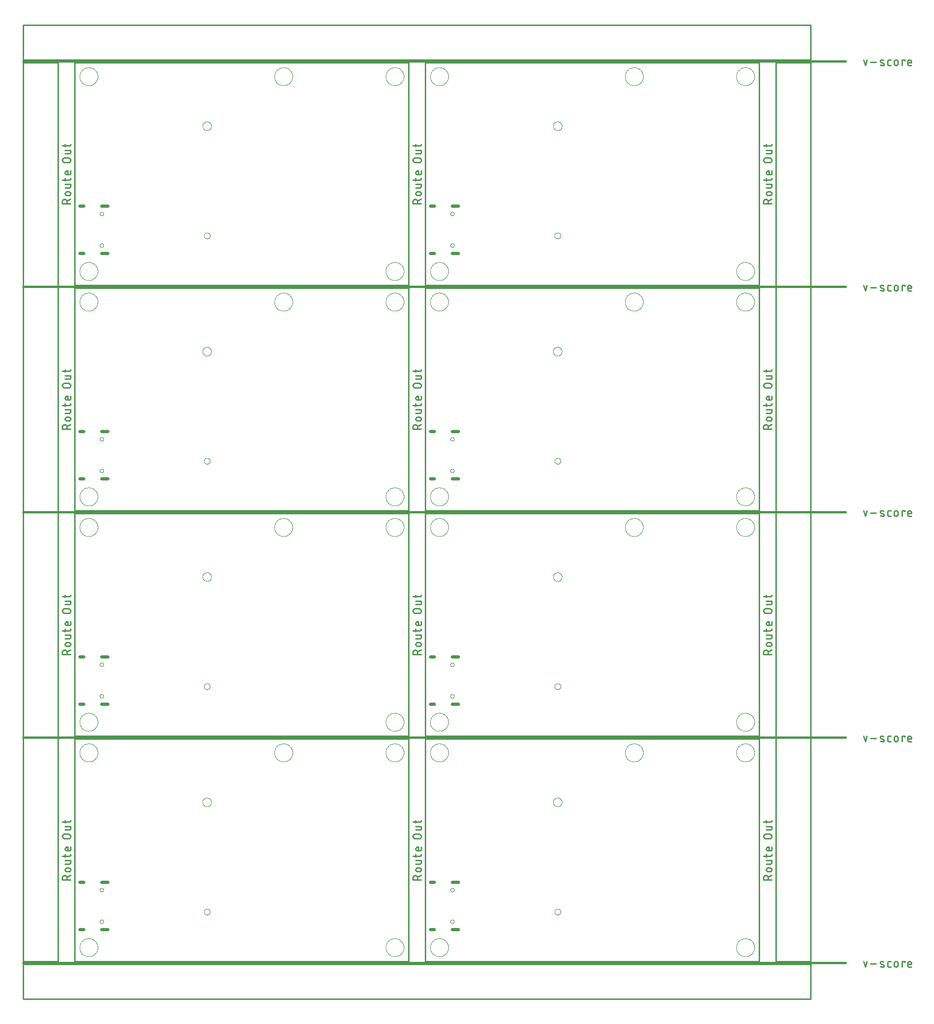
<source format=gko>
G04 EAGLE Gerber RS-274X export*
G75*
%MOMM*%
%FSLAX34Y34*%
%LPD*%
%IN*%
%IPPOS*%
%AMOC8*
5,1,8,0,0,1.08239X$1,22.5*%
G01*
%ADD10C,0.254000*%
%ADD11C,0.279400*%
%ADD12C,0.381000*%
%ADD13C,0.000000*%
%ADD14C,0.600000*%


D10*
X0Y0D02*
X0Y406400D01*
X609600Y406400D01*
X609600Y0D01*
X0Y0D01*
D11*
X-7747Y148704D02*
X-22733Y148704D01*
X-22733Y152867D01*
X-22731Y152995D01*
X-22725Y153123D01*
X-22715Y153251D01*
X-22701Y153379D01*
X-22684Y153506D01*
X-22662Y153632D01*
X-22637Y153758D01*
X-22607Y153882D01*
X-22574Y154006D01*
X-22537Y154129D01*
X-22496Y154251D01*
X-22452Y154371D01*
X-22404Y154490D01*
X-22352Y154607D01*
X-22297Y154723D01*
X-22238Y154836D01*
X-22175Y154949D01*
X-22109Y155059D01*
X-22040Y155166D01*
X-21968Y155272D01*
X-21892Y155376D01*
X-21813Y155477D01*
X-21731Y155576D01*
X-21646Y155672D01*
X-21559Y155765D01*
X-21468Y155856D01*
X-21375Y155943D01*
X-21279Y156028D01*
X-21180Y156110D01*
X-21079Y156189D01*
X-20975Y156265D01*
X-20869Y156337D01*
X-20762Y156406D01*
X-20651Y156472D01*
X-20539Y156535D01*
X-20426Y156594D01*
X-20310Y156649D01*
X-20193Y156701D01*
X-20074Y156749D01*
X-19954Y156793D01*
X-19832Y156834D01*
X-19709Y156871D01*
X-19585Y156904D01*
X-19461Y156934D01*
X-19335Y156959D01*
X-19209Y156981D01*
X-19082Y156998D01*
X-18954Y157012D01*
X-18826Y157022D01*
X-18698Y157028D01*
X-18570Y157030D01*
X-18442Y157028D01*
X-18314Y157022D01*
X-18186Y157012D01*
X-18058Y156998D01*
X-17931Y156981D01*
X-17805Y156959D01*
X-17679Y156934D01*
X-17555Y156904D01*
X-17431Y156871D01*
X-17308Y156834D01*
X-17186Y156793D01*
X-17066Y156749D01*
X-16947Y156701D01*
X-16830Y156649D01*
X-16714Y156594D01*
X-16601Y156535D01*
X-16489Y156472D01*
X-16378Y156406D01*
X-16271Y156337D01*
X-16165Y156265D01*
X-16061Y156189D01*
X-15960Y156110D01*
X-15861Y156028D01*
X-15765Y155943D01*
X-15672Y155856D01*
X-15581Y155765D01*
X-15494Y155672D01*
X-15409Y155576D01*
X-15327Y155477D01*
X-15248Y155376D01*
X-15172Y155272D01*
X-15100Y155166D01*
X-15031Y155059D01*
X-14965Y154949D01*
X-14902Y154836D01*
X-14843Y154723D01*
X-14788Y154607D01*
X-14736Y154490D01*
X-14688Y154371D01*
X-14644Y154251D01*
X-14603Y154129D01*
X-14566Y154006D01*
X-14533Y153882D01*
X-14503Y153758D01*
X-14478Y153632D01*
X-14456Y153506D01*
X-14439Y153379D01*
X-14425Y153251D01*
X-14415Y153123D01*
X-14409Y152995D01*
X-14407Y152867D01*
X-14407Y148704D01*
X-14407Y153699D02*
X-7747Y157029D01*
X-11077Y163988D02*
X-14407Y163988D01*
X-14521Y163990D01*
X-14634Y163996D01*
X-14748Y164005D01*
X-14860Y164019D01*
X-14973Y164036D01*
X-15085Y164058D01*
X-15195Y164083D01*
X-15305Y164111D01*
X-15414Y164144D01*
X-15522Y164180D01*
X-15629Y164220D01*
X-15734Y164264D01*
X-15837Y164311D01*
X-15939Y164361D01*
X-16039Y164415D01*
X-16137Y164473D01*
X-16233Y164534D01*
X-16327Y164597D01*
X-16419Y164665D01*
X-16509Y164735D01*
X-16595Y164808D01*
X-16680Y164884D01*
X-16762Y164963D01*
X-16841Y165045D01*
X-16917Y165130D01*
X-16990Y165216D01*
X-17060Y165306D01*
X-17128Y165398D01*
X-17191Y165492D01*
X-17252Y165588D01*
X-17310Y165686D01*
X-17364Y165786D01*
X-17414Y165888D01*
X-17461Y165991D01*
X-17505Y166096D01*
X-17545Y166203D01*
X-17581Y166311D01*
X-17614Y166420D01*
X-17642Y166530D01*
X-17667Y166640D01*
X-17689Y166752D01*
X-17706Y166865D01*
X-17720Y166977D01*
X-17729Y167091D01*
X-17735Y167204D01*
X-17737Y167318D01*
X-17735Y167432D01*
X-17729Y167545D01*
X-17720Y167659D01*
X-17706Y167771D01*
X-17689Y167884D01*
X-17667Y167996D01*
X-17642Y168106D01*
X-17614Y168216D01*
X-17581Y168325D01*
X-17545Y168433D01*
X-17505Y168540D01*
X-17461Y168645D01*
X-17414Y168748D01*
X-17364Y168850D01*
X-17310Y168950D01*
X-17252Y169048D01*
X-17191Y169144D01*
X-17128Y169238D01*
X-17060Y169330D01*
X-16990Y169420D01*
X-16917Y169506D01*
X-16841Y169591D01*
X-16762Y169673D01*
X-16680Y169752D01*
X-16595Y169828D01*
X-16509Y169901D01*
X-16419Y169971D01*
X-16327Y170039D01*
X-16233Y170102D01*
X-16137Y170163D01*
X-16039Y170221D01*
X-15939Y170275D01*
X-15837Y170325D01*
X-15734Y170372D01*
X-15629Y170416D01*
X-15522Y170456D01*
X-15414Y170492D01*
X-15305Y170525D01*
X-15195Y170553D01*
X-15085Y170578D01*
X-14973Y170600D01*
X-14860Y170617D01*
X-14748Y170631D01*
X-14634Y170640D01*
X-14521Y170646D01*
X-14407Y170648D01*
X-11077Y170648D01*
X-10963Y170646D01*
X-10850Y170640D01*
X-10736Y170631D01*
X-10624Y170617D01*
X-10511Y170600D01*
X-10399Y170578D01*
X-10289Y170553D01*
X-10179Y170525D01*
X-10070Y170492D01*
X-9962Y170456D01*
X-9855Y170416D01*
X-9750Y170372D01*
X-9647Y170325D01*
X-9545Y170275D01*
X-9445Y170221D01*
X-9347Y170163D01*
X-9251Y170102D01*
X-9157Y170039D01*
X-9065Y169971D01*
X-8975Y169901D01*
X-8889Y169828D01*
X-8804Y169752D01*
X-8722Y169673D01*
X-8643Y169591D01*
X-8567Y169506D01*
X-8494Y169420D01*
X-8424Y169330D01*
X-8356Y169238D01*
X-8293Y169144D01*
X-8232Y169048D01*
X-8174Y168950D01*
X-8120Y168850D01*
X-8070Y168748D01*
X-8023Y168645D01*
X-7979Y168540D01*
X-7939Y168433D01*
X-7903Y168325D01*
X-7870Y168216D01*
X-7842Y168106D01*
X-7817Y167996D01*
X-7795Y167884D01*
X-7778Y167771D01*
X-7764Y167659D01*
X-7755Y167545D01*
X-7749Y167432D01*
X-7747Y167318D01*
X-7749Y167204D01*
X-7755Y167091D01*
X-7764Y166977D01*
X-7778Y166865D01*
X-7795Y166752D01*
X-7817Y166640D01*
X-7842Y166530D01*
X-7870Y166420D01*
X-7903Y166311D01*
X-7939Y166203D01*
X-7979Y166096D01*
X-8023Y165991D01*
X-8070Y165888D01*
X-8120Y165786D01*
X-8174Y165686D01*
X-8232Y165588D01*
X-8293Y165492D01*
X-8356Y165398D01*
X-8424Y165306D01*
X-8494Y165216D01*
X-8567Y165130D01*
X-8643Y165045D01*
X-8722Y164963D01*
X-8804Y164884D01*
X-8889Y164808D01*
X-8975Y164735D01*
X-9065Y164665D01*
X-9157Y164597D01*
X-9251Y164534D01*
X-9347Y164473D01*
X-9445Y164415D01*
X-9545Y164361D01*
X-9647Y164311D01*
X-9750Y164264D01*
X-9855Y164220D01*
X-9962Y164180D01*
X-10070Y164144D01*
X-10179Y164111D01*
X-10289Y164083D01*
X-10399Y164058D01*
X-10511Y164036D01*
X-10624Y164019D01*
X-10736Y164005D01*
X-10850Y163996D01*
X-10963Y163990D01*
X-11077Y163988D01*
X-10245Y178056D02*
X-17738Y178056D01*
X-10245Y178055D02*
X-10147Y178057D01*
X-10049Y178063D01*
X-9951Y178072D01*
X-9854Y178086D01*
X-9758Y178103D01*
X-9662Y178124D01*
X-9567Y178149D01*
X-9473Y178177D01*
X-9380Y178209D01*
X-9289Y178245D01*
X-9199Y178284D01*
X-9111Y178327D01*
X-9024Y178374D01*
X-8940Y178423D01*
X-8857Y178476D01*
X-8777Y178532D01*
X-8699Y178591D01*
X-8623Y178654D01*
X-8549Y178719D01*
X-8479Y178787D01*
X-8411Y178857D01*
X-8346Y178931D01*
X-8283Y179007D01*
X-8224Y179085D01*
X-8168Y179165D01*
X-8115Y179248D01*
X-8066Y179332D01*
X-8019Y179419D01*
X-7976Y179507D01*
X-7937Y179597D01*
X-7901Y179688D01*
X-7869Y179781D01*
X-7841Y179875D01*
X-7816Y179970D01*
X-7795Y180066D01*
X-7778Y180162D01*
X-7764Y180259D01*
X-7755Y180357D01*
X-7749Y180455D01*
X-7747Y180553D01*
X-7747Y184716D01*
X-17738Y184716D01*
X-17738Y190697D02*
X-17738Y195692D01*
X-22733Y192362D02*
X-10245Y192362D01*
X-10147Y192364D01*
X-10049Y192370D01*
X-9951Y192379D01*
X-9854Y192393D01*
X-9758Y192410D01*
X-9662Y192431D01*
X-9567Y192456D01*
X-9473Y192484D01*
X-9380Y192516D01*
X-9289Y192552D01*
X-9199Y192591D01*
X-9111Y192634D01*
X-9024Y192681D01*
X-8940Y192730D01*
X-8857Y192783D01*
X-8777Y192839D01*
X-8699Y192898D01*
X-8623Y192961D01*
X-8549Y193026D01*
X-8479Y193094D01*
X-8411Y193164D01*
X-8346Y193238D01*
X-8283Y193314D01*
X-8224Y193392D01*
X-8168Y193472D01*
X-8115Y193555D01*
X-8066Y193639D01*
X-8019Y193726D01*
X-7976Y193814D01*
X-7937Y193904D01*
X-7901Y193995D01*
X-7869Y194088D01*
X-7841Y194182D01*
X-7816Y194277D01*
X-7795Y194373D01*
X-7778Y194469D01*
X-7764Y194566D01*
X-7755Y194664D01*
X-7749Y194762D01*
X-7747Y194860D01*
X-7747Y195692D01*
X-7747Y204521D02*
X-7747Y208684D01*
X-7747Y204521D02*
X-7749Y204423D01*
X-7755Y204325D01*
X-7764Y204227D01*
X-7778Y204130D01*
X-7795Y204034D01*
X-7816Y203938D01*
X-7841Y203843D01*
X-7869Y203749D01*
X-7901Y203656D01*
X-7937Y203565D01*
X-7976Y203475D01*
X-8019Y203387D01*
X-8066Y203300D01*
X-8115Y203216D01*
X-8168Y203133D01*
X-8224Y203053D01*
X-8283Y202975D01*
X-8346Y202899D01*
X-8411Y202825D01*
X-8479Y202755D01*
X-8549Y202687D01*
X-8623Y202622D01*
X-8699Y202559D01*
X-8777Y202500D01*
X-8857Y202444D01*
X-8940Y202391D01*
X-9024Y202342D01*
X-9111Y202295D01*
X-9199Y202252D01*
X-9289Y202213D01*
X-9380Y202177D01*
X-9473Y202145D01*
X-9567Y202117D01*
X-9662Y202092D01*
X-9758Y202071D01*
X-9854Y202054D01*
X-9951Y202040D01*
X-10049Y202031D01*
X-10147Y202025D01*
X-10245Y202023D01*
X-10245Y202024D02*
X-14407Y202024D01*
X-14521Y202026D01*
X-14634Y202032D01*
X-14748Y202041D01*
X-14860Y202055D01*
X-14973Y202072D01*
X-15085Y202094D01*
X-15195Y202119D01*
X-15305Y202147D01*
X-15414Y202180D01*
X-15522Y202216D01*
X-15629Y202256D01*
X-15734Y202300D01*
X-15837Y202347D01*
X-15939Y202397D01*
X-16039Y202451D01*
X-16137Y202509D01*
X-16233Y202570D01*
X-16327Y202633D01*
X-16419Y202701D01*
X-16509Y202771D01*
X-16595Y202844D01*
X-16680Y202920D01*
X-16762Y202999D01*
X-16841Y203081D01*
X-16917Y203166D01*
X-16990Y203252D01*
X-17060Y203342D01*
X-17128Y203434D01*
X-17191Y203528D01*
X-17252Y203624D01*
X-17310Y203722D01*
X-17364Y203822D01*
X-17414Y203924D01*
X-17461Y204027D01*
X-17505Y204132D01*
X-17545Y204239D01*
X-17581Y204347D01*
X-17614Y204456D01*
X-17642Y204566D01*
X-17667Y204676D01*
X-17689Y204788D01*
X-17706Y204901D01*
X-17720Y205013D01*
X-17729Y205127D01*
X-17735Y205240D01*
X-17737Y205354D01*
X-17735Y205468D01*
X-17729Y205581D01*
X-17720Y205695D01*
X-17706Y205807D01*
X-17689Y205920D01*
X-17667Y206032D01*
X-17642Y206142D01*
X-17614Y206252D01*
X-17581Y206361D01*
X-17545Y206469D01*
X-17505Y206576D01*
X-17461Y206681D01*
X-17414Y206784D01*
X-17364Y206886D01*
X-17310Y206986D01*
X-17252Y207084D01*
X-17191Y207180D01*
X-17128Y207274D01*
X-17060Y207366D01*
X-16990Y207456D01*
X-16917Y207542D01*
X-16841Y207627D01*
X-16762Y207709D01*
X-16680Y207788D01*
X-16595Y207864D01*
X-16509Y207937D01*
X-16419Y208007D01*
X-16327Y208075D01*
X-16233Y208138D01*
X-16137Y208199D01*
X-16039Y208257D01*
X-15939Y208311D01*
X-15837Y208361D01*
X-15734Y208408D01*
X-15629Y208452D01*
X-15522Y208492D01*
X-15414Y208528D01*
X-15305Y208561D01*
X-15195Y208589D01*
X-15085Y208614D01*
X-14973Y208636D01*
X-14860Y208653D01*
X-14748Y208667D01*
X-14634Y208676D01*
X-14521Y208682D01*
X-14407Y208684D01*
X-12742Y208684D01*
X-12742Y202024D01*
X-11910Y224117D02*
X-18570Y224117D01*
X-18698Y224119D01*
X-18826Y224125D01*
X-18954Y224135D01*
X-19082Y224149D01*
X-19209Y224166D01*
X-19335Y224188D01*
X-19461Y224213D01*
X-19585Y224243D01*
X-19709Y224276D01*
X-19832Y224313D01*
X-19954Y224354D01*
X-20074Y224398D01*
X-20193Y224446D01*
X-20310Y224498D01*
X-20426Y224553D01*
X-20539Y224612D01*
X-20652Y224675D01*
X-20762Y224741D01*
X-20869Y224810D01*
X-20975Y224882D01*
X-21079Y224958D01*
X-21180Y225037D01*
X-21279Y225119D01*
X-21375Y225204D01*
X-21468Y225291D01*
X-21559Y225382D01*
X-21646Y225475D01*
X-21731Y225571D01*
X-21813Y225670D01*
X-21892Y225771D01*
X-21968Y225875D01*
X-22040Y225981D01*
X-22109Y226088D01*
X-22175Y226199D01*
X-22238Y226311D01*
X-22297Y226424D01*
X-22352Y226540D01*
X-22404Y226657D01*
X-22452Y226776D01*
X-22496Y226896D01*
X-22537Y227018D01*
X-22574Y227141D01*
X-22607Y227265D01*
X-22637Y227389D01*
X-22662Y227515D01*
X-22684Y227641D01*
X-22701Y227768D01*
X-22715Y227896D01*
X-22725Y228024D01*
X-22731Y228152D01*
X-22733Y228280D01*
X-22731Y228408D01*
X-22725Y228536D01*
X-22715Y228664D01*
X-22701Y228792D01*
X-22684Y228919D01*
X-22662Y229045D01*
X-22637Y229171D01*
X-22607Y229295D01*
X-22574Y229419D01*
X-22537Y229542D01*
X-22496Y229664D01*
X-22452Y229784D01*
X-22404Y229903D01*
X-22352Y230020D01*
X-22297Y230136D01*
X-22238Y230249D01*
X-22175Y230362D01*
X-22109Y230472D01*
X-22040Y230579D01*
X-21968Y230685D01*
X-21892Y230789D01*
X-21813Y230890D01*
X-21731Y230989D01*
X-21646Y231085D01*
X-21559Y231178D01*
X-21468Y231269D01*
X-21375Y231356D01*
X-21279Y231441D01*
X-21180Y231523D01*
X-21079Y231602D01*
X-20975Y231678D01*
X-20869Y231750D01*
X-20762Y231819D01*
X-20651Y231885D01*
X-20539Y231948D01*
X-20426Y232007D01*
X-20310Y232062D01*
X-20193Y232114D01*
X-20074Y232162D01*
X-19954Y232206D01*
X-19832Y232247D01*
X-19709Y232284D01*
X-19585Y232317D01*
X-19461Y232347D01*
X-19335Y232372D01*
X-19209Y232394D01*
X-19082Y232411D01*
X-18954Y232425D01*
X-18826Y232435D01*
X-18698Y232441D01*
X-18570Y232443D01*
X-18570Y232442D02*
X-11910Y232442D01*
X-11910Y232443D02*
X-11782Y232441D01*
X-11654Y232435D01*
X-11526Y232425D01*
X-11398Y232411D01*
X-11271Y232394D01*
X-11145Y232372D01*
X-11019Y232347D01*
X-10895Y232317D01*
X-10771Y232284D01*
X-10648Y232247D01*
X-10526Y232206D01*
X-10406Y232162D01*
X-10287Y232114D01*
X-10170Y232062D01*
X-10054Y232007D01*
X-9941Y231948D01*
X-9828Y231885D01*
X-9718Y231819D01*
X-9611Y231750D01*
X-9505Y231678D01*
X-9401Y231602D01*
X-9300Y231523D01*
X-9201Y231441D01*
X-9105Y231356D01*
X-9012Y231269D01*
X-8921Y231178D01*
X-8834Y231085D01*
X-8749Y230989D01*
X-8667Y230890D01*
X-8588Y230789D01*
X-8512Y230685D01*
X-8440Y230579D01*
X-8371Y230472D01*
X-8305Y230361D01*
X-8242Y230249D01*
X-8183Y230136D01*
X-8128Y230020D01*
X-8076Y229903D01*
X-8028Y229784D01*
X-7984Y229664D01*
X-7943Y229542D01*
X-7906Y229419D01*
X-7873Y229295D01*
X-7843Y229171D01*
X-7818Y229045D01*
X-7796Y228919D01*
X-7779Y228792D01*
X-7765Y228664D01*
X-7755Y228536D01*
X-7749Y228408D01*
X-7747Y228280D01*
X-7749Y228152D01*
X-7755Y228024D01*
X-7765Y227896D01*
X-7779Y227768D01*
X-7796Y227641D01*
X-7818Y227515D01*
X-7843Y227389D01*
X-7873Y227265D01*
X-7906Y227141D01*
X-7943Y227018D01*
X-7984Y226896D01*
X-8028Y226776D01*
X-8076Y226657D01*
X-8128Y226540D01*
X-8183Y226424D01*
X-8242Y226311D01*
X-8305Y226199D01*
X-8371Y226088D01*
X-8440Y225981D01*
X-8512Y225875D01*
X-8588Y225771D01*
X-8667Y225670D01*
X-8749Y225571D01*
X-8834Y225475D01*
X-8921Y225382D01*
X-9012Y225291D01*
X-9105Y225204D01*
X-9201Y225119D01*
X-9300Y225037D01*
X-9401Y224958D01*
X-9505Y224882D01*
X-9611Y224810D01*
X-9718Y224741D01*
X-9829Y224675D01*
X-9941Y224612D01*
X-10054Y224553D01*
X-10170Y224498D01*
X-10287Y224446D01*
X-10406Y224398D01*
X-10526Y224354D01*
X-10648Y224313D01*
X-10771Y224276D01*
X-10895Y224243D01*
X-11019Y224213D01*
X-11145Y224188D01*
X-11271Y224166D01*
X-11398Y224149D01*
X-11526Y224135D01*
X-11654Y224125D01*
X-11782Y224119D01*
X-11910Y224117D01*
X-10245Y240059D02*
X-17738Y240059D01*
X-10245Y240059D02*
X-10147Y240061D01*
X-10049Y240067D01*
X-9951Y240076D01*
X-9854Y240090D01*
X-9758Y240107D01*
X-9662Y240128D01*
X-9567Y240153D01*
X-9473Y240181D01*
X-9380Y240213D01*
X-9289Y240249D01*
X-9199Y240288D01*
X-9111Y240331D01*
X-9024Y240378D01*
X-8940Y240427D01*
X-8857Y240480D01*
X-8777Y240536D01*
X-8699Y240595D01*
X-8623Y240658D01*
X-8549Y240723D01*
X-8479Y240791D01*
X-8411Y240861D01*
X-8346Y240935D01*
X-8283Y241011D01*
X-8224Y241089D01*
X-8168Y241169D01*
X-8115Y241252D01*
X-8066Y241336D01*
X-8019Y241423D01*
X-7976Y241511D01*
X-7937Y241601D01*
X-7901Y241692D01*
X-7869Y241785D01*
X-7841Y241879D01*
X-7816Y241974D01*
X-7795Y242070D01*
X-7778Y242166D01*
X-7764Y242263D01*
X-7755Y242361D01*
X-7749Y242459D01*
X-7747Y242557D01*
X-7747Y246720D01*
X-17738Y246720D01*
X-17738Y252701D02*
X-17738Y257696D01*
X-22733Y254366D02*
X-10245Y254366D01*
X-10147Y254368D01*
X-10049Y254374D01*
X-9951Y254383D01*
X-9854Y254397D01*
X-9758Y254414D01*
X-9662Y254435D01*
X-9567Y254460D01*
X-9473Y254488D01*
X-9380Y254520D01*
X-9289Y254556D01*
X-9199Y254595D01*
X-9111Y254638D01*
X-9024Y254685D01*
X-8940Y254734D01*
X-8857Y254787D01*
X-8777Y254843D01*
X-8699Y254902D01*
X-8623Y254965D01*
X-8549Y255030D01*
X-8479Y255098D01*
X-8411Y255168D01*
X-8346Y255242D01*
X-8283Y255318D01*
X-8224Y255396D01*
X-8168Y255476D01*
X-8115Y255559D01*
X-8066Y255643D01*
X-8019Y255730D01*
X-7976Y255818D01*
X-7937Y255908D01*
X-7901Y255999D01*
X-7869Y256092D01*
X-7841Y256186D01*
X-7816Y256281D01*
X-7795Y256377D01*
X-7778Y256473D01*
X-7764Y256570D01*
X-7755Y256668D01*
X-7749Y256766D01*
X-7747Y256864D01*
X-7747Y257696D01*
D10*
X640080Y406400D02*
X640080Y0D01*
X640080Y406400D02*
X1249680Y406400D01*
X1249680Y0D01*
X640080Y0D01*
D11*
X632333Y148704D02*
X617347Y148704D01*
X617347Y152867D01*
X617349Y152995D01*
X617355Y153123D01*
X617365Y153251D01*
X617379Y153379D01*
X617396Y153506D01*
X617418Y153632D01*
X617443Y153758D01*
X617473Y153882D01*
X617506Y154006D01*
X617543Y154129D01*
X617584Y154251D01*
X617628Y154371D01*
X617676Y154490D01*
X617728Y154607D01*
X617783Y154723D01*
X617842Y154836D01*
X617905Y154949D01*
X617971Y155059D01*
X618040Y155166D01*
X618112Y155272D01*
X618188Y155376D01*
X618267Y155477D01*
X618349Y155576D01*
X618434Y155672D01*
X618521Y155765D01*
X618612Y155856D01*
X618705Y155943D01*
X618801Y156028D01*
X618900Y156110D01*
X619001Y156189D01*
X619105Y156265D01*
X619211Y156337D01*
X619318Y156406D01*
X619429Y156472D01*
X619541Y156535D01*
X619654Y156594D01*
X619770Y156649D01*
X619887Y156701D01*
X620006Y156749D01*
X620126Y156793D01*
X620248Y156834D01*
X620371Y156871D01*
X620495Y156904D01*
X620619Y156934D01*
X620745Y156959D01*
X620871Y156981D01*
X620998Y156998D01*
X621126Y157012D01*
X621254Y157022D01*
X621382Y157028D01*
X621510Y157030D01*
X621638Y157028D01*
X621766Y157022D01*
X621894Y157012D01*
X622022Y156998D01*
X622149Y156981D01*
X622275Y156959D01*
X622401Y156934D01*
X622525Y156904D01*
X622649Y156871D01*
X622772Y156834D01*
X622894Y156793D01*
X623014Y156749D01*
X623133Y156701D01*
X623250Y156649D01*
X623366Y156594D01*
X623479Y156535D01*
X623592Y156472D01*
X623702Y156406D01*
X623809Y156337D01*
X623915Y156265D01*
X624019Y156189D01*
X624120Y156110D01*
X624219Y156028D01*
X624315Y155943D01*
X624408Y155856D01*
X624499Y155765D01*
X624586Y155672D01*
X624671Y155576D01*
X624753Y155477D01*
X624832Y155376D01*
X624908Y155272D01*
X624980Y155166D01*
X625049Y155059D01*
X625115Y154949D01*
X625178Y154836D01*
X625237Y154723D01*
X625292Y154607D01*
X625344Y154490D01*
X625392Y154371D01*
X625436Y154251D01*
X625477Y154129D01*
X625514Y154006D01*
X625547Y153882D01*
X625577Y153758D01*
X625602Y153632D01*
X625624Y153506D01*
X625641Y153379D01*
X625655Y153251D01*
X625665Y153123D01*
X625671Y152995D01*
X625673Y152867D01*
X625673Y148704D01*
X625673Y153699D02*
X632333Y157029D01*
X629003Y163988D02*
X625673Y163988D01*
X625559Y163990D01*
X625446Y163996D01*
X625332Y164005D01*
X625220Y164019D01*
X625107Y164036D01*
X624995Y164058D01*
X624885Y164083D01*
X624775Y164111D01*
X624666Y164144D01*
X624558Y164180D01*
X624451Y164220D01*
X624346Y164264D01*
X624243Y164311D01*
X624141Y164361D01*
X624041Y164415D01*
X623943Y164473D01*
X623847Y164534D01*
X623753Y164597D01*
X623661Y164665D01*
X623571Y164735D01*
X623485Y164808D01*
X623400Y164884D01*
X623318Y164963D01*
X623239Y165045D01*
X623163Y165130D01*
X623090Y165216D01*
X623020Y165306D01*
X622952Y165398D01*
X622889Y165492D01*
X622828Y165588D01*
X622770Y165686D01*
X622716Y165786D01*
X622666Y165888D01*
X622619Y165991D01*
X622575Y166096D01*
X622535Y166203D01*
X622499Y166311D01*
X622466Y166420D01*
X622438Y166530D01*
X622413Y166640D01*
X622391Y166752D01*
X622374Y166865D01*
X622360Y166977D01*
X622351Y167091D01*
X622345Y167204D01*
X622343Y167318D01*
X622345Y167432D01*
X622351Y167545D01*
X622360Y167659D01*
X622374Y167771D01*
X622391Y167884D01*
X622413Y167996D01*
X622438Y168106D01*
X622466Y168216D01*
X622499Y168325D01*
X622535Y168433D01*
X622575Y168540D01*
X622619Y168645D01*
X622666Y168748D01*
X622716Y168850D01*
X622770Y168950D01*
X622828Y169048D01*
X622889Y169144D01*
X622952Y169238D01*
X623020Y169330D01*
X623090Y169420D01*
X623163Y169506D01*
X623239Y169591D01*
X623318Y169673D01*
X623400Y169752D01*
X623485Y169828D01*
X623571Y169901D01*
X623661Y169971D01*
X623753Y170039D01*
X623847Y170102D01*
X623943Y170163D01*
X624041Y170221D01*
X624141Y170275D01*
X624243Y170325D01*
X624346Y170372D01*
X624451Y170416D01*
X624558Y170456D01*
X624666Y170492D01*
X624775Y170525D01*
X624885Y170553D01*
X624995Y170578D01*
X625107Y170600D01*
X625220Y170617D01*
X625332Y170631D01*
X625446Y170640D01*
X625559Y170646D01*
X625673Y170648D01*
X629003Y170648D01*
X629117Y170646D01*
X629230Y170640D01*
X629344Y170631D01*
X629456Y170617D01*
X629569Y170600D01*
X629681Y170578D01*
X629791Y170553D01*
X629901Y170525D01*
X630010Y170492D01*
X630118Y170456D01*
X630225Y170416D01*
X630330Y170372D01*
X630433Y170325D01*
X630535Y170275D01*
X630635Y170221D01*
X630733Y170163D01*
X630829Y170102D01*
X630923Y170039D01*
X631015Y169971D01*
X631105Y169901D01*
X631191Y169828D01*
X631276Y169752D01*
X631358Y169673D01*
X631437Y169591D01*
X631513Y169506D01*
X631586Y169420D01*
X631656Y169330D01*
X631724Y169238D01*
X631787Y169144D01*
X631848Y169048D01*
X631906Y168950D01*
X631960Y168850D01*
X632010Y168748D01*
X632057Y168645D01*
X632101Y168540D01*
X632141Y168433D01*
X632177Y168325D01*
X632210Y168216D01*
X632238Y168106D01*
X632263Y167996D01*
X632285Y167884D01*
X632302Y167771D01*
X632316Y167659D01*
X632325Y167545D01*
X632331Y167432D01*
X632333Y167318D01*
X632331Y167204D01*
X632325Y167091D01*
X632316Y166977D01*
X632302Y166865D01*
X632285Y166752D01*
X632263Y166640D01*
X632238Y166530D01*
X632210Y166420D01*
X632177Y166311D01*
X632141Y166203D01*
X632101Y166096D01*
X632057Y165991D01*
X632010Y165888D01*
X631960Y165786D01*
X631906Y165686D01*
X631848Y165588D01*
X631787Y165492D01*
X631724Y165398D01*
X631656Y165306D01*
X631586Y165216D01*
X631513Y165130D01*
X631437Y165045D01*
X631358Y164963D01*
X631276Y164884D01*
X631191Y164808D01*
X631105Y164735D01*
X631015Y164665D01*
X630923Y164597D01*
X630829Y164534D01*
X630733Y164473D01*
X630635Y164415D01*
X630535Y164361D01*
X630433Y164311D01*
X630330Y164264D01*
X630225Y164220D01*
X630118Y164180D01*
X630010Y164144D01*
X629901Y164111D01*
X629791Y164083D01*
X629681Y164058D01*
X629569Y164036D01*
X629456Y164019D01*
X629344Y164005D01*
X629230Y163996D01*
X629117Y163990D01*
X629003Y163988D01*
X629835Y178056D02*
X622342Y178056D01*
X629835Y178055D02*
X629933Y178057D01*
X630031Y178063D01*
X630129Y178072D01*
X630226Y178086D01*
X630322Y178103D01*
X630418Y178124D01*
X630513Y178149D01*
X630607Y178177D01*
X630700Y178209D01*
X630791Y178245D01*
X630881Y178284D01*
X630969Y178327D01*
X631056Y178374D01*
X631140Y178423D01*
X631223Y178476D01*
X631303Y178532D01*
X631382Y178591D01*
X631457Y178654D01*
X631531Y178719D01*
X631601Y178787D01*
X631669Y178857D01*
X631735Y178931D01*
X631797Y179007D01*
X631856Y179085D01*
X631912Y179165D01*
X631965Y179248D01*
X632015Y179332D01*
X632061Y179419D01*
X632104Y179507D01*
X632143Y179597D01*
X632179Y179688D01*
X632211Y179781D01*
X632239Y179875D01*
X632264Y179970D01*
X632285Y180066D01*
X632302Y180162D01*
X632316Y180259D01*
X632325Y180357D01*
X632331Y180455D01*
X632333Y180553D01*
X632333Y184716D01*
X622342Y184716D01*
X622342Y190697D02*
X622342Y195692D01*
X617347Y192362D02*
X629835Y192362D01*
X629933Y192364D01*
X630031Y192370D01*
X630129Y192379D01*
X630226Y192393D01*
X630322Y192410D01*
X630418Y192431D01*
X630513Y192456D01*
X630607Y192484D01*
X630700Y192516D01*
X630791Y192552D01*
X630881Y192591D01*
X630969Y192634D01*
X631056Y192681D01*
X631140Y192730D01*
X631223Y192783D01*
X631303Y192839D01*
X631382Y192898D01*
X631457Y192961D01*
X631531Y193026D01*
X631601Y193094D01*
X631669Y193164D01*
X631735Y193238D01*
X631797Y193314D01*
X631856Y193392D01*
X631912Y193472D01*
X631965Y193555D01*
X632015Y193639D01*
X632061Y193726D01*
X632104Y193814D01*
X632143Y193904D01*
X632179Y193995D01*
X632211Y194088D01*
X632239Y194182D01*
X632264Y194277D01*
X632285Y194373D01*
X632302Y194469D01*
X632316Y194566D01*
X632325Y194664D01*
X632331Y194762D01*
X632333Y194860D01*
X632333Y195692D01*
X632333Y204521D02*
X632333Y208684D01*
X632333Y204521D02*
X632331Y204423D01*
X632325Y204325D01*
X632316Y204227D01*
X632302Y204130D01*
X632285Y204034D01*
X632264Y203938D01*
X632239Y203843D01*
X632211Y203749D01*
X632179Y203656D01*
X632143Y203565D01*
X632104Y203475D01*
X632061Y203387D01*
X632014Y203300D01*
X631965Y203216D01*
X631912Y203133D01*
X631856Y203053D01*
X631797Y202975D01*
X631735Y202899D01*
X631669Y202825D01*
X631601Y202755D01*
X631531Y202687D01*
X631457Y202622D01*
X631382Y202559D01*
X631303Y202500D01*
X631223Y202444D01*
X631140Y202391D01*
X631056Y202342D01*
X630969Y202295D01*
X630881Y202252D01*
X630791Y202213D01*
X630700Y202177D01*
X630607Y202145D01*
X630513Y202117D01*
X630418Y202092D01*
X630322Y202071D01*
X630226Y202054D01*
X630129Y202040D01*
X630031Y202031D01*
X629933Y202025D01*
X629835Y202023D01*
X629835Y202024D02*
X625673Y202024D01*
X625559Y202026D01*
X625446Y202032D01*
X625332Y202041D01*
X625220Y202055D01*
X625107Y202072D01*
X624995Y202094D01*
X624885Y202119D01*
X624775Y202147D01*
X624666Y202180D01*
X624558Y202216D01*
X624451Y202256D01*
X624346Y202300D01*
X624243Y202347D01*
X624141Y202397D01*
X624041Y202451D01*
X623943Y202509D01*
X623847Y202570D01*
X623753Y202633D01*
X623661Y202701D01*
X623571Y202771D01*
X623485Y202844D01*
X623400Y202920D01*
X623318Y202999D01*
X623239Y203081D01*
X623163Y203166D01*
X623090Y203252D01*
X623020Y203342D01*
X622952Y203434D01*
X622889Y203528D01*
X622828Y203624D01*
X622770Y203722D01*
X622716Y203822D01*
X622666Y203924D01*
X622619Y204027D01*
X622575Y204132D01*
X622535Y204239D01*
X622499Y204347D01*
X622466Y204456D01*
X622438Y204566D01*
X622413Y204676D01*
X622391Y204788D01*
X622374Y204901D01*
X622360Y205013D01*
X622351Y205127D01*
X622345Y205240D01*
X622343Y205354D01*
X622345Y205468D01*
X622351Y205581D01*
X622360Y205695D01*
X622374Y205807D01*
X622391Y205920D01*
X622413Y206032D01*
X622438Y206142D01*
X622466Y206252D01*
X622499Y206361D01*
X622535Y206469D01*
X622575Y206576D01*
X622619Y206681D01*
X622666Y206784D01*
X622716Y206886D01*
X622770Y206986D01*
X622828Y207084D01*
X622889Y207180D01*
X622952Y207274D01*
X623020Y207366D01*
X623090Y207456D01*
X623163Y207542D01*
X623239Y207627D01*
X623318Y207709D01*
X623400Y207788D01*
X623485Y207864D01*
X623571Y207937D01*
X623661Y208007D01*
X623753Y208075D01*
X623847Y208138D01*
X623943Y208199D01*
X624041Y208257D01*
X624141Y208311D01*
X624243Y208361D01*
X624346Y208408D01*
X624451Y208452D01*
X624558Y208492D01*
X624666Y208528D01*
X624775Y208561D01*
X624885Y208589D01*
X624995Y208614D01*
X625107Y208636D01*
X625220Y208653D01*
X625332Y208667D01*
X625446Y208676D01*
X625559Y208682D01*
X625673Y208684D01*
X627338Y208684D01*
X627338Y202024D01*
X628170Y224117D02*
X621510Y224117D01*
X621382Y224119D01*
X621254Y224125D01*
X621126Y224135D01*
X620998Y224149D01*
X620871Y224166D01*
X620745Y224188D01*
X620619Y224213D01*
X620495Y224243D01*
X620371Y224276D01*
X620248Y224313D01*
X620126Y224354D01*
X620006Y224398D01*
X619887Y224446D01*
X619770Y224498D01*
X619654Y224553D01*
X619541Y224612D01*
X619429Y224675D01*
X619318Y224741D01*
X619211Y224810D01*
X619105Y224882D01*
X619001Y224958D01*
X618900Y225037D01*
X618801Y225119D01*
X618705Y225204D01*
X618612Y225291D01*
X618521Y225382D01*
X618434Y225475D01*
X618349Y225571D01*
X618267Y225670D01*
X618188Y225771D01*
X618112Y225875D01*
X618040Y225981D01*
X617971Y226088D01*
X617905Y226199D01*
X617842Y226311D01*
X617783Y226424D01*
X617728Y226540D01*
X617676Y226657D01*
X617628Y226776D01*
X617584Y226896D01*
X617543Y227018D01*
X617506Y227141D01*
X617473Y227265D01*
X617443Y227389D01*
X617418Y227515D01*
X617396Y227641D01*
X617379Y227768D01*
X617365Y227896D01*
X617355Y228024D01*
X617349Y228152D01*
X617347Y228280D01*
X617349Y228408D01*
X617355Y228536D01*
X617365Y228664D01*
X617379Y228792D01*
X617396Y228919D01*
X617418Y229045D01*
X617443Y229171D01*
X617473Y229295D01*
X617506Y229419D01*
X617543Y229542D01*
X617584Y229664D01*
X617628Y229784D01*
X617676Y229903D01*
X617728Y230020D01*
X617783Y230136D01*
X617842Y230249D01*
X617905Y230362D01*
X617971Y230472D01*
X618040Y230579D01*
X618112Y230685D01*
X618188Y230789D01*
X618267Y230890D01*
X618349Y230989D01*
X618434Y231085D01*
X618521Y231178D01*
X618612Y231269D01*
X618705Y231356D01*
X618801Y231441D01*
X618900Y231523D01*
X619001Y231602D01*
X619105Y231678D01*
X619211Y231750D01*
X619318Y231819D01*
X619429Y231885D01*
X619541Y231948D01*
X619654Y232007D01*
X619770Y232062D01*
X619887Y232114D01*
X620006Y232162D01*
X620126Y232206D01*
X620248Y232247D01*
X620371Y232284D01*
X620495Y232317D01*
X620619Y232347D01*
X620745Y232372D01*
X620871Y232394D01*
X620998Y232411D01*
X621126Y232425D01*
X621254Y232435D01*
X621382Y232441D01*
X621510Y232443D01*
X621510Y232442D02*
X628170Y232442D01*
X628170Y232443D02*
X628298Y232441D01*
X628426Y232435D01*
X628554Y232425D01*
X628682Y232411D01*
X628809Y232394D01*
X628935Y232372D01*
X629061Y232347D01*
X629185Y232317D01*
X629309Y232284D01*
X629432Y232247D01*
X629554Y232206D01*
X629674Y232162D01*
X629793Y232114D01*
X629910Y232062D01*
X630026Y232007D01*
X630139Y231948D01*
X630252Y231885D01*
X630362Y231819D01*
X630469Y231750D01*
X630575Y231678D01*
X630679Y231602D01*
X630780Y231523D01*
X630879Y231441D01*
X630975Y231356D01*
X631068Y231269D01*
X631159Y231178D01*
X631246Y231085D01*
X631331Y230989D01*
X631413Y230890D01*
X631492Y230789D01*
X631568Y230685D01*
X631640Y230579D01*
X631709Y230472D01*
X631775Y230361D01*
X631838Y230249D01*
X631897Y230136D01*
X631952Y230020D01*
X632004Y229903D01*
X632052Y229784D01*
X632096Y229664D01*
X632137Y229542D01*
X632174Y229419D01*
X632207Y229295D01*
X632237Y229171D01*
X632262Y229045D01*
X632284Y228919D01*
X632301Y228792D01*
X632315Y228664D01*
X632325Y228536D01*
X632331Y228408D01*
X632333Y228280D01*
X632331Y228152D01*
X632325Y228024D01*
X632315Y227896D01*
X632301Y227768D01*
X632284Y227641D01*
X632262Y227515D01*
X632237Y227389D01*
X632207Y227265D01*
X632174Y227141D01*
X632137Y227018D01*
X632096Y226896D01*
X632052Y226776D01*
X632004Y226657D01*
X631952Y226540D01*
X631897Y226424D01*
X631838Y226311D01*
X631775Y226199D01*
X631709Y226088D01*
X631640Y225981D01*
X631568Y225875D01*
X631492Y225771D01*
X631413Y225670D01*
X631331Y225571D01*
X631246Y225475D01*
X631159Y225382D01*
X631068Y225291D01*
X630975Y225204D01*
X630879Y225119D01*
X630780Y225037D01*
X630679Y224958D01*
X630575Y224882D01*
X630469Y224810D01*
X630362Y224741D01*
X630252Y224675D01*
X630139Y224612D01*
X630026Y224553D01*
X629910Y224498D01*
X629793Y224446D01*
X629674Y224398D01*
X629554Y224354D01*
X629432Y224313D01*
X629309Y224276D01*
X629185Y224243D01*
X629061Y224213D01*
X628935Y224188D01*
X628809Y224166D01*
X628682Y224149D01*
X628554Y224135D01*
X628426Y224125D01*
X628298Y224119D01*
X628170Y224117D01*
X629835Y240059D02*
X622342Y240059D01*
X629835Y240059D02*
X629933Y240061D01*
X630031Y240067D01*
X630129Y240076D01*
X630226Y240090D01*
X630322Y240107D01*
X630418Y240128D01*
X630513Y240153D01*
X630607Y240181D01*
X630700Y240213D01*
X630791Y240249D01*
X630881Y240288D01*
X630969Y240331D01*
X631056Y240378D01*
X631140Y240427D01*
X631223Y240480D01*
X631303Y240536D01*
X631382Y240595D01*
X631457Y240658D01*
X631531Y240723D01*
X631601Y240791D01*
X631669Y240861D01*
X631735Y240935D01*
X631797Y241011D01*
X631856Y241089D01*
X631912Y241169D01*
X631965Y241252D01*
X632015Y241336D01*
X632061Y241423D01*
X632104Y241511D01*
X632143Y241601D01*
X632179Y241692D01*
X632211Y241785D01*
X632239Y241879D01*
X632264Y241974D01*
X632285Y242070D01*
X632302Y242166D01*
X632316Y242263D01*
X632325Y242361D01*
X632331Y242459D01*
X632333Y242557D01*
X632333Y246720D01*
X622342Y246720D01*
X622342Y252701D02*
X622342Y257696D01*
X617347Y254366D02*
X629835Y254366D01*
X629835Y254365D02*
X629933Y254367D01*
X630031Y254373D01*
X630129Y254382D01*
X630226Y254396D01*
X630322Y254413D01*
X630418Y254434D01*
X630513Y254459D01*
X630607Y254487D01*
X630700Y254519D01*
X630791Y254555D01*
X630881Y254594D01*
X630969Y254637D01*
X631056Y254684D01*
X631140Y254733D01*
X631223Y254786D01*
X631303Y254842D01*
X631382Y254901D01*
X631457Y254964D01*
X631531Y255029D01*
X631601Y255097D01*
X631669Y255167D01*
X631735Y255241D01*
X631797Y255317D01*
X631856Y255395D01*
X631912Y255475D01*
X631965Y255558D01*
X632015Y255642D01*
X632061Y255729D01*
X632104Y255817D01*
X632143Y255907D01*
X632179Y255998D01*
X632211Y256091D01*
X632239Y256185D01*
X632264Y256280D01*
X632285Y256376D01*
X632302Y256472D01*
X632316Y256569D01*
X632325Y256667D01*
X632331Y256765D01*
X632333Y256863D01*
X632333Y256864D02*
X632333Y257696D01*
X1257427Y148704D02*
X1272413Y148704D01*
X1257427Y148704D02*
X1257427Y152867D01*
X1257429Y152995D01*
X1257435Y153123D01*
X1257445Y153251D01*
X1257459Y153379D01*
X1257476Y153506D01*
X1257498Y153632D01*
X1257523Y153758D01*
X1257553Y153882D01*
X1257586Y154006D01*
X1257623Y154129D01*
X1257664Y154251D01*
X1257708Y154371D01*
X1257756Y154490D01*
X1257808Y154607D01*
X1257863Y154723D01*
X1257922Y154836D01*
X1257985Y154949D01*
X1258051Y155059D01*
X1258120Y155166D01*
X1258192Y155272D01*
X1258268Y155376D01*
X1258347Y155477D01*
X1258429Y155576D01*
X1258514Y155672D01*
X1258601Y155765D01*
X1258692Y155856D01*
X1258785Y155943D01*
X1258881Y156028D01*
X1258980Y156110D01*
X1259081Y156189D01*
X1259185Y156265D01*
X1259291Y156337D01*
X1259398Y156406D01*
X1259509Y156472D01*
X1259621Y156535D01*
X1259734Y156594D01*
X1259850Y156649D01*
X1259967Y156701D01*
X1260086Y156749D01*
X1260206Y156793D01*
X1260328Y156834D01*
X1260451Y156871D01*
X1260575Y156904D01*
X1260699Y156934D01*
X1260825Y156959D01*
X1260951Y156981D01*
X1261078Y156998D01*
X1261206Y157012D01*
X1261334Y157022D01*
X1261462Y157028D01*
X1261590Y157030D01*
X1261718Y157028D01*
X1261846Y157022D01*
X1261974Y157012D01*
X1262102Y156998D01*
X1262229Y156981D01*
X1262355Y156959D01*
X1262481Y156934D01*
X1262605Y156904D01*
X1262729Y156871D01*
X1262852Y156834D01*
X1262974Y156793D01*
X1263094Y156749D01*
X1263213Y156701D01*
X1263330Y156649D01*
X1263446Y156594D01*
X1263559Y156535D01*
X1263672Y156472D01*
X1263782Y156406D01*
X1263889Y156337D01*
X1263995Y156265D01*
X1264099Y156189D01*
X1264200Y156110D01*
X1264299Y156028D01*
X1264395Y155943D01*
X1264488Y155856D01*
X1264579Y155765D01*
X1264666Y155672D01*
X1264751Y155576D01*
X1264833Y155477D01*
X1264912Y155376D01*
X1264988Y155272D01*
X1265060Y155166D01*
X1265129Y155059D01*
X1265195Y154949D01*
X1265258Y154836D01*
X1265317Y154723D01*
X1265372Y154607D01*
X1265424Y154490D01*
X1265472Y154371D01*
X1265516Y154251D01*
X1265557Y154129D01*
X1265594Y154006D01*
X1265627Y153882D01*
X1265657Y153758D01*
X1265682Y153632D01*
X1265704Y153506D01*
X1265721Y153379D01*
X1265735Y153251D01*
X1265745Y153123D01*
X1265751Y152995D01*
X1265753Y152867D01*
X1265753Y148704D01*
X1265753Y153699D02*
X1272413Y157029D01*
X1269083Y163988D02*
X1265753Y163988D01*
X1265639Y163990D01*
X1265526Y163996D01*
X1265412Y164005D01*
X1265300Y164019D01*
X1265187Y164036D01*
X1265075Y164058D01*
X1264965Y164083D01*
X1264855Y164111D01*
X1264746Y164144D01*
X1264638Y164180D01*
X1264531Y164220D01*
X1264426Y164264D01*
X1264323Y164311D01*
X1264221Y164361D01*
X1264121Y164415D01*
X1264023Y164473D01*
X1263927Y164534D01*
X1263833Y164597D01*
X1263741Y164665D01*
X1263651Y164735D01*
X1263565Y164808D01*
X1263480Y164884D01*
X1263398Y164963D01*
X1263319Y165045D01*
X1263243Y165130D01*
X1263170Y165216D01*
X1263100Y165306D01*
X1263032Y165398D01*
X1262969Y165492D01*
X1262908Y165588D01*
X1262850Y165686D01*
X1262796Y165786D01*
X1262746Y165888D01*
X1262699Y165991D01*
X1262655Y166096D01*
X1262615Y166203D01*
X1262579Y166311D01*
X1262546Y166420D01*
X1262518Y166530D01*
X1262493Y166640D01*
X1262471Y166752D01*
X1262454Y166865D01*
X1262440Y166977D01*
X1262431Y167091D01*
X1262425Y167204D01*
X1262423Y167318D01*
X1262425Y167432D01*
X1262431Y167545D01*
X1262440Y167659D01*
X1262454Y167771D01*
X1262471Y167884D01*
X1262493Y167996D01*
X1262518Y168106D01*
X1262546Y168216D01*
X1262579Y168325D01*
X1262615Y168433D01*
X1262655Y168540D01*
X1262699Y168645D01*
X1262746Y168748D01*
X1262796Y168850D01*
X1262850Y168950D01*
X1262908Y169048D01*
X1262969Y169144D01*
X1263032Y169238D01*
X1263100Y169330D01*
X1263170Y169420D01*
X1263243Y169506D01*
X1263319Y169591D01*
X1263398Y169673D01*
X1263480Y169752D01*
X1263565Y169828D01*
X1263651Y169901D01*
X1263741Y169971D01*
X1263833Y170039D01*
X1263927Y170102D01*
X1264023Y170163D01*
X1264121Y170221D01*
X1264221Y170275D01*
X1264323Y170325D01*
X1264426Y170372D01*
X1264531Y170416D01*
X1264638Y170456D01*
X1264746Y170492D01*
X1264855Y170525D01*
X1264965Y170553D01*
X1265075Y170578D01*
X1265187Y170600D01*
X1265300Y170617D01*
X1265412Y170631D01*
X1265526Y170640D01*
X1265639Y170646D01*
X1265753Y170648D01*
X1269083Y170648D01*
X1269197Y170646D01*
X1269310Y170640D01*
X1269424Y170631D01*
X1269536Y170617D01*
X1269649Y170600D01*
X1269761Y170578D01*
X1269871Y170553D01*
X1269981Y170525D01*
X1270090Y170492D01*
X1270198Y170456D01*
X1270305Y170416D01*
X1270410Y170372D01*
X1270513Y170325D01*
X1270615Y170275D01*
X1270715Y170221D01*
X1270813Y170163D01*
X1270909Y170102D01*
X1271003Y170039D01*
X1271095Y169971D01*
X1271185Y169901D01*
X1271271Y169828D01*
X1271356Y169752D01*
X1271438Y169673D01*
X1271517Y169591D01*
X1271593Y169506D01*
X1271666Y169420D01*
X1271736Y169330D01*
X1271804Y169238D01*
X1271867Y169144D01*
X1271928Y169048D01*
X1271986Y168950D01*
X1272040Y168850D01*
X1272090Y168748D01*
X1272137Y168645D01*
X1272181Y168540D01*
X1272221Y168433D01*
X1272257Y168325D01*
X1272290Y168216D01*
X1272318Y168106D01*
X1272343Y167996D01*
X1272365Y167884D01*
X1272382Y167771D01*
X1272396Y167659D01*
X1272405Y167545D01*
X1272411Y167432D01*
X1272413Y167318D01*
X1272411Y167204D01*
X1272405Y167091D01*
X1272396Y166977D01*
X1272382Y166865D01*
X1272365Y166752D01*
X1272343Y166640D01*
X1272318Y166530D01*
X1272290Y166420D01*
X1272257Y166311D01*
X1272221Y166203D01*
X1272181Y166096D01*
X1272137Y165991D01*
X1272090Y165888D01*
X1272040Y165786D01*
X1271986Y165686D01*
X1271928Y165588D01*
X1271867Y165492D01*
X1271804Y165398D01*
X1271736Y165306D01*
X1271666Y165216D01*
X1271593Y165130D01*
X1271517Y165045D01*
X1271438Y164963D01*
X1271356Y164884D01*
X1271271Y164808D01*
X1271185Y164735D01*
X1271095Y164665D01*
X1271003Y164597D01*
X1270909Y164534D01*
X1270813Y164473D01*
X1270715Y164415D01*
X1270615Y164361D01*
X1270513Y164311D01*
X1270410Y164264D01*
X1270305Y164220D01*
X1270198Y164180D01*
X1270090Y164144D01*
X1269981Y164111D01*
X1269871Y164083D01*
X1269761Y164058D01*
X1269649Y164036D01*
X1269536Y164019D01*
X1269424Y164005D01*
X1269310Y163996D01*
X1269197Y163990D01*
X1269083Y163988D01*
X1269915Y178056D02*
X1262422Y178056D01*
X1269915Y178055D02*
X1270013Y178057D01*
X1270111Y178063D01*
X1270209Y178072D01*
X1270306Y178086D01*
X1270402Y178103D01*
X1270498Y178124D01*
X1270593Y178149D01*
X1270687Y178177D01*
X1270780Y178209D01*
X1270871Y178245D01*
X1270961Y178284D01*
X1271049Y178327D01*
X1271136Y178374D01*
X1271220Y178423D01*
X1271303Y178476D01*
X1271383Y178532D01*
X1271462Y178591D01*
X1271537Y178654D01*
X1271611Y178719D01*
X1271681Y178787D01*
X1271749Y178857D01*
X1271815Y178931D01*
X1271877Y179007D01*
X1271936Y179085D01*
X1271992Y179165D01*
X1272045Y179248D01*
X1272095Y179332D01*
X1272141Y179419D01*
X1272184Y179507D01*
X1272223Y179597D01*
X1272259Y179688D01*
X1272291Y179781D01*
X1272319Y179875D01*
X1272344Y179970D01*
X1272365Y180066D01*
X1272382Y180162D01*
X1272396Y180259D01*
X1272405Y180357D01*
X1272411Y180455D01*
X1272413Y180553D01*
X1272413Y184716D01*
X1262422Y184716D01*
X1262422Y190697D02*
X1262422Y195692D01*
X1257427Y192362D02*
X1269915Y192362D01*
X1270013Y192364D01*
X1270111Y192370D01*
X1270209Y192379D01*
X1270306Y192393D01*
X1270402Y192410D01*
X1270498Y192431D01*
X1270593Y192456D01*
X1270687Y192484D01*
X1270780Y192516D01*
X1270871Y192552D01*
X1270961Y192591D01*
X1271049Y192634D01*
X1271136Y192681D01*
X1271220Y192730D01*
X1271303Y192783D01*
X1271383Y192839D01*
X1271462Y192898D01*
X1271537Y192961D01*
X1271611Y193026D01*
X1271681Y193094D01*
X1271749Y193164D01*
X1271815Y193238D01*
X1271877Y193314D01*
X1271936Y193392D01*
X1271992Y193472D01*
X1272045Y193555D01*
X1272095Y193639D01*
X1272141Y193726D01*
X1272184Y193814D01*
X1272223Y193904D01*
X1272259Y193995D01*
X1272291Y194088D01*
X1272319Y194182D01*
X1272344Y194277D01*
X1272365Y194373D01*
X1272382Y194469D01*
X1272396Y194566D01*
X1272405Y194664D01*
X1272411Y194762D01*
X1272413Y194860D01*
X1272413Y195692D01*
X1272413Y204521D02*
X1272413Y208684D01*
X1272413Y204521D02*
X1272411Y204423D01*
X1272405Y204325D01*
X1272396Y204227D01*
X1272382Y204130D01*
X1272365Y204034D01*
X1272344Y203938D01*
X1272319Y203843D01*
X1272291Y203749D01*
X1272259Y203656D01*
X1272223Y203565D01*
X1272184Y203475D01*
X1272141Y203387D01*
X1272094Y203300D01*
X1272045Y203216D01*
X1271992Y203133D01*
X1271936Y203053D01*
X1271877Y202975D01*
X1271815Y202899D01*
X1271749Y202825D01*
X1271681Y202755D01*
X1271611Y202687D01*
X1271537Y202622D01*
X1271462Y202559D01*
X1271383Y202500D01*
X1271303Y202444D01*
X1271220Y202391D01*
X1271136Y202342D01*
X1271049Y202295D01*
X1270961Y202252D01*
X1270871Y202213D01*
X1270780Y202177D01*
X1270687Y202145D01*
X1270593Y202117D01*
X1270498Y202092D01*
X1270402Y202071D01*
X1270306Y202054D01*
X1270209Y202040D01*
X1270111Y202031D01*
X1270013Y202025D01*
X1269915Y202023D01*
X1269915Y202024D02*
X1265753Y202024D01*
X1265639Y202026D01*
X1265526Y202032D01*
X1265412Y202041D01*
X1265300Y202055D01*
X1265187Y202072D01*
X1265075Y202094D01*
X1264965Y202119D01*
X1264855Y202147D01*
X1264746Y202180D01*
X1264638Y202216D01*
X1264531Y202256D01*
X1264426Y202300D01*
X1264323Y202347D01*
X1264221Y202397D01*
X1264121Y202451D01*
X1264023Y202509D01*
X1263927Y202570D01*
X1263833Y202633D01*
X1263741Y202701D01*
X1263651Y202771D01*
X1263565Y202844D01*
X1263480Y202920D01*
X1263398Y202999D01*
X1263319Y203081D01*
X1263243Y203166D01*
X1263170Y203252D01*
X1263100Y203342D01*
X1263032Y203434D01*
X1262969Y203528D01*
X1262908Y203624D01*
X1262850Y203722D01*
X1262796Y203822D01*
X1262746Y203924D01*
X1262699Y204027D01*
X1262655Y204132D01*
X1262615Y204239D01*
X1262579Y204347D01*
X1262546Y204456D01*
X1262518Y204566D01*
X1262493Y204676D01*
X1262471Y204788D01*
X1262454Y204901D01*
X1262440Y205013D01*
X1262431Y205127D01*
X1262425Y205240D01*
X1262423Y205354D01*
X1262425Y205468D01*
X1262431Y205581D01*
X1262440Y205695D01*
X1262454Y205807D01*
X1262471Y205920D01*
X1262493Y206032D01*
X1262518Y206142D01*
X1262546Y206252D01*
X1262579Y206361D01*
X1262615Y206469D01*
X1262655Y206576D01*
X1262699Y206681D01*
X1262746Y206784D01*
X1262796Y206886D01*
X1262850Y206986D01*
X1262908Y207084D01*
X1262969Y207180D01*
X1263032Y207274D01*
X1263100Y207366D01*
X1263170Y207456D01*
X1263243Y207542D01*
X1263319Y207627D01*
X1263398Y207709D01*
X1263480Y207788D01*
X1263565Y207864D01*
X1263651Y207937D01*
X1263741Y208007D01*
X1263833Y208075D01*
X1263927Y208138D01*
X1264023Y208199D01*
X1264121Y208257D01*
X1264221Y208311D01*
X1264323Y208361D01*
X1264426Y208408D01*
X1264531Y208452D01*
X1264638Y208492D01*
X1264746Y208528D01*
X1264855Y208561D01*
X1264965Y208589D01*
X1265075Y208614D01*
X1265187Y208636D01*
X1265300Y208653D01*
X1265412Y208667D01*
X1265526Y208676D01*
X1265639Y208682D01*
X1265753Y208684D01*
X1267418Y208684D01*
X1267418Y202024D01*
X1268250Y224117D02*
X1261590Y224117D01*
X1261462Y224119D01*
X1261334Y224125D01*
X1261206Y224135D01*
X1261078Y224149D01*
X1260951Y224166D01*
X1260825Y224188D01*
X1260699Y224213D01*
X1260575Y224243D01*
X1260451Y224276D01*
X1260328Y224313D01*
X1260206Y224354D01*
X1260086Y224398D01*
X1259967Y224446D01*
X1259850Y224498D01*
X1259734Y224553D01*
X1259621Y224612D01*
X1259509Y224675D01*
X1259398Y224741D01*
X1259291Y224810D01*
X1259185Y224882D01*
X1259081Y224958D01*
X1258980Y225037D01*
X1258881Y225119D01*
X1258785Y225204D01*
X1258692Y225291D01*
X1258601Y225382D01*
X1258514Y225475D01*
X1258429Y225571D01*
X1258347Y225670D01*
X1258268Y225771D01*
X1258192Y225875D01*
X1258120Y225981D01*
X1258051Y226088D01*
X1257985Y226199D01*
X1257922Y226311D01*
X1257863Y226424D01*
X1257808Y226540D01*
X1257756Y226657D01*
X1257708Y226776D01*
X1257664Y226896D01*
X1257623Y227018D01*
X1257586Y227141D01*
X1257553Y227265D01*
X1257523Y227389D01*
X1257498Y227515D01*
X1257476Y227641D01*
X1257459Y227768D01*
X1257445Y227896D01*
X1257435Y228024D01*
X1257429Y228152D01*
X1257427Y228280D01*
X1257429Y228408D01*
X1257435Y228536D01*
X1257445Y228664D01*
X1257459Y228792D01*
X1257476Y228919D01*
X1257498Y229045D01*
X1257523Y229171D01*
X1257553Y229295D01*
X1257586Y229419D01*
X1257623Y229542D01*
X1257664Y229664D01*
X1257708Y229784D01*
X1257756Y229903D01*
X1257808Y230020D01*
X1257863Y230136D01*
X1257922Y230249D01*
X1257985Y230362D01*
X1258051Y230472D01*
X1258120Y230579D01*
X1258192Y230685D01*
X1258268Y230789D01*
X1258347Y230890D01*
X1258429Y230989D01*
X1258514Y231085D01*
X1258601Y231178D01*
X1258692Y231269D01*
X1258785Y231356D01*
X1258881Y231441D01*
X1258980Y231523D01*
X1259081Y231602D01*
X1259185Y231678D01*
X1259291Y231750D01*
X1259398Y231819D01*
X1259509Y231885D01*
X1259621Y231948D01*
X1259734Y232007D01*
X1259850Y232062D01*
X1259967Y232114D01*
X1260086Y232162D01*
X1260206Y232206D01*
X1260328Y232247D01*
X1260451Y232284D01*
X1260575Y232317D01*
X1260699Y232347D01*
X1260825Y232372D01*
X1260951Y232394D01*
X1261078Y232411D01*
X1261206Y232425D01*
X1261334Y232435D01*
X1261462Y232441D01*
X1261590Y232443D01*
X1261590Y232442D02*
X1268250Y232442D01*
X1268250Y232443D02*
X1268378Y232441D01*
X1268506Y232435D01*
X1268634Y232425D01*
X1268762Y232411D01*
X1268889Y232394D01*
X1269015Y232372D01*
X1269141Y232347D01*
X1269265Y232317D01*
X1269389Y232284D01*
X1269512Y232247D01*
X1269634Y232206D01*
X1269754Y232162D01*
X1269873Y232114D01*
X1269990Y232062D01*
X1270106Y232007D01*
X1270219Y231948D01*
X1270332Y231885D01*
X1270442Y231819D01*
X1270549Y231750D01*
X1270655Y231678D01*
X1270759Y231602D01*
X1270860Y231523D01*
X1270959Y231441D01*
X1271055Y231356D01*
X1271148Y231269D01*
X1271239Y231178D01*
X1271326Y231085D01*
X1271411Y230989D01*
X1271493Y230890D01*
X1271572Y230789D01*
X1271648Y230685D01*
X1271720Y230579D01*
X1271789Y230472D01*
X1271855Y230361D01*
X1271918Y230249D01*
X1271977Y230136D01*
X1272032Y230020D01*
X1272084Y229903D01*
X1272132Y229784D01*
X1272176Y229664D01*
X1272217Y229542D01*
X1272254Y229419D01*
X1272287Y229295D01*
X1272317Y229171D01*
X1272342Y229045D01*
X1272364Y228919D01*
X1272381Y228792D01*
X1272395Y228664D01*
X1272405Y228536D01*
X1272411Y228408D01*
X1272413Y228280D01*
X1272411Y228152D01*
X1272405Y228024D01*
X1272395Y227896D01*
X1272381Y227768D01*
X1272364Y227641D01*
X1272342Y227515D01*
X1272317Y227389D01*
X1272287Y227265D01*
X1272254Y227141D01*
X1272217Y227018D01*
X1272176Y226896D01*
X1272132Y226776D01*
X1272084Y226657D01*
X1272032Y226540D01*
X1271977Y226424D01*
X1271918Y226311D01*
X1271855Y226199D01*
X1271789Y226088D01*
X1271720Y225981D01*
X1271648Y225875D01*
X1271572Y225771D01*
X1271493Y225670D01*
X1271411Y225571D01*
X1271326Y225475D01*
X1271239Y225382D01*
X1271148Y225291D01*
X1271055Y225204D01*
X1270959Y225119D01*
X1270860Y225037D01*
X1270759Y224958D01*
X1270655Y224882D01*
X1270549Y224810D01*
X1270442Y224741D01*
X1270332Y224675D01*
X1270219Y224612D01*
X1270106Y224553D01*
X1269990Y224498D01*
X1269873Y224446D01*
X1269754Y224398D01*
X1269634Y224354D01*
X1269512Y224313D01*
X1269389Y224276D01*
X1269265Y224243D01*
X1269141Y224213D01*
X1269015Y224188D01*
X1268889Y224166D01*
X1268762Y224149D01*
X1268634Y224135D01*
X1268506Y224125D01*
X1268378Y224119D01*
X1268250Y224117D01*
X1269915Y240059D02*
X1262422Y240059D01*
X1269915Y240059D02*
X1270013Y240061D01*
X1270111Y240067D01*
X1270209Y240076D01*
X1270306Y240090D01*
X1270402Y240107D01*
X1270498Y240128D01*
X1270593Y240153D01*
X1270687Y240181D01*
X1270780Y240213D01*
X1270871Y240249D01*
X1270961Y240288D01*
X1271049Y240331D01*
X1271136Y240378D01*
X1271220Y240427D01*
X1271303Y240480D01*
X1271383Y240536D01*
X1271462Y240595D01*
X1271537Y240658D01*
X1271611Y240723D01*
X1271681Y240791D01*
X1271749Y240861D01*
X1271815Y240935D01*
X1271877Y241011D01*
X1271936Y241089D01*
X1271992Y241169D01*
X1272045Y241252D01*
X1272095Y241336D01*
X1272141Y241423D01*
X1272184Y241511D01*
X1272223Y241601D01*
X1272259Y241692D01*
X1272291Y241785D01*
X1272319Y241879D01*
X1272344Y241974D01*
X1272365Y242070D01*
X1272382Y242166D01*
X1272396Y242263D01*
X1272405Y242361D01*
X1272411Y242459D01*
X1272413Y242557D01*
X1272413Y246720D01*
X1262422Y246720D01*
X1262422Y252701D02*
X1262422Y257696D01*
X1257427Y254366D02*
X1269915Y254366D01*
X1269915Y254365D02*
X1270013Y254367D01*
X1270111Y254373D01*
X1270209Y254382D01*
X1270306Y254396D01*
X1270402Y254413D01*
X1270498Y254434D01*
X1270593Y254459D01*
X1270687Y254487D01*
X1270780Y254519D01*
X1270871Y254555D01*
X1270961Y254594D01*
X1271049Y254637D01*
X1271136Y254684D01*
X1271220Y254733D01*
X1271303Y254786D01*
X1271383Y254842D01*
X1271462Y254901D01*
X1271537Y254964D01*
X1271611Y255029D01*
X1271681Y255097D01*
X1271749Y255167D01*
X1271815Y255241D01*
X1271877Y255317D01*
X1271936Y255395D01*
X1271992Y255475D01*
X1272045Y255558D01*
X1272095Y255642D01*
X1272141Y255729D01*
X1272184Y255817D01*
X1272223Y255907D01*
X1272259Y255998D01*
X1272291Y256091D01*
X1272319Y256185D01*
X1272344Y256280D01*
X1272365Y256376D01*
X1272382Y256472D01*
X1272396Y256569D01*
X1272405Y256667D01*
X1272411Y256765D01*
X1272413Y256863D01*
X1272413Y256864D02*
X1272413Y257696D01*
D10*
X0Y411480D02*
X0Y817880D01*
X609600Y817880D01*
X609600Y411480D01*
X0Y411480D01*
D11*
X-7747Y560184D02*
X-22733Y560184D01*
X-22733Y564347D01*
X-22731Y564475D01*
X-22725Y564603D01*
X-22715Y564731D01*
X-22701Y564859D01*
X-22684Y564986D01*
X-22662Y565112D01*
X-22637Y565238D01*
X-22607Y565362D01*
X-22574Y565486D01*
X-22537Y565609D01*
X-22496Y565731D01*
X-22452Y565851D01*
X-22404Y565970D01*
X-22352Y566087D01*
X-22297Y566203D01*
X-22238Y566316D01*
X-22175Y566429D01*
X-22109Y566539D01*
X-22040Y566646D01*
X-21968Y566752D01*
X-21892Y566856D01*
X-21813Y566957D01*
X-21731Y567056D01*
X-21646Y567152D01*
X-21559Y567245D01*
X-21468Y567336D01*
X-21375Y567423D01*
X-21279Y567508D01*
X-21180Y567590D01*
X-21079Y567669D01*
X-20975Y567745D01*
X-20869Y567817D01*
X-20762Y567886D01*
X-20651Y567952D01*
X-20539Y568015D01*
X-20426Y568074D01*
X-20310Y568129D01*
X-20193Y568181D01*
X-20074Y568229D01*
X-19954Y568273D01*
X-19832Y568314D01*
X-19709Y568351D01*
X-19585Y568384D01*
X-19461Y568414D01*
X-19335Y568439D01*
X-19209Y568461D01*
X-19082Y568478D01*
X-18954Y568492D01*
X-18826Y568502D01*
X-18698Y568508D01*
X-18570Y568510D01*
X-18442Y568508D01*
X-18314Y568502D01*
X-18186Y568492D01*
X-18058Y568478D01*
X-17931Y568461D01*
X-17805Y568439D01*
X-17679Y568414D01*
X-17555Y568384D01*
X-17431Y568351D01*
X-17308Y568314D01*
X-17186Y568273D01*
X-17066Y568229D01*
X-16947Y568181D01*
X-16830Y568129D01*
X-16714Y568074D01*
X-16601Y568015D01*
X-16489Y567952D01*
X-16378Y567886D01*
X-16271Y567817D01*
X-16165Y567745D01*
X-16061Y567669D01*
X-15960Y567590D01*
X-15861Y567508D01*
X-15765Y567423D01*
X-15672Y567336D01*
X-15581Y567245D01*
X-15494Y567152D01*
X-15409Y567056D01*
X-15327Y566957D01*
X-15248Y566856D01*
X-15172Y566752D01*
X-15100Y566646D01*
X-15031Y566539D01*
X-14965Y566429D01*
X-14902Y566316D01*
X-14843Y566203D01*
X-14788Y566087D01*
X-14736Y565970D01*
X-14688Y565851D01*
X-14644Y565731D01*
X-14603Y565609D01*
X-14566Y565486D01*
X-14533Y565362D01*
X-14503Y565238D01*
X-14478Y565112D01*
X-14456Y564986D01*
X-14439Y564859D01*
X-14425Y564731D01*
X-14415Y564603D01*
X-14409Y564475D01*
X-14407Y564347D01*
X-14407Y560184D01*
X-14407Y565179D02*
X-7747Y568509D01*
X-11077Y575468D02*
X-14407Y575468D01*
X-14521Y575470D01*
X-14634Y575476D01*
X-14748Y575485D01*
X-14860Y575499D01*
X-14973Y575516D01*
X-15085Y575538D01*
X-15195Y575563D01*
X-15305Y575591D01*
X-15414Y575624D01*
X-15522Y575660D01*
X-15629Y575700D01*
X-15734Y575744D01*
X-15837Y575791D01*
X-15939Y575841D01*
X-16039Y575895D01*
X-16137Y575953D01*
X-16233Y576014D01*
X-16327Y576077D01*
X-16419Y576145D01*
X-16509Y576215D01*
X-16595Y576288D01*
X-16680Y576364D01*
X-16762Y576443D01*
X-16841Y576525D01*
X-16917Y576610D01*
X-16990Y576696D01*
X-17060Y576786D01*
X-17128Y576878D01*
X-17191Y576972D01*
X-17252Y577068D01*
X-17310Y577166D01*
X-17364Y577266D01*
X-17414Y577368D01*
X-17461Y577471D01*
X-17505Y577576D01*
X-17545Y577683D01*
X-17581Y577791D01*
X-17614Y577900D01*
X-17642Y578010D01*
X-17667Y578120D01*
X-17689Y578232D01*
X-17706Y578345D01*
X-17720Y578457D01*
X-17729Y578571D01*
X-17735Y578684D01*
X-17737Y578798D01*
X-17735Y578912D01*
X-17729Y579025D01*
X-17720Y579139D01*
X-17706Y579251D01*
X-17689Y579364D01*
X-17667Y579476D01*
X-17642Y579586D01*
X-17614Y579696D01*
X-17581Y579805D01*
X-17545Y579913D01*
X-17505Y580020D01*
X-17461Y580125D01*
X-17414Y580228D01*
X-17364Y580330D01*
X-17310Y580430D01*
X-17252Y580528D01*
X-17191Y580624D01*
X-17128Y580718D01*
X-17060Y580810D01*
X-16990Y580900D01*
X-16917Y580986D01*
X-16841Y581071D01*
X-16762Y581153D01*
X-16680Y581232D01*
X-16595Y581308D01*
X-16509Y581381D01*
X-16419Y581451D01*
X-16327Y581519D01*
X-16233Y581582D01*
X-16137Y581643D01*
X-16039Y581701D01*
X-15939Y581755D01*
X-15837Y581805D01*
X-15734Y581852D01*
X-15629Y581896D01*
X-15522Y581936D01*
X-15414Y581972D01*
X-15305Y582005D01*
X-15195Y582033D01*
X-15085Y582058D01*
X-14973Y582080D01*
X-14860Y582097D01*
X-14748Y582111D01*
X-14634Y582120D01*
X-14521Y582126D01*
X-14407Y582128D01*
X-11077Y582128D01*
X-10963Y582126D01*
X-10850Y582120D01*
X-10736Y582111D01*
X-10624Y582097D01*
X-10511Y582080D01*
X-10399Y582058D01*
X-10289Y582033D01*
X-10179Y582005D01*
X-10070Y581972D01*
X-9962Y581936D01*
X-9855Y581896D01*
X-9750Y581852D01*
X-9647Y581805D01*
X-9545Y581755D01*
X-9445Y581701D01*
X-9347Y581643D01*
X-9251Y581582D01*
X-9157Y581519D01*
X-9065Y581451D01*
X-8975Y581381D01*
X-8889Y581308D01*
X-8804Y581232D01*
X-8722Y581153D01*
X-8643Y581071D01*
X-8567Y580986D01*
X-8494Y580900D01*
X-8424Y580810D01*
X-8356Y580718D01*
X-8293Y580624D01*
X-8232Y580528D01*
X-8174Y580430D01*
X-8120Y580330D01*
X-8070Y580228D01*
X-8023Y580125D01*
X-7979Y580020D01*
X-7939Y579913D01*
X-7903Y579805D01*
X-7870Y579696D01*
X-7842Y579586D01*
X-7817Y579476D01*
X-7795Y579364D01*
X-7778Y579251D01*
X-7764Y579139D01*
X-7755Y579025D01*
X-7749Y578912D01*
X-7747Y578798D01*
X-7749Y578684D01*
X-7755Y578571D01*
X-7764Y578457D01*
X-7778Y578345D01*
X-7795Y578232D01*
X-7817Y578120D01*
X-7842Y578010D01*
X-7870Y577900D01*
X-7903Y577791D01*
X-7939Y577683D01*
X-7979Y577576D01*
X-8023Y577471D01*
X-8070Y577368D01*
X-8120Y577266D01*
X-8174Y577166D01*
X-8232Y577068D01*
X-8293Y576972D01*
X-8356Y576878D01*
X-8424Y576786D01*
X-8494Y576696D01*
X-8567Y576610D01*
X-8643Y576525D01*
X-8722Y576443D01*
X-8804Y576364D01*
X-8889Y576288D01*
X-8975Y576215D01*
X-9065Y576145D01*
X-9157Y576077D01*
X-9251Y576014D01*
X-9347Y575953D01*
X-9445Y575895D01*
X-9545Y575841D01*
X-9647Y575791D01*
X-9750Y575744D01*
X-9855Y575700D01*
X-9962Y575660D01*
X-10070Y575624D01*
X-10179Y575591D01*
X-10289Y575563D01*
X-10399Y575538D01*
X-10511Y575516D01*
X-10624Y575499D01*
X-10736Y575485D01*
X-10850Y575476D01*
X-10963Y575470D01*
X-11077Y575468D01*
X-10245Y589536D02*
X-17738Y589536D01*
X-10245Y589535D02*
X-10147Y589537D01*
X-10049Y589543D01*
X-9951Y589552D01*
X-9854Y589566D01*
X-9758Y589583D01*
X-9662Y589604D01*
X-9567Y589629D01*
X-9473Y589657D01*
X-9380Y589689D01*
X-9289Y589725D01*
X-9199Y589764D01*
X-9111Y589807D01*
X-9024Y589854D01*
X-8940Y589903D01*
X-8857Y589956D01*
X-8777Y590012D01*
X-8699Y590071D01*
X-8623Y590134D01*
X-8549Y590199D01*
X-8479Y590267D01*
X-8411Y590337D01*
X-8346Y590411D01*
X-8283Y590487D01*
X-8224Y590565D01*
X-8168Y590645D01*
X-8115Y590728D01*
X-8066Y590812D01*
X-8019Y590899D01*
X-7976Y590987D01*
X-7937Y591077D01*
X-7901Y591168D01*
X-7869Y591261D01*
X-7841Y591355D01*
X-7816Y591450D01*
X-7795Y591546D01*
X-7778Y591642D01*
X-7764Y591739D01*
X-7755Y591837D01*
X-7749Y591935D01*
X-7747Y592033D01*
X-7747Y596196D01*
X-17738Y596196D01*
X-17738Y602177D02*
X-17738Y607172D01*
X-22733Y603842D02*
X-10245Y603842D01*
X-10147Y603844D01*
X-10049Y603850D01*
X-9951Y603859D01*
X-9854Y603873D01*
X-9758Y603890D01*
X-9662Y603911D01*
X-9567Y603936D01*
X-9473Y603964D01*
X-9380Y603996D01*
X-9289Y604032D01*
X-9199Y604071D01*
X-9111Y604114D01*
X-9024Y604161D01*
X-8940Y604210D01*
X-8857Y604263D01*
X-8777Y604319D01*
X-8699Y604378D01*
X-8623Y604441D01*
X-8549Y604506D01*
X-8479Y604574D01*
X-8411Y604644D01*
X-8346Y604718D01*
X-8283Y604794D01*
X-8224Y604872D01*
X-8168Y604952D01*
X-8115Y605035D01*
X-8066Y605119D01*
X-8019Y605206D01*
X-7976Y605294D01*
X-7937Y605384D01*
X-7901Y605475D01*
X-7869Y605568D01*
X-7841Y605662D01*
X-7816Y605757D01*
X-7795Y605853D01*
X-7778Y605949D01*
X-7764Y606046D01*
X-7755Y606144D01*
X-7749Y606242D01*
X-7747Y606340D01*
X-7747Y607172D01*
X-7747Y616001D02*
X-7747Y620164D01*
X-7747Y616001D02*
X-7749Y615903D01*
X-7755Y615805D01*
X-7764Y615707D01*
X-7778Y615610D01*
X-7795Y615514D01*
X-7816Y615418D01*
X-7841Y615323D01*
X-7869Y615229D01*
X-7901Y615136D01*
X-7937Y615045D01*
X-7976Y614955D01*
X-8019Y614867D01*
X-8066Y614780D01*
X-8115Y614696D01*
X-8168Y614613D01*
X-8224Y614533D01*
X-8283Y614455D01*
X-8346Y614379D01*
X-8411Y614305D01*
X-8479Y614235D01*
X-8549Y614167D01*
X-8623Y614102D01*
X-8699Y614039D01*
X-8777Y613980D01*
X-8857Y613924D01*
X-8940Y613871D01*
X-9024Y613822D01*
X-9111Y613775D01*
X-9199Y613732D01*
X-9289Y613693D01*
X-9380Y613657D01*
X-9473Y613625D01*
X-9567Y613597D01*
X-9662Y613572D01*
X-9758Y613551D01*
X-9854Y613534D01*
X-9951Y613520D01*
X-10049Y613511D01*
X-10147Y613505D01*
X-10245Y613503D01*
X-10245Y613504D02*
X-14407Y613504D01*
X-14521Y613506D01*
X-14634Y613512D01*
X-14748Y613521D01*
X-14860Y613535D01*
X-14973Y613552D01*
X-15085Y613574D01*
X-15195Y613599D01*
X-15305Y613627D01*
X-15414Y613660D01*
X-15522Y613696D01*
X-15629Y613736D01*
X-15734Y613780D01*
X-15837Y613827D01*
X-15939Y613877D01*
X-16039Y613931D01*
X-16137Y613989D01*
X-16233Y614050D01*
X-16327Y614113D01*
X-16419Y614181D01*
X-16509Y614251D01*
X-16595Y614324D01*
X-16680Y614400D01*
X-16762Y614479D01*
X-16841Y614561D01*
X-16917Y614646D01*
X-16990Y614732D01*
X-17060Y614822D01*
X-17128Y614914D01*
X-17191Y615008D01*
X-17252Y615104D01*
X-17310Y615202D01*
X-17364Y615302D01*
X-17414Y615404D01*
X-17461Y615507D01*
X-17505Y615612D01*
X-17545Y615719D01*
X-17581Y615827D01*
X-17614Y615936D01*
X-17642Y616046D01*
X-17667Y616156D01*
X-17689Y616268D01*
X-17706Y616381D01*
X-17720Y616493D01*
X-17729Y616607D01*
X-17735Y616720D01*
X-17737Y616834D01*
X-17735Y616948D01*
X-17729Y617061D01*
X-17720Y617175D01*
X-17706Y617287D01*
X-17689Y617400D01*
X-17667Y617512D01*
X-17642Y617622D01*
X-17614Y617732D01*
X-17581Y617841D01*
X-17545Y617949D01*
X-17505Y618056D01*
X-17461Y618161D01*
X-17414Y618264D01*
X-17364Y618366D01*
X-17310Y618466D01*
X-17252Y618564D01*
X-17191Y618660D01*
X-17128Y618754D01*
X-17060Y618846D01*
X-16990Y618936D01*
X-16917Y619022D01*
X-16841Y619107D01*
X-16762Y619189D01*
X-16680Y619268D01*
X-16595Y619344D01*
X-16509Y619417D01*
X-16419Y619487D01*
X-16327Y619555D01*
X-16233Y619618D01*
X-16137Y619679D01*
X-16039Y619737D01*
X-15939Y619791D01*
X-15837Y619841D01*
X-15734Y619888D01*
X-15629Y619932D01*
X-15522Y619972D01*
X-15414Y620008D01*
X-15305Y620041D01*
X-15195Y620069D01*
X-15085Y620094D01*
X-14973Y620116D01*
X-14860Y620133D01*
X-14748Y620147D01*
X-14634Y620156D01*
X-14521Y620162D01*
X-14407Y620164D01*
X-12742Y620164D01*
X-12742Y613504D01*
X-11910Y635597D02*
X-18570Y635597D01*
X-18698Y635599D01*
X-18826Y635605D01*
X-18954Y635615D01*
X-19082Y635629D01*
X-19209Y635646D01*
X-19335Y635668D01*
X-19461Y635693D01*
X-19585Y635723D01*
X-19709Y635756D01*
X-19832Y635793D01*
X-19954Y635834D01*
X-20074Y635878D01*
X-20193Y635926D01*
X-20310Y635978D01*
X-20426Y636033D01*
X-20539Y636092D01*
X-20652Y636155D01*
X-20762Y636221D01*
X-20869Y636290D01*
X-20975Y636362D01*
X-21079Y636438D01*
X-21180Y636517D01*
X-21279Y636599D01*
X-21375Y636684D01*
X-21468Y636771D01*
X-21559Y636862D01*
X-21646Y636955D01*
X-21731Y637051D01*
X-21813Y637150D01*
X-21892Y637251D01*
X-21968Y637355D01*
X-22040Y637461D01*
X-22109Y637568D01*
X-22175Y637679D01*
X-22238Y637791D01*
X-22297Y637904D01*
X-22352Y638020D01*
X-22404Y638137D01*
X-22452Y638256D01*
X-22496Y638376D01*
X-22537Y638498D01*
X-22574Y638621D01*
X-22607Y638745D01*
X-22637Y638869D01*
X-22662Y638995D01*
X-22684Y639121D01*
X-22701Y639248D01*
X-22715Y639376D01*
X-22725Y639504D01*
X-22731Y639632D01*
X-22733Y639760D01*
X-22731Y639888D01*
X-22725Y640016D01*
X-22715Y640144D01*
X-22701Y640272D01*
X-22684Y640399D01*
X-22662Y640525D01*
X-22637Y640651D01*
X-22607Y640775D01*
X-22574Y640899D01*
X-22537Y641022D01*
X-22496Y641144D01*
X-22452Y641264D01*
X-22404Y641383D01*
X-22352Y641500D01*
X-22297Y641616D01*
X-22238Y641729D01*
X-22175Y641842D01*
X-22109Y641952D01*
X-22040Y642059D01*
X-21968Y642165D01*
X-21892Y642269D01*
X-21813Y642370D01*
X-21731Y642469D01*
X-21646Y642565D01*
X-21559Y642658D01*
X-21468Y642749D01*
X-21375Y642836D01*
X-21279Y642921D01*
X-21180Y643003D01*
X-21079Y643082D01*
X-20975Y643158D01*
X-20869Y643230D01*
X-20762Y643299D01*
X-20651Y643365D01*
X-20539Y643428D01*
X-20426Y643487D01*
X-20310Y643542D01*
X-20193Y643594D01*
X-20074Y643642D01*
X-19954Y643686D01*
X-19832Y643727D01*
X-19709Y643764D01*
X-19585Y643797D01*
X-19461Y643827D01*
X-19335Y643852D01*
X-19209Y643874D01*
X-19082Y643891D01*
X-18954Y643905D01*
X-18826Y643915D01*
X-18698Y643921D01*
X-18570Y643923D01*
X-18570Y643922D02*
X-11910Y643922D01*
X-11910Y643923D02*
X-11782Y643921D01*
X-11654Y643915D01*
X-11526Y643905D01*
X-11398Y643891D01*
X-11271Y643874D01*
X-11145Y643852D01*
X-11019Y643827D01*
X-10895Y643797D01*
X-10771Y643764D01*
X-10648Y643727D01*
X-10526Y643686D01*
X-10406Y643642D01*
X-10287Y643594D01*
X-10170Y643542D01*
X-10054Y643487D01*
X-9941Y643428D01*
X-9828Y643365D01*
X-9718Y643299D01*
X-9611Y643230D01*
X-9505Y643158D01*
X-9401Y643082D01*
X-9300Y643003D01*
X-9201Y642921D01*
X-9105Y642836D01*
X-9012Y642749D01*
X-8921Y642658D01*
X-8834Y642565D01*
X-8749Y642469D01*
X-8667Y642370D01*
X-8588Y642269D01*
X-8512Y642165D01*
X-8440Y642059D01*
X-8371Y641952D01*
X-8305Y641842D01*
X-8242Y641729D01*
X-8183Y641616D01*
X-8128Y641500D01*
X-8076Y641383D01*
X-8028Y641264D01*
X-7984Y641144D01*
X-7943Y641022D01*
X-7906Y640899D01*
X-7873Y640775D01*
X-7843Y640651D01*
X-7818Y640525D01*
X-7796Y640399D01*
X-7779Y640272D01*
X-7765Y640144D01*
X-7755Y640016D01*
X-7749Y639888D01*
X-7747Y639760D01*
X-7749Y639632D01*
X-7755Y639504D01*
X-7765Y639376D01*
X-7779Y639248D01*
X-7796Y639121D01*
X-7818Y638995D01*
X-7843Y638869D01*
X-7873Y638745D01*
X-7906Y638621D01*
X-7943Y638498D01*
X-7984Y638376D01*
X-8028Y638256D01*
X-8076Y638137D01*
X-8128Y638020D01*
X-8183Y637904D01*
X-8242Y637791D01*
X-8305Y637679D01*
X-8371Y637568D01*
X-8440Y637461D01*
X-8512Y637355D01*
X-8588Y637251D01*
X-8667Y637150D01*
X-8749Y637051D01*
X-8834Y636955D01*
X-8921Y636862D01*
X-9012Y636771D01*
X-9105Y636684D01*
X-9201Y636599D01*
X-9300Y636517D01*
X-9401Y636438D01*
X-9505Y636362D01*
X-9611Y636290D01*
X-9718Y636221D01*
X-9829Y636155D01*
X-9941Y636092D01*
X-10054Y636033D01*
X-10170Y635978D01*
X-10287Y635926D01*
X-10406Y635878D01*
X-10526Y635834D01*
X-10648Y635793D01*
X-10771Y635756D01*
X-10895Y635723D01*
X-11019Y635693D01*
X-11145Y635668D01*
X-11271Y635646D01*
X-11398Y635629D01*
X-11526Y635615D01*
X-11654Y635605D01*
X-11782Y635599D01*
X-11910Y635597D01*
X-10245Y651539D02*
X-17738Y651539D01*
X-10245Y651539D02*
X-10147Y651541D01*
X-10049Y651547D01*
X-9951Y651556D01*
X-9854Y651570D01*
X-9758Y651587D01*
X-9662Y651608D01*
X-9567Y651633D01*
X-9473Y651661D01*
X-9380Y651693D01*
X-9289Y651729D01*
X-9199Y651768D01*
X-9111Y651811D01*
X-9024Y651858D01*
X-8940Y651907D01*
X-8857Y651960D01*
X-8777Y652016D01*
X-8699Y652075D01*
X-8623Y652138D01*
X-8549Y652203D01*
X-8479Y652271D01*
X-8411Y652341D01*
X-8346Y652415D01*
X-8283Y652491D01*
X-8224Y652569D01*
X-8168Y652649D01*
X-8115Y652732D01*
X-8066Y652816D01*
X-8019Y652903D01*
X-7976Y652991D01*
X-7937Y653081D01*
X-7901Y653172D01*
X-7869Y653265D01*
X-7841Y653359D01*
X-7816Y653454D01*
X-7795Y653550D01*
X-7778Y653646D01*
X-7764Y653743D01*
X-7755Y653841D01*
X-7749Y653939D01*
X-7747Y654037D01*
X-7747Y658200D01*
X-17738Y658200D01*
X-17738Y664181D02*
X-17738Y669176D01*
X-22733Y665846D02*
X-10245Y665846D01*
X-10147Y665848D01*
X-10049Y665854D01*
X-9951Y665863D01*
X-9854Y665877D01*
X-9758Y665894D01*
X-9662Y665915D01*
X-9567Y665940D01*
X-9473Y665968D01*
X-9380Y666000D01*
X-9289Y666036D01*
X-9199Y666075D01*
X-9111Y666118D01*
X-9024Y666165D01*
X-8940Y666214D01*
X-8857Y666267D01*
X-8777Y666323D01*
X-8699Y666382D01*
X-8623Y666445D01*
X-8549Y666510D01*
X-8479Y666578D01*
X-8411Y666648D01*
X-8346Y666722D01*
X-8283Y666798D01*
X-8224Y666876D01*
X-8168Y666956D01*
X-8115Y667039D01*
X-8066Y667123D01*
X-8019Y667210D01*
X-7976Y667298D01*
X-7937Y667388D01*
X-7901Y667479D01*
X-7869Y667572D01*
X-7841Y667666D01*
X-7816Y667761D01*
X-7795Y667857D01*
X-7778Y667953D01*
X-7764Y668050D01*
X-7755Y668148D01*
X-7749Y668246D01*
X-7747Y668344D01*
X-7747Y669176D01*
D10*
X640080Y817880D02*
X640080Y411480D01*
X640080Y817880D02*
X1249680Y817880D01*
X1249680Y411480D01*
X640080Y411480D01*
D11*
X632333Y560184D02*
X617347Y560184D01*
X617347Y564347D01*
X617349Y564475D01*
X617355Y564603D01*
X617365Y564731D01*
X617379Y564859D01*
X617396Y564986D01*
X617418Y565112D01*
X617443Y565238D01*
X617473Y565362D01*
X617506Y565486D01*
X617543Y565609D01*
X617584Y565731D01*
X617628Y565851D01*
X617676Y565970D01*
X617728Y566087D01*
X617783Y566203D01*
X617842Y566316D01*
X617905Y566429D01*
X617971Y566539D01*
X618040Y566646D01*
X618112Y566752D01*
X618188Y566856D01*
X618267Y566957D01*
X618349Y567056D01*
X618434Y567152D01*
X618521Y567245D01*
X618612Y567336D01*
X618705Y567423D01*
X618801Y567508D01*
X618900Y567590D01*
X619001Y567669D01*
X619105Y567745D01*
X619211Y567817D01*
X619318Y567886D01*
X619429Y567952D01*
X619541Y568015D01*
X619654Y568074D01*
X619770Y568129D01*
X619887Y568181D01*
X620006Y568229D01*
X620126Y568273D01*
X620248Y568314D01*
X620371Y568351D01*
X620495Y568384D01*
X620619Y568414D01*
X620745Y568439D01*
X620871Y568461D01*
X620998Y568478D01*
X621126Y568492D01*
X621254Y568502D01*
X621382Y568508D01*
X621510Y568510D01*
X621638Y568508D01*
X621766Y568502D01*
X621894Y568492D01*
X622022Y568478D01*
X622149Y568461D01*
X622275Y568439D01*
X622401Y568414D01*
X622525Y568384D01*
X622649Y568351D01*
X622772Y568314D01*
X622894Y568273D01*
X623014Y568229D01*
X623133Y568181D01*
X623250Y568129D01*
X623366Y568074D01*
X623479Y568015D01*
X623592Y567952D01*
X623702Y567886D01*
X623809Y567817D01*
X623915Y567745D01*
X624019Y567669D01*
X624120Y567590D01*
X624219Y567508D01*
X624315Y567423D01*
X624408Y567336D01*
X624499Y567245D01*
X624586Y567152D01*
X624671Y567056D01*
X624753Y566957D01*
X624832Y566856D01*
X624908Y566752D01*
X624980Y566646D01*
X625049Y566539D01*
X625115Y566429D01*
X625178Y566316D01*
X625237Y566203D01*
X625292Y566087D01*
X625344Y565970D01*
X625392Y565851D01*
X625436Y565731D01*
X625477Y565609D01*
X625514Y565486D01*
X625547Y565362D01*
X625577Y565238D01*
X625602Y565112D01*
X625624Y564986D01*
X625641Y564859D01*
X625655Y564731D01*
X625665Y564603D01*
X625671Y564475D01*
X625673Y564347D01*
X625673Y560184D01*
X625673Y565179D02*
X632333Y568509D01*
X629003Y575468D02*
X625673Y575468D01*
X625559Y575470D01*
X625446Y575476D01*
X625332Y575485D01*
X625220Y575499D01*
X625107Y575516D01*
X624995Y575538D01*
X624885Y575563D01*
X624775Y575591D01*
X624666Y575624D01*
X624558Y575660D01*
X624451Y575700D01*
X624346Y575744D01*
X624243Y575791D01*
X624141Y575841D01*
X624041Y575895D01*
X623943Y575953D01*
X623847Y576014D01*
X623753Y576077D01*
X623661Y576145D01*
X623571Y576215D01*
X623485Y576288D01*
X623400Y576364D01*
X623318Y576443D01*
X623239Y576525D01*
X623163Y576610D01*
X623090Y576696D01*
X623020Y576786D01*
X622952Y576878D01*
X622889Y576972D01*
X622828Y577068D01*
X622770Y577166D01*
X622716Y577266D01*
X622666Y577368D01*
X622619Y577471D01*
X622575Y577576D01*
X622535Y577683D01*
X622499Y577791D01*
X622466Y577900D01*
X622438Y578010D01*
X622413Y578120D01*
X622391Y578232D01*
X622374Y578345D01*
X622360Y578457D01*
X622351Y578571D01*
X622345Y578684D01*
X622343Y578798D01*
X622345Y578912D01*
X622351Y579025D01*
X622360Y579139D01*
X622374Y579251D01*
X622391Y579364D01*
X622413Y579476D01*
X622438Y579586D01*
X622466Y579696D01*
X622499Y579805D01*
X622535Y579913D01*
X622575Y580020D01*
X622619Y580125D01*
X622666Y580228D01*
X622716Y580330D01*
X622770Y580430D01*
X622828Y580528D01*
X622889Y580624D01*
X622952Y580718D01*
X623020Y580810D01*
X623090Y580900D01*
X623163Y580986D01*
X623239Y581071D01*
X623318Y581153D01*
X623400Y581232D01*
X623485Y581308D01*
X623571Y581381D01*
X623661Y581451D01*
X623753Y581519D01*
X623847Y581582D01*
X623943Y581643D01*
X624041Y581701D01*
X624141Y581755D01*
X624243Y581805D01*
X624346Y581852D01*
X624451Y581896D01*
X624558Y581936D01*
X624666Y581972D01*
X624775Y582005D01*
X624885Y582033D01*
X624995Y582058D01*
X625107Y582080D01*
X625220Y582097D01*
X625332Y582111D01*
X625446Y582120D01*
X625559Y582126D01*
X625673Y582128D01*
X629003Y582128D01*
X629117Y582126D01*
X629230Y582120D01*
X629344Y582111D01*
X629456Y582097D01*
X629569Y582080D01*
X629681Y582058D01*
X629791Y582033D01*
X629901Y582005D01*
X630010Y581972D01*
X630118Y581936D01*
X630225Y581896D01*
X630330Y581852D01*
X630433Y581805D01*
X630535Y581755D01*
X630635Y581701D01*
X630733Y581643D01*
X630829Y581582D01*
X630923Y581519D01*
X631015Y581451D01*
X631105Y581381D01*
X631191Y581308D01*
X631276Y581232D01*
X631358Y581153D01*
X631437Y581071D01*
X631513Y580986D01*
X631586Y580900D01*
X631656Y580810D01*
X631724Y580718D01*
X631787Y580624D01*
X631848Y580528D01*
X631906Y580430D01*
X631960Y580330D01*
X632010Y580228D01*
X632057Y580125D01*
X632101Y580020D01*
X632141Y579913D01*
X632177Y579805D01*
X632210Y579696D01*
X632238Y579586D01*
X632263Y579476D01*
X632285Y579364D01*
X632302Y579251D01*
X632316Y579139D01*
X632325Y579025D01*
X632331Y578912D01*
X632333Y578798D01*
X632331Y578684D01*
X632325Y578571D01*
X632316Y578457D01*
X632302Y578345D01*
X632285Y578232D01*
X632263Y578120D01*
X632238Y578010D01*
X632210Y577900D01*
X632177Y577791D01*
X632141Y577683D01*
X632101Y577576D01*
X632057Y577471D01*
X632010Y577368D01*
X631960Y577266D01*
X631906Y577166D01*
X631848Y577068D01*
X631787Y576972D01*
X631724Y576878D01*
X631656Y576786D01*
X631586Y576696D01*
X631513Y576610D01*
X631437Y576525D01*
X631358Y576443D01*
X631276Y576364D01*
X631191Y576288D01*
X631105Y576215D01*
X631015Y576145D01*
X630923Y576077D01*
X630829Y576014D01*
X630733Y575953D01*
X630635Y575895D01*
X630535Y575841D01*
X630433Y575791D01*
X630330Y575744D01*
X630225Y575700D01*
X630118Y575660D01*
X630010Y575624D01*
X629901Y575591D01*
X629791Y575563D01*
X629681Y575538D01*
X629569Y575516D01*
X629456Y575499D01*
X629344Y575485D01*
X629230Y575476D01*
X629117Y575470D01*
X629003Y575468D01*
X629835Y589536D02*
X622342Y589536D01*
X629835Y589535D02*
X629933Y589537D01*
X630031Y589543D01*
X630129Y589552D01*
X630226Y589566D01*
X630322Y589583D01*
X630418Y589604D01*
X630513Y589629D01*
X630607Y589657D01*
X630700Y589689D01*
X630791Y589725D01*
X630881Y589764D01*
X630969Y589807D01*
X631056Y589854D01*
X631140Y589903D01*
X631223Y589956D01*
X631303Y590012D01*
X631382Y590071D01*
X631457Y590134D01*
X631531Y590199D01*
X631601Y590267D01*
X631669Y590337D01*
X631735Y590411D01*
X631797Y590487D01*
X631856Y590565D01*
X631912Y590645D01*
X631965Y590728D01*
X632015Y590812D01*
X632061Y590899D01*
X632104Y590987D01*
X632143Y591077D01*
X632179Y591168D01*
X632211Y591261D01*
X632239Y591355D01*
X632264Y591450D01*
X632285Y591546D01*
X632302Y591642D01*
X632316Y591739D01*
X632325Y591837D01*
X632331Y591935D01*
X632333Y592033D01*
X632333Y596196D01*
X622342Y596196D01*
X622342Y602177D02*
X622342Y607172D01*
X617347Y603842D02*
X629835Y603842D01*
X629933Y603844D01*
X630031Y603850D01*
X630129Y603859D01*
X630226Y603873D01*
X630322Y603890D01*
X630418Y603911D01*
X630513Y603936D01*
X630607Y603964D01*
X630700Y603996D01*
X630791Y604032D01*
X630881Y604071D01*
X630969Y604114D01*
X631056Y604161D01*
X631140Y604210D01*
X631223Y604263D01*
X631303Y604319D01*
X631382Y604378D01*
X631457Y604441D01*
X631531Y604506D01*
X631601Y604574D01*
X631669Y604644D01*
X631735Y604718D01*
X631797Y604794D01*
X631856Y604872D01*
X631912Y604952D01*
X631965Y605035D01*
X632015Y605119D01*
X632061Y605206D01*
X632104Y605294D01*
X632143Y605384D01*
X632179Y605475D01*
X632211Y605568D01*
X632239Y605662D01*
X632264Y605757D01*
X632285Y605853D01*
X632302Y605949D01*
X632316Y606046D01*
X632325Y606144D01*
X632331Y606242D01*
X632333Y606340D01*
X632333Y607172D01*
X632333Y616001D02*
X632333Y620164D01*
X632333Y616001D02*
X632331Y615903D01*
X632325Y615805D01*
X632316Y615707D01*
X632302Y615610D01*
X632285Y615514D01*
X632264Y615418D01*
X632239Y615323D01*
X632211Y615229D01*
X632179Y615136D01*
X632143Y615045D01*
X632104Y614955D01*
X632061Y614867D01*
X632014Y614780D01*
X631965Y614696D01*
X631912Y614613D01*
X631856Y614533D01*
X631797Y614455D01*
X631735Y614379D01*
X631669Y614305D01*
X631601Y614235D01*
X631531Y614167D01*
X631457Y614102D01*
X631382Y614039D01*
X631303Y613980D01*
X631223Y613924D01*
X631140Y613871D01*
X631056Y613822D01*
X630969Y613775D01*
X630881Y613732D01*
X630791Y613693D01*
X630700Y613657D01*
X630607Y613625D01*
X630513Y613597D01*
X630418Y613572D01*
X630322Y613551D01*
X630226Y613534D01*
X630129Y613520D01*
X630031Y613511D01*
X629933Y613505D01*
X629835Y613503D01*
X629835Y613504D02*
X625673Y613504D01*
X625559Y613506D01*
X625446Y613512D01*
X625332Y613521D01*
X625220Y613535D01*
X625107Y613552D01*
X624995Y613574D01*
X624885Y613599D01*
X624775Y613627D01*
X624666Y613660D01*
X624558Y613696D01*
X624451Y613736D01*
X624346Y613780D01*
X624243Y613827D01*
X624141Y613877D01*
X624041Y613931D01*
X623943Y613989D01*
X623847Y614050D01*
X623753Y614113D01*
X623661Y614181D01*
X623571Y614251D01*
X623485Y614324D01*
X623400Y614400D01*
X623318Y614479D01*
X623239Y614561D01*
X623163Y614646D01*
X623090Y614732D01*
X623020Y614822D01*
X622952Y614914D01*
X622889Y615008D01*
X622828Y615104D01*
X622770Y615202D01*
X622716Y615302D01*
X622666Y615404D01*
X622619Y615507D01*
X622575Y615612D01*
X622535Y615719D01*
X622499Y615827D01*
X622466Y615936D01*
X622438Y616046D01*
X622413Y616156D01*
X622391Y616268D01*
X622374Y616381D01*
X622360Y616493D01*
X622351Y616607D01*
X622345Y616720D01*
X622343Y616834D01*
X622345Y616948D01*
X622351Y617061D01*
X622360Y617175D01*
X622374Y617287D01*
X622391Y617400D01*
X622413Y617512D01*
X622438Y617622D01*
X622466Y617732D01*
X622499Y617841D01*
X622535Y617949D01*
X622575Y618056D01*
X622619Y618161D01*
X622666Y618264D01*
X622716Y618366D01*
X622770Y618466D01*
X622828Y618564D01*
X622889Y618660D01*
X622952Y618754D01*
X623020Y618846D01*
X623090Y618936D01*
X623163Y619022D01*
X623239Y619107D01*
X623318Y619189D01*
X623400Y619268D01*
X623485Y619344D01*
X623571Y619417D01*
X623661Y619487D01*
X623753Y619555D01*
X623847Y619618D01*
X623943Y619679D01*
X624041Y619737D01*
X624141Y619791D01*
X624243Y619841D01*
X624346Y619888D01*
X624451Y619932D01*
X624558Y619972D01*
X624666Y620008D01*
X624775Y620041D01*
X624885Y620069D01*
X624995Y620094D01*
X625107Y620116D01*
X625220Y620133D01*
X625332Y620147D01*
X625446Y620156D01*
X625559Y620162D01*
X625673Y620164D01*
X627338Y620164D01*
X627338Y613504D01*
X628170Y635597D02*
X621510Y635597D01*
X621382Y635599D01*
X621254Y635605D01*
X621126Y635615D01*
X620998Y635629D01*
X620871Y635646D01*
X620745Y635668D01*
X620619Y635693D01*
X620495Y635723D01*
X620371Y635756D01*
X620248Y635793D01*
X620126Y635834D01*
X620006Y635878D01*
X619887Y635926D01*
X619770Y635978D01*
X619654Y636033D01*
X619541Y636092D01*
X619429Y636155D01*
X619318Y636221D01*
X619211Y636290D01*
X619105Y636362D01*
X619001Y636438D01*
X618900Y636517D01*
X618801Y636599D01*
X618705Y636684D01*
X618612Y636771D01*
X618521Y636862D01*
X618434Y636955D01*
X618349Y637051D01*
X618267Y637150D01*
X618188Y637251D01*
X618112Y637355D01*
X618040Y637461D01*
X617971Y637568D01*
X617905Y637679D01*
X617842Y637791D01*
X617783Y637904D01*
X617728Y638020D01*
X617676Y638137D01*
X617628Y638256D01*
X617584Y638376D01*
X617543Y638498D01*
X617506Y638621D01*
X617473Y638745D01*
X617443Y638869D01*
X617418Y638995D01*
X617396Y639121D01*
X617379Y639248D01*
X617365Y639376D01*
X617355Y639504D01*
X617349Y639632D01*
X617347Y639760D01*
X617349Y639888D01*
X617355Y640016D01*
X617365Y640144D01*
X617379Y640272D01*
X617396Y640399D01*
X617418Y640525D01*
X617443Y640651D01*
X617473Y640775D01*
X617506Y640899D01*
X617543Y641022D01*
X617584Y641144D01*
X617628Y641264D01*
X617676Y641383D01*
X617728Y641500D01*
X617783Y641616D01*
X617842Y641729D01*
X617905Y641842D01*
X617971Y641952D01*
X618040Y642059D01*
X618112Y642165D01*
X618188Y642269D01*
X618267Y642370D01*
X618349Y642469D01*
X618434Y642565D01*
X618521Y642658D01*
X618612Y642749D01*
X618705Y642836D01*
X618801Y642921D01*
X618900Y643003D01*
X619001Y643082D01*
X619105Y643158D01*
X619211Y643230D01*
X619318Y643299D01*
X619429Y643365D01*
X619541Y643428D01*
X619654Y643487D01*
X619770Y643542D01*
X619887Y643594D01*
X620006Y643642D01*
X620126Y643686D01*
X620248Y643727D01*
X620371Y643764D01*
X620495Y643797D01*
X620619Y643827D01*
X620745Y643852D01*
X620871Y643874D01*
X620998Y643891D01*
X621126Y643905D01*
X621254Y643915D01*
X621382Y643921D01*
X621510Y643923D01*
X621510Y643922D02*
X628170Y643922D01*
X628170Y643923D02*
X628298Y643921D01*
X628426Y643915D01*
X628554Y643905D01*
X628682Y643891D01*
X628809Y643874D01*
X628935Y643852D01*
X629061Y643827D01*
X629185Y643797D01*
X629309Y643764D01*
X629432Y643727D01*
X629554Y643686D01*
X629674Y643642D01*
X629793Y643594D01*
X629910Y643542D01*
X630026Y643487D01*
X630139Y643428D01*
X630252Y643365D01*
X630362Y643299D01*
X630469Y643230D01*
X630575Y643158D01*
X630679Y643082D01*
X630780Y643003D01*
X630879Y642921D01*
X630975Y642836D01*
X631068Y642749D01*
X631159Y642658D01*
X631246Y642565D01*
X631331Y642469D01*
X631413Y642370D01*
X631492Y642269D01*
X631568Y642165D01*
X631640Y642059D01*
X631709Y641952D01*
X631775Y641842D01*
X631838Y641729D01*
X631897Y641616D01*
X631952Y641500D01*
X632004Y641383D01*
X632052Y641264D01*
X632096Y641144D01*
X632137Y641022D01*
X632174Y640899D01*
X632207Y640775D01*
X632237Y640651D01*
X632262Y640525D01*
X632284Y640399D01*
X632301Y640272D01*
X632315Y640144D01*
X632325Y640016D01*
X632331Y639888D01*
X632333Y639760D01*
X632331Y639632D01*
X632325Y639504D01*
X632315Y639376D01*
X632301Y639248D01*
X632284Y639121D01*
X632262Y638995D01*
X632237Y638869D01*
X632207Y638745D01*
X632174Y638621D01*
X632137Y638498D01*
X632096Y638376D01*
X632052Y638256D01*
X632004Y638137D01*
X631952Y638020D01*
X631897Y637904D01*
X631838Y637791D01*
X631775Y637679D01*
X631709Y637568D01*
X631640Y637461D01*
X631568Y637355D01*
X631492Y637251D01*
X631413Y637150D01*
X631331Y637051D01*
X631246Y636955D01*
X631159Y636862D01*
X631068Y636771D01*
X630975Y636684D01*
X630879Y636599D01*
X630780Y636517D01*
X630679Y636438D01*
X630575Y636362D01*
X630469Y636290D01*
X630362Y636221D01*
X630252Y636155D01*
X630139Y636092D01*
X630026Y636033D01*
X629910Y635978D01*
X629793Y635926D01*
X629674Y635878D01*
X629554Y635834D01*
X629432Y635793D01*
X629309Y635756D01*
X629185Y635723D01*
X629061Y635693D01*
X628935Y635668D01*
X628809Y635646D01*
X628682Y635629D01*
X628554Y635615D01*
X628426Y635605D01*
X628298Y635599D01*
X628170Y635597D01*
X629835Y651539D02*
X622342Y651539D01*
X629835Y651539D02*
X629933Y651541D01*
X630031Y651547D01*
X630129Y651556D01*
X630226Y651570D01*
X630322Y651587D01*
X630418Y651608D01*
X630513Y651633D01*
X630607Y651661D01*
X630700Y651693D01*
X630791Y651729D01*
X630881Y651768D01*
X630969Y651811D01*
X631056Y651858D01*
X631140Y651907D01*
X631223Y651960D01*
X631303Y652016D01*
X631382Y652075D01*
X631457Y652138D01*
X631531Y652203D01*
X631601Y652271D01*
X631669Y652341D01*
X631735Y652415D01*
X631797Y652491D01*
X631856Y652569D01*
X631912Y652649D01*
X631965Y652732D01*
X632015Y652816D01*
X632061Y652903D01*
X632104Y652991D01*
X632143Y653081D01*
X632179Y653172D01*
X632211Y653265D01*
X632239Y653359D01*
X632264Y653454D01*
X632285Y653550D01*
X632302Y653646D01*
X632316Y653743D01*
X632325Y653841D01*
X632331Y653939D01*
X632333Y654037D01*
X632333Y658200D01*
X622342Y658200D01*
X622342Y664181D02*
X622342Y669176D01*
X617347Y665846D02*
X629835Y665846D01*
X629835Y665845D02*
X629933Y665847D01*
X630031Y665853D01*
X630129Y665862D01*
X630226Y665876D01*
X630322Y665893D01*
X630418Y665914D01*
X630513Y665939D01*
X630607Y665967D01*
X630700Y665999D01*
X630791Y666035D01*
X630881Y666074D01*
X630969Y666117D01*
X631056Y666164D01*
X631140Y666213D01*
X631223Y666266D01*
X631303Y666322D01*
X631382Y666381D01*
X631457Y666444D01*
X631531Y666509D01*
X631601Y666577D01*
X631669Y666647D01*
X631735Y666721D01*
X631797Y666797D01*
X631856Y666875D01*
X631912Y666955D01*
X631965Y667038D01*
X632015Y667122D01*
X632061Y667209D01*
X632104Y667297D01*
X632143Y667387D01*
X632179Y667478D01*
X632211Y667571D01*
X632239Y667665D01*
X632264Y667760D01*
X632285Y667856D01*
X632302Y667952D01*
X632316Y668049D01*
X632325Y668147D01*
X632331Y668245D01*
X632333Y668343D01*
X632333Y668344D02*
X632333Y669176D01*
X1257427Y560184D02*
X1272413Y560184D01*
X1257427Y560184D02*
X1257427Y564347D01*
X1257429Y564475D01*
X1257435Y564603D01*
X1257445Y564731D01*
X1257459Y564859D01*
X1257476Y564986D01*
X1257498Y565112D01*
X1257523Y565238D01*
X1257553Y565362D01*
X1257586Y565486D01*
X1257623Y565609D01*
X1257664Y565731D01*
X1257708Y565851D01*
X1257756Y565970D01*
X1257808Y566087D01*
X1257863Y566203D01*
X1257922Y566316D01*
X1257985Y566429D01*
X1258051Y566539D01*
X1258120Y566646D01*
X1258192Y566752D01*
X1258268Y566856D01*
X1258347Y566957D01*
X1258429Y567056D01*
X1258514Y567152D01*
X1258601Y567245D01*
X1258692Y567336D01*
X1258785Y567423D01*
X1258881Y567508D01*
X1258980Y567590D01*
X1259081Y567669D01*
X1259185Y567745D01*
X1259291Y567817D01*
X1259398Y567886D01*
X1259509Y567952D01*
X1259621Y568015D01*
X1259734Y568074D01*
X1259850Y568129D01*
X1259967Y568181D01*
X1260086Y568229D01*
X1260206Y568273D01*
X1260328Y568314D01*
X1260451Y568351D01*
X1260575Y568384D01*
X1260699Y568414D01*
X1260825Y568439D01*
X1260951Y568461D01*
X1261078Y568478D01*
X1261206Y568492D01*
X1261334Y568502D01*
X1261462Y568508D01*
X1261590Y568510D01*
X1261718Y568508D01*
X1261846Y568502D01*
X1261974Y568492D01*
X1262102Y568478D01*
X1262229Y568461D01*
X1262355Y568439D01*
X1262481Y568414D01*
X1262605Y568384D01*
X1262729Y568351D01*
X1262852Y568314D01*
X1262974Y568273D01*
X1263094Y568229D01*
X1263213Y568181D01*
X1263330Y568129D01*
X1263446Y568074D01*
X1263559Y568015D01*
X1263672Y567952D01*
X1263782Y567886D01*
X1263889Y567817D01*
X1263995Y567745D01*
X1264099Y567669D01*
X1264200Y567590D01*
X1264299Y567508D01*
X1264395Y567423D01*
X1264488Y567336D01*
X1264579Y567245D01*
X1264666Y567152D01*
X1264751Y567056D01*
X1264833Y566957D01*
X1264912Y566856D01*
X1264988Y566752D01*
X1265060Y566646D01*
X1265129Y566539D01*
X1265195Y566429D01*
X1265258Y566316D01*
X1265317Y566203D01*
X1265372Y566087D01*
X1265424Y565970D01*
X1265472Y565851D01*
X1265516Y565731D01*
X1265557Y565609D01*
X1265594Y565486D01*
X1265627Y565362D01*
X1265657Y565238D01*
X1265682Y565112D01*
X1265704Y564986D01*
X1265721Y564859D01*
X1265735Y564731D01*
X1265745Y564603D01*
X1265751Y564475D01*
X1265753Y564347D01*
X1265753Y560184D01*
X1265753Y565179D02*
X1272413Y568509D01*
X1269083Y575468D02*
X1265753Y575468D01*
X1265639Y575470D01*
X1265526Y575476D01*
X1265412Y575485D01*
X1265300Y575499D01*
X1265187Y575516D01*
X1265075Y575538D01*
X1264965Y575563D01*
X1264855Y575591D01*
X1264746Y575624D01*
X1264638Y575660D01*
X1264531Y575700D01*
X1264426Y575744D01*
X1264323Y575791D01*
X1264221Y575841D01*
X1264121Y575895D01*
X1264023Y575953D01*
X1263927Y576014D01*
X1263833Y576077D01*
X1263741Y576145D01*
X1263651Y576215D01*
X1263565Y576288D01*
X1263480Y576364D01*
X1263398Y576443D01*
X1263319Y576525D01*
X1263243Y576610D01*
X1263170Y576696D01*
X1263100Y576786D01*
X1263032Y576878D01*
X1262969Y576972D01*
X1262908Y577068D01*
X1262850Y577166D01*
X1262796Y577266D01*
X1262746Y577368D01*
X1262699Y577471D01*
X1262655Y577576D01*
X1262615Y577683D01*
X1262579Y577791D01*
X1262546Y577900D01*
X1262518Y578010D01*
X1262493Y578120D01*
X1262471Y578232D01*
X1262454Y578345D01*
X1262440Y578457D01*
X1262431Y578571D01*
X1262425Y578684D01*
X1262423Y578798D01*
X1262425Y578912D01*
X1262431Y579025D01*
X1262440Y579139D01*
X1262454Y579251D01*
X1262471Y579364D01*
X1262493Y579476D01*
X1262518Y579586D01*
X1262546Y579696D01*
X1262579Y579805D01*
X1262615Y579913D01*
X1262655Y580020D01*
X1262699Y580125D01*
X1262746Y580228D01*
X1262796Y580330D01*
X1262850Y580430D01*
X1262908Y580528D01*
X1262969Y580624D01*
X1263032Y580718D01*
X1263100Y580810D01*
X1263170Y580900D01*
X1263243Y580986D01*
X1263319Y581071D01*
X1263398Y581153D01*
X1263480Y581232D01*
X1263565Y581308D01*
X1263651Y581381D01*
X1263741Y581451D01*
X1263833Y581519D01*
X1263927Y581582D01*
X1264023Y581643D01*
X1264121Y581701D01*
X1264221Y581755D01*
X1264323Y581805D01*
X1264426Y581852D01*
X1264531Y581896D01*
X1264638Y581936D01*
X1264746Y581972D01*
X1264855Y582005D01*
X1264965Y582033D01*
X1265075Y582058D01*
X1265187Y582080D01*
X1265300Y582097D01*
X1265412Y582111D01*
X1265526Y582120D01*
X1265639Y582126D01*
X1265753Y582128D01*
X1269083Y582128D01*
X1269197Y582126D01*
X1269310Y582120D01*
X1269424Y582111D01*
X1269536Y582097D01*
X1269649Y582080D01*
X1269761Y582058D01*
X1269871Y582033D01*
X1269981Y582005D01*
X1270090Y581972D01*
X1270198Y581936D01*
X1270305Y581896D01*
X1270410Y581852D01*
X1270513Y581805D01*
X1270615Y581755D01*
X1270715Y581701D01*
X1270813Y581643D01*
X1270909Y581582D01*
X1271003Y581519D01*
X1271095Y581451D01*
X1271185Y581381D01*
X1271271Y581308D01*
X1271356Y581232D01*
X1271438Y581153D01*
X1271517Y581071D01*
X1271593Y580986D01*
X1271666Y580900D01*
X1271736Y580810D01*
X1271804Y580718D01*
X1271867Y580624D01*
X1271928Y580528D01*
X1271986Y580430D01*
X1272040Y580330D01*
X1272090Y580228D01*
X1272137Y580125D01*
X1272181Y580020D01*
X1272221Y579913D01*
X1272257Y579805D01*
X1272290Y579696D01*
X1272318Y579586D01*
X1272343Y579476D01*
X1272365Y579364D01*
X1272382Y579251D01*
X1272396Y579139D01*
X1272405Y579025D01*
X1272411Y578912D01*
X1272413Y578798D01*
X1272411Y578684D01*
X1272405Y578571D01*
X1272396Y578457D01*
X1272382Y578345D01*
X1272365Y578232D01*
X1272343Y578120D01*
X1272318Y578010D01*
X1272290Y577900D01*
X1272257Y577791D01*
X1272221Y577683D01*
X1272181Y577576D01*
X1272137Y577471D01*
X1272090Y577368D01*
X1272040Y577266D01*
X1271986Y577166D01*
X1271928Y577068D01*
X1271867Y576972D01*
X1271804Y576878D01*
X1271736Y576786D01*
X1271666Y576696D01*
X1271593Y576610D01*
X1271517Y576525D01*
X1271438Y576443D01*
X1271356Y576364D01*
X1271271Y576288D01*
X1271185Y576215D01*
X1271095Y576145D01*
X1271003Y576077D01*
X1270909Y576014D01*
X1270813Y575953D01*
X1270715Y575895D01*
X1270615Y575841D01*
X1270513Y575791D01*
X1270410Y575744D01*
X1270305Y575700D01*
X1270198Y575660D01*
X1270090Y575624D01*
X1269981Y575591D01*
X1269871Y575563D01*
X1269761Y575538D01*
X1269649Y575516D01*
X1269536Y575499D01*
X1269424Y575485D01*
X1269310Y575476D01*
X1269197Y575470D01*
X1269083Y575468D01*
X1269915Y589536D02*
X1262422Y589536D01*
X1269915Y589535D02*
X1270013Y589537D01*
X1270111Y589543D01*
X1270209Y589552D01*
X1270306Y589566D01*
X1270402Y589583D01*
X1270498Y589604D01*
X1270593Y589629D01*
X1270687Y589657D01*
X1270780Y589689D01*
X1270871Y589725D01*
X1270961Y589764D01*
X1271049Y589807D01*
X1271136Y589854D01*
X1271220Y589903D01*
X1271303Y589956D01*
X1271383Y590012D01*
X1271462Y590071D01*
X1271537Y590134D01*
X1271611Y590199D01*
X1271681Y590267D01*
X1271749Y590337D01*
X1271815Y590411D01*
X1271877Y590487D01*
X1271936Y590565D01*
X1271992Y590645D01*
X1272045Y590728D01*
X1272095Y590812D01*
X1272141Y590899D01*
X1272184Y590987D01*
X1272223Y591077D01*
X1272259Y591168D01*
X1272291Y591261D01*
X1272319Y591355D01*
X1272344Y591450D01*
X1272365Y591546D01*
X1272382Y591642D01*
X1272396Y591739D01*
X1272405Y591837D01*
X1272411Y591935D01*
X1272413Y592033D01*
X1272413Y596196D01*
X1262422Y596196D01*
X1262422Y602177D02*
X1262422Y607172D01*
X1257427Y603842D02*
X1269915Y603842D01*
X1270013Y603844D01*
X1270111Y603850D01*
X1270209Y603859D01*
X1270306Y603873D01*
X1270402Y603890D01*
X1270498Y603911D01*
X1270593Y603936D01*
X1270687Y603964D01*
X1270780Y603996D01*
X1270871Y604032D01*
X1270961Y604071D01*
X1271049Y604114D01*
X1271136Y604161D01*
X1271220Y604210D01*
X1271303Y604263D01*
X1271383Y604319D01*
X1271462Y604378D01*
X1271537Y604441D01*
X1271611Y604506D01*
X1271681Y604574D01*
X1271749Y604644D01*
X1271815Y604718D01*
X1271877Y604794D01*
X1271936Y604872D01*
X1271992Y604952D01*
X1272045Y605035D01*
X1272095Y605119D01*
X1272141Y605206D01*
X1272184Y605294D01*
X1272223Y605384D01*
X1272259Y605475D01*
X1272291Y605568D01*
X1272319Y605662D01*
X1272344Y605757D01*
X1272365Y605853D01*
X1272382Y605949D01*
X1272396Y606046D01*
X1272405Y606144D01*
X1272411Y606242D01*
X1272413Y606340D01*
X1272413Y607172D01*
X1272413Y616001D02*
X1272413Y620164D01*
X1272413Y616001D02*
X1272411Y615903D01*
X1272405Y615805D01*
X1272396Y615707D01*
X1272382Y615610D01*
X1272365Y615514D01*
X1272344Y615418D01*
X1272319Y615323D01*
X1272291Y615229D01*
X1272259Y615136D01*
X1272223Y615045D01*
X1272184Y614955D01*
X1272141Y614867D01*
X1272094Y614780D01*
X1272045Y614696D01*
X1271992Y614613D01*
X1271936Y614533D01*
X1271877Y614455D01*
X1271815Y614379D01*
X1271749Y614305D01*
X1271681Y614235D01*
X1271611Y614167D01*
X1271537Y614102D01*
X1271462Y614039D01*
X1271383Y613980D01*
X1271303Y613924D01*
X1271220Y613871D01*
X1271136Y613822D01*
X1271049Y613775D01*
X1270961Y613732D01*
X1270871Y613693D01*
X1270780Y613657D01*
X1270687Y613625D01*
X1270593Y613597D01*
X1270498Y613572D01*
X1270402Y613551D01*
X1270306Y613534D01*
X1270209Y613520D01*
X1270111Y613511D01*
X1270013Y613505D01*
X1269915Y613503D01*
X1269915Y613504D02*
X1265753Y613504D01*
X1265639Y613506D01*
X1265526Y613512D01*
X1265412Y613521D01*
X1265300Y613535D01*
X1265187Y613552D01*
X1265075Y613574D01*
X1264965Y613599D01*
X1264855Y613627D01*
X1264746Y613660D01*
X1264638Y613696D01*
X1264531Y613736D01*
X1264426Y613780D01*
X1264323Y613827D01*
X1264221Y613877D01*
X1264121Y613931D01*
X1264023Y613989D01*
X1263927Y614050D01*
X1263833Y614113D01*
X1263741Y614181D01*
X1263651Y614251D01*
X1263565Y614324D01*
X1263480Y614400D01*
X1263398Y614479D01*
X1263319Y614561D01*
X1263243Y614646D01*
X1263170Y614732D01*
X1263100Y614822D01*
X1263032Y614914D01*
X1262969Y615008D01*
X1262908Y615104D01*
X1262850Y615202D01*
X1262796Y615302D01*
X1262746Y615404D01*
X1262699Y615507D01*
X1262655Y615612D01*
X1262615Y615719D01*
X1262579Y615827D01*
X1262546Y615936D01*
X1262518Y616046D01*
X1262493Y616156D01*
X1262471Y616268D01*
X1262454Y616381D01*
X1262440Y616493D01*
X1262431Y616607D01*
X1262425Y616720D01*
X1262423Y616834D01*
X1262425Y616948D01*
X1262431Y617061D01*
X1262440Y617175D01*
X1262454Y617287D01*
X1262471Y617400D01*
X1262493Y617512D01*
X1262518Y617622D01*
X1262546Y617732D01*
X1262579Y617841D01*
X1262615Y617949D01*
X1262655Y618056D01*
X1262699Y618161D01*
X1262746Y618264D01*
X1262796Y618366D01*
X1262850Y618466D01*
X1262908Y618564D01*
X1262969Y618660D01*
X1263032Y618754D01*
X1263100Y618846D01*
X1263170Y618936D01*
X1263243Y619022D01*
X1263319Y619107D01*
X1263398Y619189D01*
X1263480Y619268D01*
X1263565Y619344D01*
X1263651Y619417D01*
X1263741Y619487D01*
X1263833Y619555D01*
X1263927Y619618D01*
X1264023Y619679D01*
X1264121Y619737D01*
X1264221Y619791D01*
X1264323Y619841D01*
X1264426Y619888D01*
X1264531Y619932D01*
X1264638Y619972D01*
X1264746Y620008D01*
X1264855Y620041D01*
X1264965Y620069D01*
X1265075Y620094D01*
X1265187Y620116D01*
X1265300Y620133D01*
X1265412Y620147D01*
X1265526Y620156D01*
X1265639Y620162D01*
X1265753Y620164D01*
X1267418Y620164D01*
X1267418Y613504D01*
X1268250Y635597D02*
X1261590Y635597D01*
X1261462Y635599D01*
X1261334Y635605D01*
X1261206Y635615D01*
X1261078Y635629D01*
X1260951Y635646D01*
X1260825Y635668D01*
X1260699Y635693D01*
X1260575Y635723D01*
X1260451Y635756D01*
X1260328Y635793D01*
X1260206Y635834D01*
X1260086Y635878D01*
X1259967Y635926D01*
X1259850Y635978D01*
X1259734Y636033D01*
X1259621Y636092D01*
X1259509Y636155D01*
X1259398Y636221D01*
X1259291Y636290D01*
X1259185Y636362D01*
X1259081Y636438D01*
X1258980Y636517D01*
X1258881Y636599D01*
X1258785Y636684D01*
X1258692Y636771D01*
X1258601Y636862D01*
X1258514Y636955D01*
X1258429Y637051D01*
X1258347Y637150D01*
X1258268Y637251D01*
X1258192Y637355D01*
X1258120Y637461D01*
X1258051Y637568D01*
X1257985Y637679D01*
X1257922Y637791D01*
X1257863Y637904D01*
X1257808Y638020D01*
X1257756Y638137D01*
X1257708Y638256D01*
X1257664Y638376D01*
X1257623Y638498D01*
X1257586Y638621D01*
X1257553Y638745D01*
X1257523Y638869D01*
X1257498Y638995D01*
X1257476Y639121D01*
X1257459Y639248D01*
X1257445Y639376D01*
X1257435Y639504D01*
X1257429Y639632D01*
X1257427Y639760D01*
X1257429Y639888D01*
X1257435Y640016D01*
X1257445Y640144D01*
X1257459Y640272D01*
X1257476Y640399D01*
X1257498Y640525D01*
X1257523Y640651D01*
X1257553Y640775D01*
X1257586Y640899D01*
X1257623Y641022D01*
X1257664Y641144D01*
X1257708Y641264D01*
X1257756Y641383D01*
X1257808Y641500D01*
X1257863Y641616D01*
X1257922Y641729D01*
X1257985Y641842D01*
X1258051Y641952D01*
X1258120Y642059D01*
X1258192Y642165D01*
X1258268Y642269D01*
X1258347Y642370D01*
X1258429Y642469D01*
X1258514Y642565D01*
X1258601Y642658D01*
X1258692Y642749D01*
X1258785Y642836D01*
X1258881Y642921D01*
X1258980Y643003D01*
X1259081Y643082D01*
X1259185Y643158D01*
X1259291Y643230D01*
X1259398Y643299D01*
X1259509Y643365D01*
X1259621Y643428D01*
X1259734Y643487D01*
X1259850Y643542D01*
X1259967Y643594D01*
X1260086Y643642D01*
X1260206Y643686D01*
X1260328Y643727D01*
X1260451Y643764D01*
X1260575Y643797D01*
X1260699Y643827D01*
X1260825Y643852D01*
X1260951Y643874D01*
X1261078Y643891D01*
X1261206Y643905D01*
X1261334Y643915D01*
X1261462Y643921D01*
X1261590Y643923D01*
X1261590Y643922D02*
X1268250Y643922D01*
X1268250Y643923D02*
X1268378Y643921D01*
X1268506Y643915D01*
X1268634Y643905D01*
X1268762Y643891D01*
X1268889Y643874D01*
X1269015Y643852D01*
X1269141Y643827D01*
X1269265Y643797D01*
X1269389Y643764D01*
X1269512Y643727D01*
X1269634Y643686D01*
X1269754Y643642D01*
X1269873Y643594D01*
X1269990Y643542D01*
X1270106Y643487D01*
X1270219Y643428D01*
X1270332Y643365D01*
X1270442Y643299D01*
X1270549Y643230D01*
X1270655Y643158D01*
X1270759Y643082D01*
X1270860Y643003D01*
X1270959Y642921D01*
X1271055Y642836D01*
X1271148Y642749D01*
X1271239Y642658D01*
X1271326Y642565D01*
X1271411Y642469D01*
X1271493Y642370D01*
X1271572Y642269D01*
X1271648Y642165D01*
X1271720Y642059D01*
X1271789Y641952D01*
X1271855Y641842D01*
X1271918Y641729D01*
X1271977Y641616D01*
X1272032Y641500D01*
X1272084Y641383D01*
X1272132Y641264D01*
X1272176Y641144D01*
X1272217Y641022D01*
X1272254Y640899D01*
X1272287Y640775D01*
X1272317Y640651D01*
X1272342Y640525D01*
X1272364Y640399D01*
X1272381Y640272D01*
X1272395Y640144D01*
X1272405Y640016D01*
X1272411Y639888D01*
X1272413Y639760D01*
X1272411Y639632D01*
X1272405Y639504D01*
X1272395Y639376D01*
X1272381Y639248D01*
X1272364Y639121D01*
X1272342Y638995D01*
X1272317Y638869D01*
X1272287Y638745D01*
X1272254Y638621D01*
X1272217Y638498D01*
X1272176Y638376D01*
X1272132Y638256D01*
X1272084Y638137D01*
X1272032Y638020D01*
X1271977Y637904D01*
X1271918Y637791D01*
X1271855Y637679D01*
X1271789Y637568D01*
X1271720Y637461D01*
X1271648Y637355D01*
X1271572Y637251D01*
X1271493Y637150D01*
X1271411Y637051D01*
X1271326Y636955D01*
X1271239Y636862D01*
X1271148Y636771D01*
X1271055Y636684D01*
X1270959Y636599D01*
X1270860Y636517D01*
X1270759Y636438D01*
X1270655Y636362D01*
X1270549Y636290D01*
X1270442Y636221D01*
X1270332Y636155D01*
X1270219Y636092D01*
X1270106Y636033D01*
X1269990Y635978D01*
X1269873Y635926D01*
X1269754Y635878D01*
X1269634Y635834D01*
X1269512Y635793D01*
X1269389Y635756D01*
X1269265Y635723D01*
X1269141Y635693D01*
X1269015Y635668D01*
X1268889Y635646D01*
X1268762Y635629D01*
X1268634Y635615D01*
X1268506Y635605D01*
X1268378Y635599D01*
X1268250Y635597D01*
X1269915Y651539D02*
X1262422Y651539D01*
X1269915Y651539D02*
X1270013Y651541D01*
X1270111Y651547D01*
X1270209Y651556D01*
X1270306Y651570D01*
X1270402Y651587D01*
X1270498Y651608D01*
X1270593Y651633D01*
X1270687Y651661D01*
X1270780Y651693D01*
X1270871Y651729D01*
X1270961Y651768D01*
X1271049Y651811D01*
X1271136Y651858D01*
X1271220Y651907D01*
X1271303Y651960D01*
X1271383Y652016D01*
X1271462Y652075D01*
X1271537Y652138D01*
X1271611Y652203D01*
X1271681Y652271D01*
X1271749Y652341D01*
X1271815Y652415D01*
X1271877Y652491D01*
X1271936Y652569D01*
X1271992Y652649D01*
X1272045Y652732D01*
X1272095Y652816D01*
X1272141Y652903D01*
X1272184Y652991D01*
X1272223Y653081D01*
X1272259Y653172D01*
X1272291Y653265D01*
X1272319Y653359D01*
X1272344Y653454D01*
X1272365Y653550D01*
X1272382Y653646D01*
X1272396Y653743D01*
X1272405Y653841D01*
X1272411Y653939D01*
X1272413Y654037D01*
X1272413Y658200D01*
X1262422Y658200D01*
X1262422Y664181D02*
X1262422Y669176D01*
X1257427Y665846D02*
X1269915Y665846D01*
X1269915Y665845D02*
X1270013Y665847D01*
X1270111Y665853D01*
X1270209Y665862D01*
X1270306Y665876D01*
X1270402Y665893D01*
X1270498Y665914D01*
X1270593Y665939D01*
X1270687Y665967D01*
X1270780Y665999D01*
X1270871Y666035D01*
X1270961Y666074D01*
X1271049Y666117D01*
X1271136Y666164D01*
X1271220Y666213D01*
X1271303Y666266D01*
X1271383Y666322D01*
X1271462Y666381D01*
X1271537Y666444D01*
X1271611Y666509D01*
X1271681Y666577D01*
X1271749Y666647D01*
X1271815Y666721D01*
X1271877Y666797D01*
X1271936Y666875D01*
X1271992Y666955D01*
X1272045Y667038D01*
X1272095Y667122D01*
X1272141Y667209D01*
X1272184Y667297D01*
X1272223Y667387D01*
X1272259Y667478D01*
X1272291Y667571D01*
X1272319Y667665D01*
X1272344Y667760D01*
X1272365Y667856D01*
X1272382Y667952D01*
X1272396Y668049D01*
X1272405Y668147D01*
X1272411Y668245D01*
X1272413Y668343D01*
X1272413Y668344D02*
X1272413Y669176D01*
D10*
X0Y822960D02*
X0Y1229360D01*
X609600Y1229360D01*
X609600Y822960D01*
X0Y822960D01*
D11*
X-7747Y971664D02*
X-22733Y971664D01*
X-22733Y975827D01*
X-22731Y975955D01*
X-22725Y976083D01*
X-22715Y976211D01*
X-22701Y976339D01*
X-22684Y976466D01*
X-22662Y976592D01*
X-22637Y976718D01*
X-22607Y976842D01*
X-22574Y976966D01*
X-22537Y977089D01*
X-22496Y977211D01*
X-22452Y977331D01*
X-22404Y977450D01*
X-22352Y977567D01*
X-22297Y977683D01*
X-22238Y977796D01*
X-22175Y977909D01*
X-22109Y978019D01*
X-22040Y978126D01*
X-21968Y978232D01*
X-21892Y978336D01*
X-21813Y978437D01*
X-21731Y978536D01*
X-21646Y978632D01*
X-21559Y978725D01*
X-21468Y978816D01*
X-21375Y978903D01*
X-21279Y978988D01*
X-21180Y979070D01*
X-21079Y979149D01*
X-20975Y979225D01*
X-20869Y979297D01*
X-20762Y979366D01*
X-20651Y979432D01*
X-20539Y979495D01*
X-20426Y979554D01*
X-20310Y979609D01*
X-20193Y979661D01*
X-20074Y979709D01*
X-19954Y979753D01*
X-19832Y979794D01*
X-19709Y979831D01*
X-19585Y979864D01*
X-19461Y979894D01*
X-19335Y979919D01*
X-19209Y979941D01*
X-19082Y979958D01*
X-18954Y979972D01*
X-18826Y979982D01*
X-18698Y979988D01*
X-18570Y979990D01*
X-18442Y979988D01*
X-18314Y979982D01*
X-18186Y979972D01*
X-18058Y979958D01*
X-17931Y979941D01*
X-17805Y979919D01*
X-17679Y979894D01*
X-17555Y979864D01*
X-17431Y979831D01*
X-17308Y979794D01*
X-17186Y979753D01*
X-17066Y979709D01*
X-16947Y979661D01*
X-16830Y979609D01*
X-16714Y979554D01*
X-16601Y979495D01*
X-16489Y979432D01*
X-16378Y979366D01*
X-16271Y979297D01*
X-16165Y979225D01*
X-16061Y979149D01*
X-15960Y979070D01*
X-15861Y978988D01*
X-15765Y978903D01*
X-15672Y978816D01*
X-15581Y978725D01*
X-15494Y978632D01*
X-15409Y978536D01*
X-15327Y978437D01*
X-15248Y978336D01*
X-15172Y978232D01*
X-15100Y978126D01*
X-15031Y978019D01*
X-14965Y977909D01*
X-14902Y977796D01*
X-14843Y977683D01*
X-14788Y977567D01*
X-14736Y977450D01*
X-14688Y977331D01*
X-14644Y977211D01*
X-14603Y977089D01*
X-14566Y976966D01*
X-14533Y976842D01*
X-14503Y976718D01*
X-14478Y976592D01*
X-14456Y976466D01*
X-14439Y976339D01*
X-14425Y976211D01*
X-14415Y976083D01*
X-14409Y975955D01*
X-14407Y975827D01*
X-14407Y971664D01*
X-14407Y976659D02*
X-7747Y979989D01*
X-11077Y986948D02*
X-14407Y986948D01*
X-14521Y986950D01*
X-14634Y986956D01*
X-14748Y986965D01*
X-14860Y986979D01*
X-14973Y986996D01*
X-15085Y987018D01*
X-15195Y987043D01*
X-15305Y987071D01*
X-15414Y987104D01*
X-15522Y987140D01*
X-15629Y987180D01*
X-15734Y987224D01*
X-15837Y987271D01*
X-15939Y987321D01*
X-16039Y987375D01*
X-16137Y987433D01*
X-16233Y987494D01*
X-16327Y987557D01*
X-16419Y987625D01*
X-16509Y987695D01*
X-16595Y987768D01*
X-16680Y987844D01*
X-16762Y987923D01*
X-16841Y988005D01*
X-16917Y988090D01*
X-16990Y988176D01*
X-17060Y988266D01*
X-17128Y988358D01*
X-17191Y988452D01*
X-17252Y988548D01*
X-17310Y988646D01*
X-17364Y988746D01*
X-17414Y988848D01*
X-17461Y988951D01*
X-17505Y989056D01*
X-17545Y989163D01*
X-17581Y989271D01*
X-17614Y989380D01*
X-17642Y989490D01*
X-17667Y989600D01*
X-17689Y989712D01*
X-17706Y989825D01*
X-17720Y989937D01*
X-17729Y990051D01*
X-17735Y990164D01*
X-17737Y990278D01*
X-17735Y990392D01*
X-17729Y990505D01*
X-17720Y990619D01*
X-17706Y990731D01*
X-17689Y990844D01*
X-17667Y990956D01*
X-17642Y991066D01*
X-17614Y991176D01*
X-17581Y991285D01*
X-17545Y991393D01*
X-17505Y991500D01*
X-17461Y991605D01*
X-17414Y991708D01*
X-17364Y991810D01*
X-17310Y991910D01*
X-17252Y992008D01*
X-17191Y992104D01*
X-17128Y992198D01*
X-17060Y992290D01*
X-16990Y992380D01*
X-16917Y992466D01*
X-16841Y992551D01*
X-16762Y992633D01*
X-16680Y992712D01*
X-16595Y992788D01*
X-16509Y992861D01*
X-16419Y992931D01*
X-16327Y992999D01*
X-16233Y993062D01*
X-16137Y993123D01*
X-16039Y993181D01*
X-15939Y993235D01*
X-15837Y993285D01*
X-15734Y993332D01*
X-15629Y993376D01*
X-15522Y993416D01*
X-15414Y993452D01*
X-15305Y993485D01*
X-15195Y993513D01*
X-15085Y993538D01*
X-14973Y993560D01*
X-14860Y993577D01*
X-14748Y993591D01*
X-14634Y993600D01*
X-14521Y993606D01*
X-14407Y993608D01*
X-11077Y993608D01*
X-10963Y993606D01*
X-10850Y993600D01*
X-10736Y993591D01*
X-10624Y993577D01*
X-10511Y993560D01*
X-10399Y993538D01*
X-10289Y993513D01*
X-10179Y993485D01*
X-10070Y993452D01*
X-9962Y993416D01*
X-9855Y993376D01*
X-9750Y993332D01*
X-9647Y993285D01*
X-9545Y993235D01*
X-9445Y993181D01*
X-9347Y993123D01*
X-9251Y993062D01*
X-9157Y992999D01*
X-9065Y992931D01*
X-8975Y992861D01*
X-8889Y992788D01*
X-8804Y992712D01*
X-8722Y992633D01*
X-8643Y992551D01*
X-8567Y992466D01*
X-8494Y992380D01*
X-8424Y992290D01*
X-8356Y992198D01*
X-8293Y992104D01*
X-8232Y992008D01*
X-8174Y991910D01*
X-8120Y991810D01*
X-8070Y991708D01*
X-8023Y991605D01*
X-7979Y991500D01*
X-7939Y991393D01*
X-7903Y991285D01*
X-7870Y991176D01*
X-7842Y991066D01*
X-7817Y990956D01*
X-7795Y990844D01*
X-7778Y990731D01*
X-7764Y990619D01*
X-7755Y990505D01*
X-7749Y990392D01*
X-7747Y990278D01*
X-7749Y990164D01*
X-7755Y990051D01*
X-7764Y989937D01*
X-7778Y989825D01*
X-7795Y989712D01*
X-7817Y989600D01*
X-7842Y989490D01*
X-7870Y989380D01*
X-7903Y989271D01*
X-7939Y989163D01*
X-7979Y989056D01*
X-8023Y988951D01*
X-8070Y988848D01*
X-8120Y988746D01*
X-8174Y988646D01*
X-8232Y988548D01*
X-8293Y988452D01*
X-8356Y988358D01*
X-8424Y988266D01*
X-8494Y988176D01*
X-8567Y988090D01*
X-8643Y988005D01*
X-8722Y987923D01*
X-8804Y987844D01*
X-8889Y987768D01*
X-8975Y987695D01*
X-9065Y987625D01*
X-9157Y987557D01*
X-9251Y987494D01*
X-9347Y987433D01*
X-9445Y987375D01*
X-9545Y987321D01*
X-9647Y987271D01*
X-9750Y987224D01*
X-9855Y987180D01*
X-9962Y987140D01*
X-10070Y987104D01*
X-10179Y987071D01*
X-10289Y987043D01*
X-10399Y987018D01*
X-10511Y986996D01*
X-10624Y986979D01*
X-10736Y986965D01*
X-10850Y986956D01*
X-10963Y986950D01*
X-11077Y986948D01*
X-10245Y1001016D02*
X-17738Y1001016D01*
X-10245Y1001015D02*
X-10147Y1001017D01*
X-10049Y1001023D01*
X-9951Y1001032D01*
X-9854Y1001046D01*
X-9758Y1001063D01*
X-9662Y1001084D01*
X-9567Y1001109D01*
X-9473Y1001137D01*
X-9380Y1001169D01*
X-9289Y1001205D01*
X-9199Y1001244D01*
X-9111Y1001287D01*
X-9024Y1001334D01*
X-8940Y1001383D01*
X-8857Y1001436D01*
X-8777Y1001492D01*
X-8699Y1001551D01*
X-8623Y1001614D01*
X-8549Y1001679D01*
X-8479Y1001747D01*
X-8411Y1001817D01*
X-8346Y1001891D01*
X-8283Y1001967D01*
X-8224Y1002045D01*
X-8168Y1002125D01*
X-8115Y1002208D01*
X-8066Y1002292D01*
X-8019Y1002379D01*
X-7976Y1002467D01*
X-7937Y1002557D01*
X-7901Y1002648D01*
X-7869Y1002741D01*
X-7841Y1002835D01*
X-7816Y1002930D01*
X-7795Y1003026D01*
X-7778Y1003122D01*
X-7764Y1003219D01*
X-7755Y1003317D01*
X-7749Y1003415D01*
X-7747Y1003513D01*
X-7747Y1007676D01*
X-17738Y1007676D01*
X-17738Y1013657D02*
X-17738Y1018652D01*
X-22733Y1015322D02*
X-10245Y1015322D01*
X-10147Y1015324D01*
X-10049Y1015330D01*
X-9951Y1015339D01*
X-9854Y1015353D01*
X-9758Y1015370D01*
X-9662Y1015391D01*
X-9567Y1015416D01*
X-9473Y1015444D01*
X-9380Y1015476D01*
X-9289Y1015512D01*
X-9199Y1015551D01*
X-9111Y1015594D01*
X-9024Y1015641D01*
X-8940Y1015690D01*
X-8857Y1015743D01*
X-8777Y1015799D01*
X-8699Y1015858D01*
X-8623Y1015921D01*
X-8549Y1015986D01*
X-8479Y1016054D01*
X-8411Y1016124D01*
X-8346Y1016198D01*
X-8283Y1016274D01*
X-8224Y1016352D01*
X-8168Y1016432D01*
X-8115Y1016515D01*
X-8066Y1016599D01*
X-8019Y1016686D01*
X-7976Y1016774D01*
X-7937Y1016864D01*
X-7901Y1016955D01*
X-7869Y1017048D01*
X-7841Y1017142D01*
X-7816Y1017237D01*
X-7795Y1017333D01*
X-7778Y1017429D01*
X-7764Y1017526D01*
X-7755Y1017624D01*
X-7749Y1017722D01*
X-7747Y1017820D01*
X-7747Y1018652D01*
X-7747Y1027481D02*
X-7747Y1031644D01*
X-7747Y1027481D02*
X-7749Y1027383D01*
X-7755Y1027285D01*
X-7764Y1027187D01*
X-7778Y1027090D01*
X-7795Y1026994D01*
X-7816Y1026898D01*
X-7841Y1026803D01*
X-7869Y1026709D01*
X-7901Y1026616D01*
X-7937Y1026525D01*
X-7976Y1026435D01*
X-8019Y1026347D01*
X-8066Y1026260D01*
X-8115Y1026176D01*
X-8168Y1026093D01*
X-8224Y1026013D01*
X-8283Y1025935D01*
X-8346Y1025859D01*
X-8411Y1025785D01*
X-8479Y1025715D01*
X-8549Y1025647D01*
X-8623Y1025582D01*
X-8699Y1025519D01*
X-8777Y1025460D01*
X-8857Y1025404D01*
X-8940Y1025351D01*
X-9024Y1025302D01*
X-9111Y1025255D01*
X-9199Y1025212D01*
X-9289Y1025173D01*
X-9380Y1025137D01*
X-9473Y1025105D01*
X-9567Y1025077D01*
X-9662Y1025052D01*
X-9758Y1025031D01*
X-9854Y1025014D01*
X-9951Y1025000D01*
X-10049Y1024991D01*
X-10147Y1024985D01*
X-10245Y1024983D01*
X-10245Y1024984D02*
X-14407Y1024984D01*
X-14521Y1024986D01*
X-14634Y1024992D01*
X-14748Y1025001D01*
X-14860Y1025015D01*
X-14973Y1025032D01*
X-15085Y1025054D01*
X-15195Y1025079D01*
X-15305Y1025107D01*
X-15414Y1025140D01*
X-15522Y1025176D01*
X-15629Y1025216D01*
X-15734Y1025260D01*
X-15837Y1025307D01*
X-15939Y1025357D01*
X-16039Y1025411D01*
X-16137Y1025469D01*
X-16233Y1025530D01*
X-16327Y1025593D01*
X-16419Y1025661D01*
X-16509Y1025731D01*
X-16595Y1025804D01*
X-16680Y1025880D01*
X-16762Y1025959D01*
X-16841Y1026041D01*
X-16917Y1026126D01*
X-16990Y1026212D01*
X-17060Y1026302D01*
X-17128Y1026394D01*
X-17191Y1026488D01*
X-17252Y1026584D01*
X-17310Y1026682D01*
X-17364Y1026782D01*
X-17414Y1026884D01*
X-17461Y1026987D01*
X-17505Y1027092D01*
X-17545Y1027199D01*
X-17581Y1027307D01*
X-17614Y1027416D01*
X-17642Y1027526D01*
X-17667Y1027636D01*
X-17689Y1027748D01*
X-17706Y1027861D01*
X-17720Y1027973D01*
X-17729Y1028087D01*
X-17735Y1028200D01*
X-17737Y1028314D01*
X-17735Y1028428D01*
X-17729Y1028541D01*
X-17720Y1028655D01*
X-17706Y1028767D01*
X-17689Y1028880D01*
X-17667Y1028992D01*
X-17642Y1029102D01*
X-17614Y1029212D01*
X-17581Y1029321D01*
X-17545Y1029429D01*
X-17505Y1029536D01*
X-17461Y1029641D01*
X-17414Y1029744D01*
X-17364Y1029846D01*
X-17310Y1029946D01*
X-17252Y1030044D01*
X-17191Y1030140D01*
X-17128Y1030234D01*
X-17060Y1030326D01*
X-16990Y1030416D01*
X-16917Y1030502D01*
X-16841Y1030587D01*
X-16762Y1030669D01*
X-16680Y1030748D01*
X-16595Y1030824D01*
X-16509Y1030897D01*
X-16419Y1030967D01*
X-16327Y1031035D01*
X-16233Y1031098D01*
X-16137Y1031159D01*
X-16039Y1031217D01*
X-15939Y1031271D01*
X-15837Y1031321D01*
X-15734Y1031368D01*
X-15629Y1031412D01*
X-15522Y1031452D01*
X-15414Y1031488D01*
X-15305Y1031521D01*
X-15195Y1031549D01*
X-15085Y1031574D01*
X-14973Y1031596D01*
X-14860Y1031613D01*
X-14748Y1031627D01*
X-14634Y1031636D01*
X-14521Y1031642D01*
X-14407Y1031644D01*
X-12742Y1031644D01*
X-12742Y1024984D01*
X-11910Y1047077D02*
X-18570Y1047077D01*
X-18698Y1047079D01*
X-18826Y1047085D01*
X-18954Y1047095D01*
X-19082Y1047109D01*
X-19209Y1047126D01*
X-19335Y1047148D01*
X-19461Y1047173D01*
X-19585Y1047203D01*
X-19709Y1047236D01*
X-19832Y1047273D01*
X-19954Y1047314D01*
X-20074Y1047358D01*
X-20193Y1047406D01*
X-20310Y1047458D01*
X-20426Y1047513D01*
X-20539Y1047572D01*
X-20652Y1047635D01*
X-20762Y1047701D01*
X-20869Y1047770D01*
X-20975Y1047842D01*
X-21079Y1047918D01*
X-21180Y1047997D01*
X-21279Y1048079D01*
X-21375Y1048164D01*
X-21468Y1048251D01*
X-21559Y1048342D01*
X-21646Y1048435D01*
X-21731Y1048531D01*
X-21813Y1048630D01*
X-21892Y1048731D01*
X-21968Y1048835D01*
X-22040Y1048941D01*
X-22109Y1049048D01*
X-22175Y1049159D01*
X-22238Y1049271D01*
X-22297Y1049384D01*
X-22352Y1049500D01*
X-22404Y1049617D01*
X-22452Y1049736D01*
X-22496Y1049856D01*
X-22537Y1049978D01*
X-22574Y1050101D01*
X-22607Y1050225D01*
X-22637Y1050349D01*
X-22662Y1050475D01*
X-22684Y1050601D01*
X-22701Y1050728D01*
X-22715Y1050856D01*
X-22725Y1050984D01*
X-22731Y1051112D01*
X-22733Y1051240D01*
X-22731Y1051368D01*
X-22725Y1051496D01*
X-22715Y1051624D01*
X-22701Y1051752D01*
X-22684Y1051879D01*
X-22662Y1052005D01*
X-22637Y1052131D01*
X-22607Y1052255D01*
X-22574Y1052379D01*
X-22537Y1052502D01*
X-22496Y1052624D01*
X-22452Y1052744D01*
X-22404Y1052863D01*
X-22352Y1052980D01*
X-22297Y1053096D01*
X-22238Y1053209D01*
X-22175Y1053322D01*
X-22109Y1053432D01*
X-22040Y1053539D01*
X-21968Y1053645D01*
X-21892Y1053749D01*
X-21813Y1053850D01*
X-21731Y1053949D01*
X-21646Y1054045D01*
X-21559Y1054138D01*
X-21468Y1054229D01*
X-21375Y1054316D01*
X-21279Y1054401D01*
X-21180Y1054483D01*
X-21079Y1054562D01*
X-20975Y1054638D01*
X-20869Y1054710D01*
X-20762Y1054779D01*
X-20651Y1054845D01*
X-20539Y1054908D01*
X-20426Y1054967D01*
X-20310Y1055022D01*
X-20193Y1055074D01*
X-20074Y1055122D01*
X-19954Y1055166D01*
X-19832Y1055207D01*
X-19709Y1055244D01*
X-19585Y1055277D01*
X-19461Y1055307D01*
X-19335Y1055332D01*
X-19209Y1055354D01*
X-19082Y1055371D01*
X-18954Y1055385D01*
X-18826Y1055395D01*
X-18698Y1055401D01*
X-18570Y1055403D01*
X-18570Y1055402D02*
X-11910Y1055402D01*
X-11910Y1055403D02*
X-11782Y1055401D01*
X-11654Y1055395D01*
X-11526Y1055385D01*
X-11398Y1055371D01*
X-11271Y1055354D01*
X-11145Y1055332D01*
X-11019Y1055307D01*
X-10895Y1055277D01*
X-10771Y1055244D01*
X-10648Y1055207D01*
X-10526Y1055166D01*
X-10406Y1055122D01*
X-10287Y1055074D01*
X-10170Y1055022D01*
X-10054Y1054967D01*
X-9941Y1054908D01*
X-9828Y1054845D01*
X-9718Y1054779D01*
X-9611Y1054710D01*
X-9505Y1054638D01*
X-9401Y1054562D01*
X-9300Y1054483D01*
X-9201Y1054401D01*
X-9105Y1054316D01*
X-9012Y1054229D01*
X-8921Y1054138D01*
X-8834Y1054045D01*
X-8749Y1053949D01*
X-8667Y1053850D01*
X-8588Y1053749D01*
X-8512Y1053645D01*
X-8440Y1053539D01*
X-8371Y1053432D01*
X-8305Y1053322D01*
X-8242Y1053209D01*
X-8183Y1053096D01*
X-8128Y1052980D01*
X-8076Y1052863D01*
X-8028Y1052744D01*
X-7984Y1052624D01*
X-7943Y1052502D01*
X-7906Y1052379D01*
X-7873Y1052255D01*
X-7843Y1052131D01*
X-7818Y1052005D01*
X-7796Y1051879D01*
X-7779Y1051752D01*
X-7765Y1051624D01*
X-7755Y1051496D01*
X-7749Y1051368D01*
X-7747Y1051240D01*
X-7749Y1051112D01*
X-7755Y1050984D01*
X-7765Y1050856D01*
X-7779Y1050728D01*
X-7796Y1050601D01*
X-7818Y1050475D01*
X-7843Y1050349D01*
X-7873Y1050225D01*
X-7906Y1050101D01*
X-7943Y1049978D01*
X-7984Y1049856D01*
X-8028Y1049736D01*
X-8076Y1049617D01*
X-8128Y1049500D01*
X-8183Y1049384D01*
X-8242Y1049271D01*
X-8305Y1049159D01*
X-8371Y1049048D01*
X-8440Y1048941D01*
X-8512Y1048835D01*
X-8588Y1048731D01*
X-8667Y1048630D01*
X-8749Y1048531D01*
X-8834Y1048435D01*
X-8921Y1048342D01*
X-9012Y1048251D01*
X-9105Y1048164D01*
X-9201Y1048079D01*
X-9300Y1047997D01*
X-9401Y1047918D01*
X-9505Y1047842D01*
X-9611Y1047770D01*
X-9718Y1047701D01*
X-9829Y1047635D01*
X-9941Y1047572D01*
X-10054Y1047513D01*
X-10170Y1047458D01*
X-10287Y1047406D01*
X-10406Y1047358D01*
X-10526Y1047314D01*
X-10648Y1047273D01*
X-10771Y1047236D01*
X-10895Y1047203D01*
X-11019Y1047173D01*
X-11145Y1047148D01*
X-11271Y1047126D01*
X-11398Y1047109D01*
X-11526Y1047095D01*
X-11654Y1047085D01*
X-11782Y1047079D01*
X-11910Y1047077D01*
X-10245Y1063019D02*
X-17738Y1063019D01*
X-10245Y1063019D02*
X-10147Y1063021D01*
X-10049Y1063027D01*
X-9951Y1063036D01*
X-9854Y1063050D01*
X-9758Y1063067D01*
X-9662Y1063088D01*
X-9567Y1063113D01*
X-9473Y1063141D01*
X-9380Y1063173D01*
X-9289Y1063209D01*
X-9199Y1063248D01*
X-9111Y1063291D01*
X-9024Y1063338D01*
X-8940Y1063387D01*
X-8857Y1063440D01*
X-8777Y1063496D01*
X-8699Y1063555D01*
X-8623Y1063618D01*
X-8549Y1063683D01*
X-8479Y1063751D01*
X-8411Y1063821D01*
X-8346Y1063895D01*
X-8283Y1063971D01*
X-8224Y1064049D01*
X-8168Y1064129D01*
X-8115Y1064212D01*
X-8066Y1064296D01*
X-8019Y1064383D01*
X-7976Y1064471D01*
X-7937Y1064561D01*
X-7901Y1064652D01*
X-7869Y1064745D01*
X-7841Y1064839D01*
X-7816Y1064934D01*
X-7795Y1065030D01*
X-7778Y1065126D01*
X-7764Y1065223D01*
X-7755Y1065321D01*
X-7749Y1065419D01*
X-7747Y1065517D01*
X-7747Y1069680D01*
X-17738Y1069680D01*
X-17738Y1075661D02*
X-17738Y1080656D01*
X-22733Y1077326D02*
X-10245Y1077326D01*
X-10147Y1077328D01*
X-10049Y1077334D01*
X-9951Y1077343D01*
X-9854Y1077357D01*
X-9758Y1077374D01*
X-9662Y1077395D01*
X-9567Y1077420D01*
X-9473Y1077448D01*
X-9380Y1077480D01*
X-9289Y1077516D01*
X-9199Y1077555D01*
X-9111Y1077598D01*
X-9024Y1077645D01*
X-8940Y1077694D01*
X-8857Y1077747D01*
X-8777Y1077803D01*
X-8699Y1077862D01*
X-8623Y1077925D01*
X-8549Y1077990D01*
X-8479Y1078058D01*
X-8411Y1078128D01*
X-8346Y1078202D01*
X-8283Y1078278D01*
X-8224Y1078356D01*
X-8168Y1078436D01*
X-8115Y1078519D01*
X-8066Y1078603D01*
X-8019Y1078690D01*
X-7976Y1078778D01*
X-7937Y1078868D01*
X-7901Y1078959D01*
X-7869Y1079052D01*
X-7841Y1079146D01*
X-7816Y1079241D01*
X-7795Y1079337D01*
X-7778Y1079433D01*
X-7764Y1079530D01*
X-7755Y1079628D01*
X-7749Y1079726D01*
X-7747Y1079824D01*
X-7747Y1080656D01*
D10*
X640080Y1229360D02*
X640080Y822960D01*
X640080Y1229360D02*
X1249680Y1229360D01*
X1249680Y822960D01*
X640080Y822960D01*
D11*
X632333Y971664D02*
X617347Y971664D01*
X617347Y975827D01*
X617349Y975955D01*
X617355Y976083D01*
X617365Y976211D01*
X617379Y976339D01*
X617396Y976466D01*
X617418Y976592D01*
X617443Y976718D01*
X617473Y976842D01*
X617506Y976966D01*
X617543Y977089D01*
X617584Y977211D01*
X617628Y977331D01*
X617676Y977450D01*
X617728Y977567D01*
X617783Y977683D01*
X617842Y977796D01*
X617905Y977909D01*
X617971Y978019D01*
X618040Y978126D01*
X618112Y978232D01*
X618188Y978336D01*
X618267Y978437D01*
X618349Y978536D01*
X618434Y978632D01*
X618521Y978725D01*
X618612Y978816D01*
X618705Y978903D01*
X618801Y978988D01*
X618900Y979070D01*
X619001Y979149D01*
X619105Y979225D01*
X619211Y979297D01*
X619318Y979366D01*
X619429Y979432D01*
X619541Y979495D01*
X619654Y979554D01*
X619770Y979609D01*
X619887Y979661D01*
X620006Y979709D01*
X620126Y979753D01*
X620248Y979794D01*
X620371Y979831D01*
X620495Y979864D01*
X620619Y979894D01*
X620745Y979919D01*
X620871Y979941D01*
X620998Y979958D01*
X621126Y979972D01*
X621254Y979982D01*
X621382Y979988D01*
X621510Y979990D01*
X621638Y979988D01*
X621766Y979982D01*
X621894Y979972D01*
X622022Y979958D01*
X622149Y979941D01*
X622275Y979919D01*
X622401Y979894D01*
X622525Y979864D01*
X622649Y979831D01*
X622772Y979794D01*
X622894Y979753D01*
X623014Y979709D01*
X623133Y979661D01*
X623250Y979609D01*
X623366Y979554D01*
X623479Y979495D01*
X623592Y979432D01*
X623702Y979366D01*
X623809Y979297D01*
X623915Y979225D01*
X624019Y979149D01*
X624120Y979070D01*
X624219Y978988D01*
X624315Y978903D01*
X624408Y978816D01*
X624499Y978725D01*
X624586Y978632D01*
X624671Y978536D01*
X624753Y978437D01*
X624832Y978336D01*
X624908Y978232D01*
X624980Y978126D01*
X625049Y978019D01*
X625115Y977909D01*
X625178Y977796D01*
X625237Y977683D01*
X625292Y977567D01*
X625344Y977450D01*
X625392Y977331D01*
X625436Y977211D01*
X625477Y977089D01*
X625514Y976966D01*
X625547Y976842D01*
X625577Y976718D01*
X625602Y976592D01*
X625624Y976466D01*
X625641Y976339D01*
X625655Y976211D01*
X625665Y976083D01*
X625671Y975955D01*
X625673Y975827D01*
X625673Y971664D01*
X625673Y976659D02*
X632333Y979989D01*
X629003Y986948D02*
X625673Y986948D01*
X625559Y986950D01*
X625446Y986956D01*
X625332Y986965D01*
X625220Y986979D01*
X625107Y986996D01*
X624995Y987018D01*
X624885Y987043D01*
X624775Y987071D01*
X624666Y987104D01*
X624558Y987140D01*
X624451Y987180D01*
X624346Y987224D01*
X624243Y987271D01*
X624141Y987321D01*
X624041Y987375D01*
X623943Y987433D01*
X623847Y987494D01*
X623753Y987557D01*
X623661Y987625D01*
X623571Y987695D01*
X623485Y987768D01*
X623400Y987844D01*
X623318Y987923D01*
X623239Y988005D01*
X623163Y988090D01*
X623090Y988176D01*
X623020Y988266D01*
X622952Y988358D01*
X622889Y988452D01*
X622828Y988548D01*
X622770Y988646D01*
X622716Y988746D01*
X622666Y988848D01*
X622619Y988951D01*
X622575Y989056D01*
X622535Y989163D01*
X622499Y989271D01*
X622466Y989380D01*
X622438Y989490D01*
X622413Y989600D01*
X622391Y989712D01*
X622374Y989825D01*
X622360Y989937D01*
X622351Y990051D01*
X622345Y990164D01*
X622343Y990278D01*
X622345Y990392D01*
X622351Y990505D01*
X622360Y990619D01*
X622374Y990731D01*
X622391Y990844D01*
X622413Y990956D01*
X622438Y991066D01*
X622466Y991176D01*
X622499Y991285D01*
X622535Y991393D01*
X622575Y991500D01*
X622619Y991605D01*
X622666Y991708D01*
X622716Y991810D01*
X622770Y991910D01*
X622828Y992008D01*
X622889Y992104D01*
X622952Y992198D01*
X623020Y992290D01*
X623090Y992380D01*
X623163Y992466D01*
X623239Y992551D01*
X623318Y992633D01*
X623400Y992712D01*
X623485Y992788D01*
X623571Y992861D01*
X623661Y992931D01*
X623753Y992999D01*
X623847Y993062D01*
X623943Y993123D01*
X624041Y993181D01*
X624141Y993235D01*
X624243Y993285D01*
X624346Y993332D01*
X624451Y993376D01*
X624558Y993416D01*
X624666Y993452D01*
X624775Y993485D01*
X624885Y993513D01*
X624995Y993538D01*
X625107Y993560D01*
X625220Y993577D01*
X625332Y993591D01*
X625446Y993600D01*
X625559Y993606D01*
X625673Y993608D01*
X629003Y993608D01*
X629117Y993606D01*
X629230Y993600D01*
X629344Y993591D01*
X629456Y993577D01*
X629569Y993560D01*
X629681Y993538D01*
X629791Y993513D01*
X629901Y993485D01*
X630010Y993452D01*
X630118Y993416D01*
X630225Y993376D01*
X630330Y993332D01*
X630433Y993285D01*
X630535Y993235D01*
X630635Y993181D01*
X630733Y993123D01*
X630829Y993062D01*
X630923Y992999D01*
X631015Y992931D01*
X631105Y992861D01*
X631191Y992788D01*
X631276Y992712D01*
X631358Y992633D01*
X631437Y992551D01*
X631513Y992466D01*
X631586Y992380D01*
X631656Y992290D01*
X631724Y992198D01*
X631787Y992104D01*
X631848Y992008D01*
X631906Y991910D01*
X631960Y991810D01*
X632010Y991708D01*
X632057Y991605D01*
X632101Y991500D01*
X632141Y991393D01*
X632177Y991285D01*
X632210Y991176D01*
X632238Y991066D01*
X632263Y990956D01*
X632285Y990844D01*
X632302Y990731D01*
X632316Y990619D01*
X632325Y990505D01*
X632331Y990392D01*
X632333Y990278D01*
X632331Y990164D01*
X632325Y990051D01*
X632316Y989937D01*
X632302Y989825D01*
X632285Y989712D01*
X632263Y989600D01*
X632238Y989490D01*
X632210Y989380D01*
X632177Y989271D01*
X632141Y989163D01*
X632101Y989056D01*
X632057Y988951D01*
X632010Y988848D01*
X631960Y988746D01*
X631906Y988646D01*
X631848Y988548D01*
X631787Y988452D01*
X631724Y988358D01*
X631656Y988266D01*
X631586Y988176D01*
X631513Y988090D01*
X631437Y988005D01*
X631358Y987923D01*
X631276Y987844D01*
X631191Y987768D01*
X631105Y987695D01*
X631015Y987625D01*
X630923Y987557D01*
X630829Y987494D01*
X630733Y987433D01*
X630635Y987375D01*
X630535Y987321D01*
X630433Y987271D01*
X630330Y987224D01*
X630225Y987180D01*
X630118Y987140D01*
X630010Y987104D01*
X629901Y987071D01*
X629791Y987043D01*
X629681Y987018D01*
X629569Y986996D01*
X629456Y986979D01*
X629344Y986965D01*
X629230Y986956D01*
X629117Y986950D01*
X629003Y986948D01*
X629835Y1001016D02*
X622342Y1001016D01*
X629835Y1001015D02*
X629933Y1001017D01*
X630031Y1001023D01*
X630129Y1001032D01*
X630226Y1001046D01*
X630322Y1001063D01*
X630418Y1001084D01*
X630513Y1001109D01*
X630607Y1001137D01*
X630700Y1001169D01*
X630791Y1001205D01*
X630881Y1001244D01*
X630969Y1001287D01*
X631056Y1001334D01*
X631140Y1001383D01*
X631223Y1001436D01*
X631303Y1001492D01*
X631382Y1001551D01*
X631457Y1001614D01*
X631531Y1001679D01*
X631601Y1001747D01*
X631669Y1001817D01*
X631735Y1001891D01*
X631797Y1001967D01*
X631856Y1002045D01*
X631912Y1002125D01*
X631965Y1002208D01*
X632015Y1002292D01*
X632061Y1002379D01*
X632104Y1002467D01*
X632143Y1002557D01*
X632179Y1002648D01*
X632211Y1002741D01*
X632239Y1002835D01*
X632264Y1002930D01*
X632285Y1003026D01*
X632302Y1003122D01*
X632316Y1003219D01*
X632325Y1003317D01*
X632331Y1003415D01*
X632333Y1003513D01*
X632333Y1007676D01*
X622342Y1007676D01*
X622342Y1013657D02*
X622342Y1018652D01*
X617347Y1015322D02*
X629835Y1015322D01*
X629933Y1015324D01*
X630031Y1015330D01*
X630129Y1015339D01*
X630226Y1015353D01*
X630322Y1015370D01*
X630418Y1015391D01*
X630513Y1015416D01*
X630607Y1015444D01*
X630700Y1015476D01*
X630791Y1015512D01*
X630881Y1015551D01*
X630969Y1015594D01*
X631056Y1015641D01*
X631140Y1015690D01*
X631223Y1015743D01*
X631303Y1015799D01*
X631382Y1015858D01*
X631457Y1015921D01*
X631531Y1015986D01*
X631601Y1016054D01*
X631669Y1016124D01*
X631735Y1016198D01*
X631797Y1016274D01*
X631856Y1016352D01*
X631912Y1016432D01*
X631965Y1016515D01*
X632015Y1016599D01*
X632061Y1016686D01*
X632104Y1016774D01*
X632143Y1016864D01*
X632179Y1016955D01*
X632211Y1017048D01*
X632239Y1017142D01*
X632264Y1017237D01*
X632285Y1017333D01*
X632302Y1017429D01*
X632316Y1017526D01*
X632325Y1017624D01*
X632331Y1017722D01*
X632333Y1017820D01*
X632333Y1018652D01*
X632333Y1027481D02*
X632333Y1031644D01*
X632333Y1027481D02*
X632331Y1027383D01*
X632325Y1027285D01*
X632316Y1027187D01*
X632302Y1027090D01*
X632285Y1026994D01*
X632264Y1026898D01*
X632239Y1026803D01*
X632211Y1026709D01*
X632179Y1026616D01*
X632143Y1026525D01*
X632104Y1026435D01*
X632061Y1026347D01*
X632014Y1026260D01*
X631965Y1026176D01*
X631912Y1026093D01*
X631856Y1026013D01*
X631797Y1025935D01*
X631735Y1025859D01*
X631669Y1025785D01*
X631601Y1025715D01*
X631531Y1025647D01*
X631457Y1025582D01*
X631382Y1025519D01*
X631303Y1025460D01*
X631223Y1025404D01*
X631140Y1025351D01*
X631056Y1025302D01*
X630969Y1025255D01*
X630881Y1025212D01*
X630791Y1025173D01*
X630700Y1025137D01*
X630607Y1025105D01*
X630513Y1025077D01*
X630418Y1025052D01*
X630322Y1025031D01*
X630226Y1025014D01*
X630129Y1025000D01*
X630031Y1024991D01*
X629933Y1024985D01*
X629835Y1024983D01*
X629835Y1024984D02*
X625673Y1024984D01*
X625559Y1024986D01*
X625446Y1024992D01*
X625332Y1025001D01*
X625220Y1025015D01*
X625107Y1025032D01*
X624995Y1025054D01*
X624885Y1025079D01*
X624775Y1025107D01*
X624666Y1025140D01*
X624558Y1025176D01*
X624451Y1025216D01*
X624346Y1025260D01*
X624243Y1025307D01*
X624141Y1025357D01*
X624041Y1025411D01*
X623943Y1025469D01*
X623847Y1025530D01*
X623753Y1025593D01*
X623661Y1025661D01*
X623571Y1025731D01*
X623485Y1025804D01*
X623400Y1025880D01*
X623318Y1025959D01*
X623239Y1026041D01*
X623163Y1026126D01*
X623090Y1026212D01*
X623020Y1026302D01*
X622952Y1026394D01*
X622889Y1026488D01*
X622828Y1026584D01*
X622770Y1026682D01*
X622716Y1026782D01*
X622666Y1026884D01*
X622619Y1026987D01*
X622575Y1027092D01*
X622535Y1027199D01*
X622499Y1027307D01*
X622466Y1027416D01*
X622438Y1027526D01*
X622413Y1027636D01*
X622391Y1027748D01*
X622374Y1027861D01*
X622360Y1027973D01*
X622351Y1028087D01*
X622345Y1028200D01*
X622343Y1028314D01*
X622345Y1028428D01*
X622351Y1028541D01*
X622360Y1028655D01*
X622374Y1028767D01*
X622391Y1028880D01*
X622413Y1028992D01*
X622438Y1029102D01*
X622466Y1029212D01*
X622499Y1029321D01*
X622535Y1029429D01*
X622575Y1029536D01*
X622619Y1029641D01*
X622666Y1029744D01*
X622716Y1029846D01*
X622770Y1029946D01*
X622828Y1030044D01*
X622889Y1030140D01*
X622952Y1030234D01*
X623020Y1030326D01*
X623090Y1030416D01*
X623163Y1030502D01*
X623239Y1030587D01*
X623318Y1030669D01*
X623400Y1030748D01*
X623485Y1030824D01*
X623571Y1030897D01*
X623661Y1030967D01*
X623753Y1031035D01*
X623847Y1031098D01*
X623943Y1031159D01*
X624041Y1031217D01*
X624141Y1031271D01*
X624243Y1031321D01*
X624346Y1031368D01*
X624451Y1031412D01*
X624558Y1031452D01*
X624666Y1031488D01*
X624775Y1031521D01*
X624885Y1031549D01*
X624995Y1031574D01*
X625107Y1031596D01*
X625220Y1031613D01*
X625332Y1031627D01*
X625446Y1031636D01*
X625559Y1031642D01*
X625673Y1031644D01*
X627338Y1031644D01*
X627338Y1024984D01*
X628170Y1047077D02*
X621510Y1047077D01*
X621382Y1047079D01*
X621254Y1047085D01*
X621126Y1047095D01*
X620998Y1047109D01*
X620871Y1047126D01*
X620745Y1047148D01*
X620619Y1047173D01*
X620495Y1047203D01*
X620371Y1047236D01*
X620248Y1047273D01*
X620126Y1047314D01*
X620006Y1047358D01*
X619887Y1047406D01*
X619770Y1047458D01*
X619654Y1047513D01*
X619541Y1047572D01*
X619429Y1047635D01*
X619318Y1047701D01*
X619211Y1047770D01*
X619105Y1047842D01*
X619001Y1047918D01*
X618900Y1047997D01*
X618801Y1048079D01*
X618705Y1048164D01*
X618612Y1048251D01*
X618521Y1048342D01*
X618434Y1048435D01*
X618349Y1048531D01*
X618267Y1048630D01*
X618188Y1048731D01*
X618112Y1048835D01*
X618040Y1048941D01*
X617971Y1049048D01*
X617905Y1049159D01*
X617842Y1049271D01*
X617783Y1049384D01*
X617728Y1049500D01*
X617676Y1049617D01*
X617628Y1049736D01*
X617584Y1049856D01*
X617543Y1049978D01*
X617506Y1050101D01*
X617473Y1050225D01*
X617443Y1050349D01*
X617418Y1050475D01*
X617396Y1050601D01*
X617379Y1050728D01*
X617365Y1050856D01*
X617355Y1050984D01*
X617349Y1051112D01*
X617347Y1051240D01*
X617349Y1051368D01*
X617355Y1051496D01*
X617365Y1051624D01*
X617379Y1051752D01*
X617396Y1051879D01*
X617418Y1052005D01*
X617443Y1052131D01*
X617473Y1052255D01*
X617506Y1052379D01*
X617543Y1052502D01*
X617584Y1052624D01*
X617628Y1052744D01*
X617676Y1052863D01*
X617728Y1052980D01*
X617783Y1053096D01*
X617842Y1053209D01*
X617905Y1053322D01*
X617971Y1053432D01*
X618040Y1053539D01*
X618112Y1053645D01*
X618188Y1053749D01*
X618267Y1053850D01*
X618349Y1053949D01*
X618434Y1054045D01*
X618521Y1054138D01*
X618612Y1054229D01*
X618705Y1054316D01*
X618801Y1054401D01*
X618900Y1054483D01*
X619001Y1054562D01*
X619105Y1054638D01*
X619211Y1054710D01*
X619318Y1054779D01*
X619429Y1054845D01*
X619541Y1054908D01*
X619654Y1054967D01*
X619770Y1055022D01*
X619887Y1055074D01*
X620006Y1055122D01*
X620126Y1055166D01*
X620248Y1055207D01*
X620371Y1055244D01*
X620495Y1055277D01*
X620619Y1055307D01*
X620745Y1055332D01*
X620871Y1055354D01*
X620998Y1055371D01*
X621126Y1055385D01*
X621254Y1055395D01*
X621382Y1055401D01*
X621510Y1055403D01*
X621510Y1055402D02*
X628170Y1055402D01*
X628170Y1055403D02*
X628298Y1055401D01*
X628426Y1055395D01*
X628554Y1055385D01*
X628682Y1055371D01*
X628809Y1055354D01*
X628935Y1055332D01*
X629061Y1055307D01*
X629185Y1055277D01*
X629309Y1055244D01*
X629432Y1055207D01*
X629554Y1055166D01*
X629674Y1055122D01*
X629793Y1055074D01*
X629910Y1055022D01*
X630026Y1054967D01*
X630139Y1054908D01*
X630252Y1054845D01*
X630362Y1054779D01*
X630469Y1054710D01*
X630575Y1054638D01*
X630679Y1054562D01*
X630780Y1054483D01*
X630879Y1054401D01*
X630975Y1054316D01*
X631068Y1054229D01*
X631159Y1054138D01*
X631246Y1054045D01*
X631331Y1053949D01*
X631413Y1053850D01*
X631492Y1053749D01*
X631568Y1053645D01*
X631640Y1053539D01*
X631709Y1053432D01*
X631775Y1053322D01*
X631838Y1053209D01*
X631897Y1053096D01*
X631952Y1052980D01*
X632004Y1052863D01*
X632052Y1052744D01*
X632096Y1052624D01*
X632137Y1052502D01*
X632174Y1052379D01*
X632207Y1052255D01*
X632237Y1052131D01*
X632262Y1052005D01*
X632284Y1051879D01*
X632301Y1051752D01*
X632315Y1051624D01*
X632325Y1051496D01*
X632331Y1051368D01*
X632333Y1051240D01*
X632331Y1051112D01*
X632325Y1050984D01*
X632315Y1050856D01*
X632301Y1050728D01*
X632284Y1050601D01*
X632262Y1050475D01*
X632237Y1050349D01*
X632207Y1050225D01*
X632174Y1050101D01*
X632137Y1049978D01*
X632096Y1049856D01*
X632052Y1049736D01*
X632004Y1049617D01*
X631952Y1049500D01*
X631897Y1049384D01*
X631838Y1049271D01*
X631775Y1049159D01*
X631709Y1049048D01*
X631640Y1048941D01*
X631568Y1048835D01*
X631492Y1048731D01*
X631413Y1048630D01*
X631331Y1048531D01*
X631246Y1048435D01*
X631159Y1048342D01*
X631068Y1048251D01*
X630975Y1048164D01*
X630879Y1048079D01*
X630780Y1047997D01*
X630679Y1047918D01*
X630575Y1047842D01*
X630469Y1047770D01*
X630362Y1047701D01*
X630252Y1047635D01*
X630139Y1047572D01*
X630026Y1047513D01*
X629910Y1047458D01*
X629793Y1047406D01*
X629674Y1047358D01*
X629554Y1047314D01*
X629432Y1047273D01*
X629309Y1047236D01*
X629185Y1047203D01*
X629061Y1047173D01*
X628935Y1047148D01*
X628809Y1047126D01*
X628682Y1047109D01*
X628554Y1047095D01*
X628426Y1047085D01*
X628298Y1047079D01*
X628170Y1047077D01*
X629835Y1063019D02*
X622342Y1063019D01*
X629835Y1063019D02*
X629933Y1063021D01*
X630031Y1063027D01*
X630129Y1063036D01*
X630226Y1063050D01*
X630322Y1063067D01*
X630418Y1063088D01*
X630513Y1063113D01*
X630607Y1063141D01*
X630700Y1063173D01*
X630791Y1063209D01*
X630881Y1063248D01*
X630969Y1063291D01*
X631056Y1063338D01*
X631140Y1063387D01*
X631223Y1063440D01*
X631303Y1063496D01*
X631382Y1063555D01*
X631457Y1063618D01*
X631531Y1063683D01*
X631601Y1063751D01*
X631669Y1063821D01*
X631735Y1063895D01*
X631797Y1063971D01*
X631856Y1064049D01*
X631912Y1064129D01*
X631965Y1064212D01*
X632015Y1064296D01*
X632061Y1064383D01*
X632104Y1064471D01*
X632143Y1064561D01*
X632179Y1064652D01*
X632211Y1064745D01*
X632239Y1064839D01*
X632264Y1064934D01*
X632285Y1065030D01*
X632302Y1065126D01*
X632316Y1065223D01*
X632325Y1065321D01*
X632331Y1065419D01*
X632333Y1065517D01*
X632333Y1069680D01*
X622342Y1069680D01*
X622342Y1075661D02*
X622342Y1080656D01*
X617347Y1077326D02*
X629835Y1077326D01*
X629835Y1077325D02*
X629933Y1077327D01*
X630031Y1077333D01*
X630129Y1077342D01*
X630226Y1077356D01*
X630322Y1077373D01*
X630418Y1077394D01*
X630513Y1077419D01*
X630607Y1077447D01*
X630700Y1077479D01*
X630791Y1077515D01*
X630881Y1077554D01*
X630969Y1077597D01*
X631056Y1077644D01*
X631140Y1077693D01*
X631223Y1077746D01*
X631303Y1077802D01*
X631382Y1077861D01*
X631457Y1077924D01*
X631531Y1077989D01*
X631601Y1078057D01*
X631669Y1078127D01*
X631735Y1078201D01*
X631797Y1078277D01*
X631856Y1078355D01*
X631912Y1078435D01*
X631965Y1078518D01*
X632015Y1078602D01*
X632061Y1078689D01*
X632104Y1078777D01*
X632143Y1078867D01*
X632179Y1078958D01*
X632211Y1079051D01*
X632239Y1079145D01*
X632264Y1079240D01*
X632285Y1079336D01*
X632302Y1079432D01*
X632316Y1079529D01*
X632325Y1079627D01*
X632331Y1079725D01*
X632333Y1079823D01*
X632333Y1079824D02*
X632333Y1080656D01*
X1257427Y971664D02*
X1272413Y971664D01*
X1257427Y971664D02*
X1257427Y975827D01*
X1257429Y975955D01*
X1257435Y976083D01*
X1257445Y976211D01*
X1257459Y976339D01*
X1257476Y976466D01*
X1257498Y976592D01*
X1257523Y976718D01*
X1257553Y976842D01*
X1257586Y976966D01*
X1257623Y977089D01*
X1257664Y977211D01*
X1257708Y977331D01*
X1257756Y977450D01*
X1257808Y977567D01*
X1257863Y977683D01*
X1257922Y977796D01*
X1257985Y977909D01*
X1258051Y978019D01*
X1258120Y978126D01*
X1258192Y978232D01*
X1258268Y978336D01*
X1258347Y978437D01*
X1258429Y978536D01*
X1258514Y978632D01*
X1258601Y978725D01*
X1258692Y978816D01*
X1258785Y978903D01*
X1258881Y978988D01*
X1258980Y979070D01*
X1259081Y979149D01*
X1259185Y979225D01*
X1259291Y979297D01*
X1259398Y979366D01*
X1259509Y979432D01*
X1259621Y979495D01*
X1259734Y979554D01*
X1259850Y979609D01*
X1259967Y979661D01*
X1260086Y979709D01*
X1260206Y979753D01*
X1260328Y979794D01*
X1260451Y979831D01*
X1260575Y979864D01*
X1260699Y979894D01*
X1260825Y979919D01*
X1260951Y979941D01*
X1261078Y979958D01*
X1261206Y979972D01*
X1261334Y979982D01*
X1261462Y979988D01*
X1261590Y979990D01*
X1261718Y979988D01*
X1261846Y979982D01*
X1261974Y979972D01*
X1262102Y979958D01*
X1262229Y979941D01*
X1262355Y979919D01*
X1262481Y979894D01*
X1262605Y979864D01*
X1262729Y979831D01*
X1262852Y979794D01*
X1262974Y979753D01*
X1263094Y979709D01*
X1263213Y979661D01*
X1263330Y979609D01*
X1263446Y979554D01*
X1263559Y979495D01*
X1263672Y979432D01*
X1263782Y979366D01*
X1263889Y979297D01*
X1263995Y979225D01*
X1264099Y979149D01*
X1264200Y979070D01*
X1264299Y978988D01*
X1264395Y978903D01*
X1264488Y978816D01*
X1264579Y978725D01*
X1264666Y978632D01*
X1264751Y978536D01*
X1264833Y978437D01*
X1264912Y978336D01*
X1264988Y978232D01*
X1265060Y978126D01*
X1265129Y978019D01*
X1265195Y977909D01*
X1265258Y977796D01*
X1265317Y977683D01*
X1265372Y977567D01*
X1265424Y977450D01*
X1265472Y977331D01*
X1265516Y977211D01*
X1265557Y977089D01*
X1265594Y976966D01*
X1265627Y976842D01*
X1265657Y976718D01*
X1265682Y976592D01*
X1265704Y976466D01*
X1265721Y976339D01*
X1265735Y976211D01*
X1265745Y976083D01*
X1265751Y975955D01*
X1265753Y975827D01*
X1265753Y971664D01*
X1265753Y976659D02*
X1272413Y979989D01*
X1269083Y986948D02*
X1265753Y986948D01*
X1265639Y986950D01*
X1265526Y986956D01*
X1265412Y986965D01*
X1265300Y986979D01*
X1265187Y986996D01*
X1265075Y987018D01*
X1264965Y987043D01*
X1264855Y987071D01*
X1264746Y987104D01*
X1264638Y987140D01*
X1264531Y987180D01*
X1264426Y987224D01*
X1264323Y987271D01*
X1264221Y987321D01*
X1264121Y987375D01*
X1264023Y987433D01*
X1263927Y987494D01*
X1263833Y987557D01*
X1263741Y987625D01*
X1263651Y987695D01*
X1263565Y987768D01*
X1263480Y987844D01*
X1263398Y987923D01*
X1263319Y988005D01*
X1263243Y988090D01*
X1263170Y988176D01*
X1263100Y988266D01*
X1263032Y988358D01*
X1262969Y988452D01*
X1262908Y988548D01*
X1262850Y988646D01*
X1262796Y988746D01*
X1262746Y988848D01*
X1262699Y988951D01*
X1262655Y989056D01*
X1262615Y989163D01*
X1262579Y989271D01*
X1262546Y989380D01*
X1262518Y989490D01*
X1262493Y989600D01*
X1262471Y989712D01*
X1262454Y989825D01*
X1262440Y989937D01*
X1262431Y990051D01*
X1262425Y990164D01*
X1262423Y990278D01*
X1262425Y990392D01*
X1262431Y990505D01*
X1262440Y990619D01*
X1262454Y990731D01*
X1262471Y990844D01*
X1262493Y990956D01*
X1262518Y991066D01*
X1262546Y991176D01*
X1262579Y991285D01*
X1262615Y991393D01*
X1262655Y991500D01*
X1262699Y991605D01*
X1262746Y991708D01*
X1262796Y991810D01*
X1262850Y991910D01*
X1262908Y992008D01*
X1262969Y992104D01*
X1263032Y992198D01*
X1263100Y992290D01*
X1263170Y992380D01*
X1263243Y992466D01*
X1263319Y992551D01*
X1263398Y992633D01*
X1263480Y992712D01*
X1263565Y992788D01*
X1263651Y992861D01*
X1263741Y992931D01*
X1263833Y992999D01*
X1263927Y993062D01*
X1264023Y993123D01*
X1264121Y993181D01*
X1264221Y993235D01*
X1264323Y993285D01*
X1264426Y993332D01*
X1264531Y993376D01*
X1264638Y993416D01*
X1264746Y993452D01*
X1264855Y993485D01*
X1264965Y993513D01*
X1265075Y993538D01*
X1265187Y993560D01*
X1265300Y993577D01*
X1265412Y993591D01*
X1265526Y993600D01*
X1265639Y993606D01*
X1265753Y993608D01*
X1269083Y993608D01*
X1269197Y993606D01*
X1269310Y993600D01*
X1269424Y993591D01*
X1269536Y993577D01*
X1269649Y993560D01*
X1269761Y993538D01*
X1269871Y993513D01*
X1269981Y993485D01*
X1270090Y993452D01*
X1270198Y993416D01*
X1270305Y993376D01*
X1270410Y993332D01*
X1270513Y993285D01*
X1270615Y993235D01*
X1270715Y993181D01*
X1270813Y993123D01*
X1270909Y993062D01*
X1271003Y992999D01*
X1271095Y992931D01*
X1271185Y992861D01*
X1271271Y992788D01*
X1271356Y992712D01*
X1271438Y992633D01*
X1271517Y992551D01*
X1271593Y992466D01*
X1271666Y992380D01*
X1271736Y992290D01*
X1271804Y992198D01*
X1271867Y992104D01*
X1271928Y992008D01*
X1271986Y991910D01*
X1272040Y991810D01*
X1272090Y991708D01*
X1272137Y991605D01*
X1272181Y991500D01*
X1272221Y991393D01*
X1272257Y991285D01*
X1272290Y991176D01*
X1272318Y991066D01*
X1272343Y990956D01*
X1272365Y990844D01*
X1272382Y990731D01*
X1272396Y990619D01*
X1272405Y990505D01*
X1272411Y990392D01*
X1272413Y990278D01*
X1272411Y990164D01*
X1272405Y990051D01*
X1272396Y989937D01*
X1272382Y989825D01*
X1272365Y989712D01*
X1272343Y989600D01*
X1272318Y989490D01*
X1272290Y989380D01*
X1272257Y989271D01*
X1272221Y989163D01*
X1272181Y989056D01*
X1272137Y988951D01*
X1272090Y988848D01*
X1272040Y988746D01*
X1271986Y988646D01*
X1271928Y988548D01*
X1271867Y988452D01*
X1271804Y988358D01*
X1271736Y988266D01*
X1271666Y988176D01*
X1271593Y988090D01*
X1271517Y988005D01*
X1271438Y987923D01*
X1271356Y987844D01*
X1271271Y987768D01*
X1271185Y987695D01*
X1271095Y987625D01*
X1271003Y987557D01*
X1270909Y987494D01*
X1270813Y987433D01*
X1270715Y987375D01*
X1270615Y987321D01*
X1270513Y987271D01*
X1270410Y987224D01*
X1270305Y987180D01*
X1270198Y987140D01*
X1270090Y987104D01*
X1269981Y987071D01*
X1269871Y987043D01*
X1269761Y987018D01*
X1269649Y986996D01*
X1269536Y986979D01*
X1269424Y986965D01*
X1269310Y986956D01*
X1269197Y986950D01*
X1269083Y986948D01*
X1269915Y1001016D02*
X1262422Y1001016D01*
X1269915Y1001015D02*
X1270013Y1001017D01*
X1270111Y1001023D01*
X1270209Y1001032D01*
X1270306Y1001046D01*
X1270402Y1001063D01*
X1270498Y1001084D01*
X1270593Y1001109D01*
X1270687Y1001137D01*
X1270780Y1001169D01*
X1270871Y1001205D01*
X1270961Y1001244D01*
X1271049Y1001287D01*
X1271136Y1001334D01*
X1271220Y1001383D01*
X1271303Y1001436D01*
X1271383Y1001492D01*
X1271462Y1001551D01*
X1271537Y1001614D01*
X1271611Y1001679D01*
X1271681Y1001747D01*
X1271749Y1001817D01*
X1271815Y1001891D01*
X1271877Y1001967D01*
X1271936Y1002045D01*
X1271992Y1002125D01*
X1272045Y1002208D01*
X1272095Y1002292D01*
X1272141Y1002379D01*
X1272184Y1002467D01*
X1272223Y1002557D01*
X1272259Y1002648D01*
X1272291Y1002741D01*
X1272319Y1002835D01*
X1272344Y1002930D01*
X1272365Y1003026D01*
X1272382Y1003122D01*
X1272396Y1003219D01*
X1272405Y1003317D01*
X1272411Y1003415D01*
X1272413Y1003513D01*
X1272413Y1007676D01*
X1262422Y1007676D01*
X1262422Y1013657D02*
X1262422Y1018652D01*
X1257427Y1015322D02*
X1269915Y1015322D01*
X1270013Y1015324D01*
X1270111Y1015330D01*
X1270209Y1015339D01*
X1270306Y1015353D01*
X1270402Y1015370D01*
X1270498Y1015391D01*
X1270593Y1015416D01*
X1270687Y1015444D01*
X1270780Y1015476D01*
X1270871Y1015512D01*
X1270961Y1015551D01*
X1271049Y1015594D01*
X1271136Y1015641D01*
X1271220Y1015690D01*
X1271303Y1015743D01*
X1271383Y1015799D01*
X1271462Y1015858D01*
X1271537Y1015921D01*
X1271611Y1015986D01*
X1271681Y1016054D01*
X1271749Y1016124D01*
X1271815Y1016198D01*
X1271877Y1016274D01*
X1271936Y1016352D01*
X1271992Y1016432D01*
X1272045Y1016515D01*
X1272095Y1016599D01*
X1272141Y1016686D01*
X1272184Y1016774D01*
X1272223Y1016864D01*
X1272259Y1016955D01*
X1272291Y1017048D01*
X1272319Y1017142D01*
X1272344Y1017237D01*
X1272365Y1017333D01*
X1272382Y1017429D01*
X1272396Y1017526D01*
X1272405Y1017624D01*
X1272411Y1017722D01*
X1272413Y1017820D01*
X1272413Y1018652D01*
X1272413Y1027481D02*
X1272413Y1031644D01*
X1272413Y1027481D02*
X1272411Y1027383D01*
X1272405Y1027285D01*
X1272396Y1027187D01*
X1272382Y1027090D01*
X1272365Y1026994D01*
X1272344Y1026898D01*
X1272319Y1026803D01*
X1272291Y1026709D01*
X1272259Y1026616D01*
X1272223Y1026525D01*
X1272184Y1026435D01*
X1272141Y1026347D01*
X1272094Y1026260D01*
X1272045Y1026176D01*
X1271992Y1026093D01*
X1271936Y1026013D01*
X1271877Y1025935D01*
X1271815Y1025859D01*
X1271749Y1025785D01*
X1271681Y1025715D01*
X1271611Y1025647D01*
X1271537Y1025582D01*
X1271462Y1025519D01*
X1271383Y1025460D01*
X1271303Y1025404D01*
X1271220Y1025351D01*
X1271136Y1025302D01*
X1271049Y1025255D01*
X1270961Y1025212D01*
X1270871Y1025173D01*
X1270780Y1025137D01*
X1270687Y1025105D01*
X1270593Y1025077D01*
X1270498Y1025052D01*
X1270402Y1025031D01*
X1270306Y1025014D01*
X1270209Y1025000D01*
X1270111Y1024991D01*
X1270013Y1024985D01*
X1269915Y1024983D01*
X1269915Y1024984D02*
X1265753Y1024984D01*
X1265639Y1024986D01*
X1265526Y1024992D01*
X1265412Y1025001D01*
X1265300Y1025015D01*
X1265187Y1025032D01*
X1265075Y1025054D01*
X1264965Y1025079D01*
X1264855Y1025107D01*
X1264746Y1025140D01*
X1264638Y1025176D01*
X1264531Y1025216D01*
X1264426Y1025260D01*
X1264323Y1025307D01*
X1264221Y1025357D01*
X1264121Y1025411D01*
X1264023Y1025469D01*
X1263927Y1025530D01*
X1263833Y1025593D01*
X1263741Y1025661D01*
X1263651Y1025731D01*
X1263565Y1025804D01*
X1263480Y1025880D01*
X1263398Y1025959D01*
X1263319Y1026041D01*
X1263243Y1026126D01*
X1263170Y1026212D01*
X1263100Y1026302D01*
X1263032Y1026394D01*
X1262969Y1026488D01*
X1262908Y1026584D01*
X1262850Y1026682D01*
X1262796Y1026782D01*
X1262746Y1026884D01*
X1262699Y1026987D01*
X1262655Y1027092D01*
X1262615Y1027199D01*
X1262579Y1027307D01*
X1262546Y1027416D01*
X1262518Y1027526D01*
X1262493Y1027636D01*
X1262471Y1027748D01*
X1262454Y1027861D01*
X1262440Y1027973D01*
X1262431Y1028087D01*
X1262425Y1028200D01*
X1262423Y1028314D01*
X1262425Y1028428D01*
X1262431Y1028541D01*
X1262440Y1028655D01*
X1262454Y1028767D01*
X1262471Y1028880D01*
X1262493Y1028992D01*
X1262518Y1029102D01*
X1262546Y1029212D01*
X1262579Y1029321D01*
X1262615Y1029429D01*
X1262655Y1029536D01*
X1262699Y1029641D01*
X1262746Y1029744D01*
X1262796Y1029846D01*
X1262850Y1029946D01*
X1262908Y1030044D01*
X1262969Y1030140D01*
X1263032Y1030234D01*
X1263100Y1030326D01*
X1263170Y1030416D01*
X1263243Y1030502D01*
X1263319Y1030587D01*
X1263398Y1030669D01*
X1263480Y1030748D01*
X1263565Y1030824D01*
X1263651Y1030897D01*
X1263741Y1030967D01*
X1263833Y1031035D01*
X1263927Y1031098D01*
X1264023Y1031159D01*
X1264121Y1031217D01*
X1264221Y1031271D01*
X1264323Y1031321D01*
X1264426Y1031368D01*
X1264531Y1031412D01*
X1264638Y1031452D01*
X1264746Y1031488D01*
X1264855Y1031521D01*
X1264965Y1031549D01*
X1265075Y1031574D01*
X1265187Y1031596D01*
X1265300Y1031613D01*
X1265412Y1031627D01*
X1265526Y1031636D01*
X1265639Y1031642D01*
X1265753Y1031644D01*
X1267418Y1031644D01*
X1267418Y1024984D01*
X1268250Y1047077D02*
X1261590Y1047077D01*
X1261462Y1047079D01*
X1261334Y1047085D01*
X1261206Y1047095D01*
X1261078Y1047109D01*
X1260951Y1047126D01*
X1260825Y1047148D01*
X1260699Y1047173D01*
X1260575Y1047203D01*
X1260451Y1047236D01*
X1260328Y1047273D01*
X1260206Y1047314D01*
X1260086Y1047358D01*
X1259967Y1047406D01*
X1259850Y1047458D01*
X1259734Y1047513D01*
X1259621Y1047572D01*
X1259509Y1047635D01*
X1259398Y1047701D01*
X1259291Y1047770D01*
X1259185Y1047842D01*
X1259081Y1047918D01*
X1258980Y1047997D01*
X1258881Y1048079D01*
X1258785Y1048164D01*
X1258692Y1048251D01*
X1258601Y1048342D01*
X1258514Y1048435D01*
X1258429Y1048531D01*
X1258347Y1048630D01*
X1258268Y1048731D01*
X1258192Y1048835D01*
X1258120Y1048941D01*
X1258051Y1049048D01*
X1257985Y1049159D01*
X1257922Y1049271D01*
X1257863Y1049384D01*
X1257808Y1049500D01*
X1257756Y1049617D01*
X1257708Y1049736D01*
X1257664Y1049856D01*
X1257623Y1049978D01*
X1257586Y1050101D01*
X1257553Y1050225D01*
X1257523Y1050349D01*
X1257498Y1050475D01*
X1257476Y1050601D01*
X1257459Y1050728D01*
X1257445Y1050856D01*
X1257435Y1050984D01*
X1257429Y1051112D01*
X1257427Y1051240D01*
X1257429Y1051368D01*
X1257435Y1051496D01*
X1257445Y1051624D01*
X1257459Y1051752D01*
X1257476Y1051879D01*
X1257498Y1052005D01*
X1257523Y1052131D01*
X1257553Y1052255D01*
X1257586Y1052379D01*
X1257623Y1052502D01*
X1257664Y1052624D01*
X1257708Y1052744D01*
X1257756Y1052863D01*
X1257808Y1052980D01*
X1257863Y1053096D01*
X1257922Y1053209D01*
X1257985Y1053322D01*
X1258051Y1053432D01*
X1258120Y1053539D01*
X1258192Y1053645D01*
X1258268Y1053749D01*
X1258347Y1053850D01*
X1258429Y1053949D01*
X1258514Y1054045D01*
X1258601Y1054138D01*
X1258692Y1054229D01*
X1258785Y1054316D01*
X1258881Y1054401D01*
X1258980Y1054483D01*
X1259081Y1054562D01*
X1259185Y1054638D01*
X1259291Y1054710D01*
X1259398Y1054779D01*
X1259509Y1054845D01*
X1259621Y1054908D01*
X1259734Y1054967D01*
X1259850Y1055022D01*
X1259967Y1055074D01*
X1260086Y1055122D01*
X1260206Y1055166D01*
X1260328Y1055207D01*
X1260451Y1055244D01*
X1260575Y1055277D01*
X1260699Y1055307D01*
X1260825Y1055332D01*
X1260951Y1055354D01*
X1261078Y1055371D01*
X1261206Y1055385D01*
X1261334Y1055395D01*
X1261462Y1055401D01*
X1261590Y1055403D01*
X1261590Y1055402D02*
X1268250Y1055402D01*
X1268250Y1055403D02*
X1268378Y1055401D01*
X1268506Y1055395D01*
X1268634Y1055385D01*
X1268762Y1055371D01*
X1268889Y1055354D01*
X1269015Y1055332D01*
X1269141Y1055307D01*
X1269265Y1055277D01*
X1269389Y1055244D01*
X1269512Y1055207D01*
X1269634Y1055166D01*
X1269754Y1055122D01*
X1269873Y1055074D01*
X1269990Y1055022D01*
X1270106Y1054967D01*
X1270219Y1054908D01*
X1270332Y1054845D01*
X1270442Y1054779D01*
X1270549Y1054710D01*
X1270655Y1054638D01*
X1270759Y1054562D01*
X1270860Y1054483D01*
X1270959Y1054401D01*
X1271055Y1054316D01*
X1271148Y1054229D01*
X1271239Y1054138D01*
X1271326Y1054045D01*
X1271411Y1053949D01*
X1271493Y1053850D01*
X1271572Y1053749D01*
X1271648Y1053645D01*
X1271720Y1053539D01*
X1271789Y1053432D01*
X1271855Y1053322D01*
X1271918Y1053209D01*
X1271977Y1053096D01*
X1272032Y1052980D01*
X1272084Y1052863D01*
X1272132Y1052744D01*
X1272176Y1052624D01*
X1272217Y1052502D01*
X1272254Y1052379D01*
X1272287Y1052255D01*
X1272317Y1052131D01*
X1272342Y1052005D01*
X1272364Y1051879D01*
X1272381Y1051752D01*
X1272395Y1051624D01*
X1272405Y1051496D01*
X1272411Y1051368D01*
X1272413Y1051240D01*
X1272411Y1051112D01*
X1272405Y1050984D01*
X1272395Y1050856D01*
X1272381Y1050728D01*
X1272364Y1050601D01*
X1272342Y1050475D01*
X1272317Y1050349D01*
X1272287Y1050225D01*
X1272254Y1050101D01*
X1272217Y1049978D01*
X1272176Y1049856D01*
X1272132Y1049736D01*
X1272084Y1049617D01*
X1272032Y1049500D01*
X1271977Y1049384D01*
X1271918Y1049271D01*
X1271855Y1049159D01*
X1271789Y1049048D01*
X1271720Y1048941D01*
X1271648Y1048835D01*
X1271572Y1048731D01*
X1271493Y1048630D01*
X1271411Y1048531D01*
X1271326Y1048435D01*
X1271239Y1048342D01*
X1271148Y1048251D01*
X1271055Y1048164D01*
X1270959Y1048079D01*
X1270860Y1047997D01*
X1270759Y1047918D01*
X1270655Y1047842D01*
X1270549Y1047770D01*
X1270442Y1047701D01*
X1270332Y1047635D01*
X1270219Y1047572D01*
X1270106Y1047513D01*
X1269990Y1047458D01*
X1269873Y1047406D01*
X1269754Y1047358D01*
X1269634Y1047314D01*
X1269512Y1047273D01*
X1269389Y1047236D01*
X1269265Y1047203D01*
X1269141Y1047173D01*
X1269015Y1047148D01*
X1268889Y1047126D01*
X1268762Y1047109D01*
X1268634Y1047095D01*
X1268506Y1047085D01*
X1268378Y1047079D01*
X1268250Y1047077D01*
X1269915Y1063019D02*
X1262422Y1063019D01*
X1269915Y1063019D02*
X1270013Y1063021D01*
X1270111Y1063027D01*
X1270209Y1063036D01*
X1270306Y1063050D01*
X1270402Y1063067D01*
X1270498Y1063088D01*
X1270593Y1063113D01*
X1270687Y1063141D01*
X1270780Y1063173D01*
X1270871Y1063209D01*
X1270961Y1063248D01*
X1271049Y1063291D01*
X1271136Y1063338D01*
X1271220Y1063387D01*
X1271303Y1063440D01*
X1271383Y1063496D01*
X1271462Y1063555D01*
X1271537Y1063618D01*
X1271611Y1063683D01*
X1271681Y1063751D01*
X1271749Y1063821D01*
X1271815Y1063895D01*
X1271877Y1063971D01*
X1271936Y1064049D01*
X1271992Y1064129D01*
X1272045Y1064212D01*
X1272095Y1064296D01*
X1272141Y1064383D01*
X1272184Y1064471D01*
X1272223Y1064561D01*
X1272259Y1064652D01*
X1272291Y1064745D01*
X1272319Y1064839D01*
X1272344Y1064934D01*
X1272365Y1065030D01*
X1272382Y1065126D01*
X1272396Y1065223D01*
X1272405Y1065321D01*
X1272411Y1065419D01*
X1272413Y1065517D01*
X1272413Y1069680D01*
X1262422Y1069680D01*
X1262422Y1075661D02*
X1262422Y1080656D01*
X1257427Y1077326D02*
X1269915Y1077326D01*
X1269915Y1077325D02*
X1270013Y1077327D01*
X1270111Y1077333D01*
X1270209Y1077342D01*
X1270306Y1077356D01*
X1270402Y1077373D01*
X1270498Y1077394D01*
X1270593Y1077419D01*
X1270687Y1077447D01*
X1270780Y1077479D01*
X1270871Y1077515D01*
X1270961Y1077554D01*
X1271049Y1077597D01*
X1271136Y1077644D01*
X1271220Y1077693D01*
X1271303Y1077746D01*
X1271383Y1077802D01*
X1271462Y1077861D01*
X1271537Y1077924D01*
X1271611Y1077989D01*
X1271681Y1078057D01*
X1271749Y1078127D01*
X1271815Y1078201D01*
X1271877Y1078277D01*
X1271936Y1078355D01*
X1271992Y1078435D01*
X1272045Y1078518D01*
X1272095Y1078602D01*
X1272141Y1078689D01*
X1272184Y1078777D01*
X1272223Y1078867D01*
X1272259Y1078958D01*
X1272291Y1079051D01*
X1272319Y1079145D01*
X1272344Y1079240D01*
X1272365Y1079336D01*
X1272382Y1079432D01*
X1272396Y1079529D01*
X1272405Y1079627D01*
X1272411Y1079725D01*
X1272413Y1079823D01*
X1272413Y1079824D02*
X1272413Y1080656D01*
D10*
X0Y1234440D02*
X0Y1640840D01*
X609600Y1640840D01*
X609600Y1234440D01*
X0Y1234440D01*
D11*
X-7747Y1383144D02*
X-22733Y1383144D01*
X-22733Y1387307D01*
X-22731Y1387435D01*
X-22725Y1387563D01*
X-22715Y1387691D01*
X-22701Y1387819D01*
X-22684Y1387946D01*
X-22662Y1388072D01*
X-22637Y1388198D01*
X-22607Y1388322D01*
X-22574Y1388446D01*
X-22537Y1388569D01*
X-22496Y1388691D01*
X-22452Y1388811D01*
X-22404Y1388930D01*
X-22352Y1389047D01*
X-22297Y1389163D01*
X-22238Y1389276D01*
X-22175Y1389389D01*
X-22109Y1389499D01*
X-22040Y1389606D01*
X-21968Y1389712D01*
X-21892Y1389816D01*
X-21813Y1389917D01*
X-21731Y1390016D01*
X-21646Y1390112D01*
X-21559Y1390205D01*
X-21468Y1390296D01*
X-21375Y1390383D01*
X-21279Y1390468D01*
X-21180Y1390550D01*
X-21079Y1390629D01*
X-20975Y1390705D01*
X-20869Y1390777D01*
X-20762Y1390846D01*
X-20651Y1390912D01*
X-20539Y1390975D01*
X-20426Y1391034D01*
X-20310Y1391089D01*
X-20193Y1391141D01*
X-20074Y1391189D01*
X-19954Y1391233D01*
X-19832Y1391274D01*
X-19709Y1391311D01*
X-19585Y1391344D01*
X-19461Y1391374D01*
X-19335Y1391399D01*
X-19209Y1391421D01*
X-19082Y1391438D01*
X-18954Y1391452D01*
X-18826Y1391462D01*
X-18698Y1391468D01*
X-18570Y1391470D01*
X-18442Y1391468D01*
X-18314Y1391462D01*
X-18186Y1391452D01*
X-18058Y1391438D01*
X-17931Y1391421D01*
X-17805Y1391399D01*
X-17679Y1391374D01*
X-17555Y1391344D01*
X-17431Y1391311D01*
X-17308Y1391274D01*
X-17186Y1391233D01*
X-17066Y1391189D01*
X-16947Y1391141D01*
X-16830Y1391089D01*
X-16714Y1391034D01*
X-16601Y1390975D01*
X-16489Y1390912D01*
X-16378Y1390846D01*
X-16271Y1390777D01*
X-16165Y1390705D01*
X-16061Y1390629D01*
X-15960Y1390550D01*
X-15861Y1390468D01*
X-15765Y1390383D01*
X-15672Y1390296D01*
X-15581Y1390205D01*
X-15494Y1390112D01*
X-15409Y1390016D01*
X-15327Y1389917D01*
X-15248Y1389816D01*
X-15172Y1389712D01*
X-15100Y1389606D01*
X-15031Y1389499D01*
X-14965Y1389389D01*
X-14902Y1389276D01*
X-14843Y1389163D01*
X-14788Y1389047D01*
X-14736Y1388930D01*
X-14688Y1388811D01*
X-14644Y1388691D01*
X-14603Y1388569D01*
X-14566Y1388446D01*
X-14533Y1388322D01*
X-14503Y1388198D01*
X-14478Y1388072D01*
X-14456Y1387946D01*
X-14439Y1387819D01*
X-14425Y1387691D01*
X-14415Y1387563D01*
X-14409Y1387435D01*
X-14407Y1387307D01*
X-14407Y1383144D01*
X-14407Y1388139D02*
X-7747Y1391469D01*
X-11077Y1398428D02*
X-14407Y1398428D01*
X-14521Y1398430D01*
X-14634Y1398436D01*
X-14748Y1398445D01*
X-14860Y1398459D01*
X-14973Y1398476D01*
X-15085Y1398498D01*
X-15195Y1398523D01*
X-15305Y1398551D01*
X-15414Y1398584D01*
X-15522Y1398620D01*
X-15629Y1398660D01*
X-15734Y1398704D01*
X-15837Y1398751D01*
X-15939Y1398801D01*
X-16039Y1398855D01*
X-16137Y1398913D01*
X-16233Y1398974D01*
X-16327Y1399037D01*
X-16419Y1399105D01*
X-16509Y1399175D01*
X-16595Y1399248D01*
X-16680Y1399324D01*
X-16762Y1399403D01*
X-16841Y1399485D01*
X-16917Y1399570D01*
X-16990Y1399656D01*
X-17060Y1399746D01*
X-17128Y1399838D01*
X-17191Y1399932D01*
X-17252Y1400028D01*
X-17310Y1400126D01*
X-17364Y1400226D01*
X-17414Y1400328D01*
X-17461Y1400431D01*
X-17505Y1400536D01*
X-17545Y1400643D01*
X-17581Y1400751D01*
X-17614Y1400860D01*
X-17642Y1400970D01*
X-17667Y1401080D01*
X-17689Y1401192D01*
X-17706Y1401305D01*
X-17720Y1401417D01*
X-17729Y1401531D01*
X-17735Y1401644D01*
X-17737Y1401758D01*
X-17735Y1401872D01*
X-17729Y1401985D01*
X-17720Y1402099D01*
X-17706Y1402211D01*
X-17689Y1402324D01*
X-17667Y1402436D01*
X-17642Y1402546D01*
X-17614Y1402656D01*
X-17581Y1402765D01*
X-17545Y1402873D01*
X-17505Y1402980D01*
X-17461Y1403085D01*
X-17414Y1403188D01*
X-17364Y1403290D01*
X-17310Y1403390D01*
X-17252Y1403488D01*
X-17191Y1403584D01*
X-17128Y1403678D01*
X-17060Y1403770D01*
X-16990Y1403860D01*
X-16917Y1403946D01*
X-16841Y1404031D01*
X-16762Y1404113D01*
X-16680Y1404192D01*
X-16595Y1404268D01*
X-16509Y1404341D01*
X-16419Y1404411D01*
X-16327Y1404479D01*
X-16233Y1404542D01*
X-16137Y1404603D01*
X-16039Y1404661D01*
X-15939Y1404715D01*
X-15837Y1404765D01*
X-15734Y1404812D01*
X-15629Y1404856D01*
X-15522Y1404896D01*
X-15414Y1404932D01*
X-15305Y1404965D01*
X-15195Y1404993D01*
X-15085Y1405018D01*
X-14973Y1405040D01*
X-14860Y1405057D01*
X-14748Y1405071D01*
X-14634Y1405080D01*
X-14521Y1405086D01*
X-14407Y1405088D01*
X-11077Y1405088D01*
X-10963Y1405086D01*
X-10850Y1405080D01*
X-10736Y1405071D01*
X-10624Y1405057D01*
X-10511Y1405040D01*
X-10399Y1405018D01*
X-10289Y1404993D01*
X-10179Y1404965D01*
X-10070Y1404932D01*
X-9962Y1404896D01*
X-9855Y1404856D01*
X-9750Y1404812D01*
X-9647Y1404765D01*
X-9545Y1404715D01*
X-9445Y1404661D01*
X-9347Y1404603D01*
X-9251Y1404542D01*
X-9157Y1404479D01*
X-9065Y1404411D01*
X-8975Y1404341D01*
X-8889Y1404268D01*
X-8804Y1404192D01*
X-8722Y1404113D01*
X-8643Y1404031D01*
X-8567Y1403946D01*
X-8494Y1403860D01*
X-8424Y1403770D01*
X-8356Y1403678D01*
X-8293Y1403584D01*
X-8232Y1403488D01*
X-8174Y1403390D01*
X-8120Y1403290D01*
X-8070Y1403188D01*
X-8023Y1403085D01*
X-7979Y1402980D01*
X-7939Y1402873D01*
X-7903Y1402765D01*
X-7870Y1402656D01*
X-7842Y1402546D01*
X-7817Y1402436D01*
X-7795Y1402324D01*
X-7778Y1402211D01*
X-7764Y1402099D01*
X-7755Y1401985D01*
X-7749Y1401872D01*
X-7747Y1401758D01*
X-7749Y1401644D01*
X-7755Y1401531D01*
X-7764Y1401417D01*
X-7778Y1401305D01*
X-7795Y1401192D01*
X-7817Y1401080D01*
X-7842Y1400970D01*
X-7870Y1400860D01*
X-7903Y1400751D01*
X-7939Y1400643D01*
X-7979Y1400536D01*
X-8023Y1400431D01*
X-8070Y1400328D01*
X-8120Y1400226D01*
X-8174Y1400126D01*
X-8232Y1400028D01*
X-8293Y1399932D01*
X-8356Y1399838D01*
X-8424Y1399746D01*
X-8494Y1399656D01*
X-8567Y1399570D01*
X-8643Y1399485D01*
X-8722Y1399403D01*
X-8804Y1399324D01*
X-8889Y1399248D01*
X-8975Y1399175D01*
X-9065Y1399105D01*
X-9157Y1399037D01*
X-9251Y1398974D01*
X-9347Y1398913D01*
X-9445Y1398855D01*
X-9545Y1398801D01*
X-9647Y1398751D01*
X-9750Y1398704D01*
X-9855Y1398660D01*
X-9962Y1398620D01*
X-10070Y1398584D01*
X-10179Y1398551D01*
X-10289Y1398523D01*
X-10399Y1398498D01*
X-10511Y1398476D01*
X-10624Y1398459D01*
X-10736Y1398445D01*
X-10850Y1398436D01*
X-10963Y1398430D01*
X-11077Y1398428D01*
X-10245Y1412496D02*
X-17738Y1412496D01*
X-10245Y1412495D02*
X-10147Y1412497D01*
X-10049Y1412503D01*
X-9951Y1412512D01*
X-9854Y1412526D01*
X-9758Y1412543D01*
X-9662Y1412564D01*
X-9567Y1412589D01*
X-9473Y1412617D01*
X-9380Y1412649D01*
X-9289Y1412685D01*
X-9199Y1412724D01*
X-9111Y1412767D01*
X-9024Y1412814D01*
X-8940Y1412863D01*
X-8857Y1412916D01*
X-8777Y1412972D01*
X-8699Y1413031D01*
X-8623Y1413094D01*
X-8549Y1413159D01*
X-8479Y1413227D01*
X-8411Y1413297D01*
X-8346Y1413371D01*
X-8283Y1413447D01*
X-8224Y1413525D01*
X-8168Y1413605D01*
X-8115Y1413688D01*
X-8066Y1413772D01*
X-8019Y1413859D01*
X-7976Y1413947D01*
X-7937Y1414037D01*
X-7901Y1414128D01*
X-7869Y1414221D01*
X-7841Y1414315D01*
X-7816Y1414410D01*
X-7795Y1414506D01*
X-7778Y1414602D01*
X-7764Y1414699D01*
X-7755Y1414797D01*
X-7749Y1414895D01*
X-7747Y1414993D01*
X-7747Y1419156D01*
X-17738Y1419156D01*
X-17738Y1425137D02*
X-17738Y1430132D01*
X-22733Y1426802D02*
X-10245Y1426802D01*
X-10147Y1426804D01*
X-10049Y1426810D01*
X-9951Y1426819D01*
X-9854Y1426833D01*
X-9758Y1426850D01*
X-9662Y1426871D01*
X-9567Y1426896D01*
X-9473Y1426924D01*
X-9380Y1426956D01*
X-9289Y1426992D01*
X-9199Y1427031D01*
X-9111Y1427074D01*
X-9024Y1427121D01*
X-8940Y1427170D01*
X-8857Y1427223D01*
X-8777Y1427279D01*
X-8699Y1427338D01*
X-8623Y1427401D01*
X-8549Y1427466D01*
X-8479Y1427534D01*
X-8411Y1427604D01*
X-8346Y1427678D01*
X-8283Y1427754D01*
X-8224Y1427832D01*
X-8168Y1427912D01*
X-8115Y1427995D01*
X-8066Y1428079D01*
X-8019Y1428166D01*
X-7976Y1428254D01*
X-7937Y1428344D01*
X-7901Y1428435D01*
X-7869Y1428528D01*
X-7841Y1428622D01*
X-7816Y1428717D01*
X-7795Y1428813D01*
X-7778Y1428909D01*
X-7764Y1429006D01*
X-7755Y1429104D01*
X-7749Y1429202D01*
X-7747Y1429300D01*
X-7747Y1430132D01*
X-7747Y1438961D02*
X-7747Y1443124D01*
X-7747Y1438961D02*
X-7749Y1438863D01*
X-7755Y1438765D01*
X-7764Y1438667D01*
X-7778Y1438570D01*
X-7795Y1438474D01*
X-7816Y1438378D01*
X-7841Y1438283D01*
X-7869Y1438189D01*
X-7901Y1438096D01*
X-7937Y1438005D01*
X-7976Y1437915D01*
X-8019Y1437827D01*
X-8066Y1437740D01*
X-8115Y1437656D01*
X-8168Y1437573D01*
X-8224Y1437493D01*
X-8283Y1437415D01*
X-8346Y1437339D01*
X-8411Y1437265D01*
X-8479Y1437195D01*
X-8549Y1437127D01*
X-8623Y1437062D01*
X-8699Y1436999D01*
X-8777Y1436940D01*
X-8857Y1436884D01*
X-8940Y1436831D01*
X-9024Y1436782D01*
X-9111Y1436735D01*
X-9199Y1436692D01*
X-9289Y1436653D01*
X-9380Y1436617D01*
X-9473Y1436585D01*
X-9567Y1436557D01*
X-9662Y1436532D01*
X-9758Y1436511D01*
X-9854Y1436494D01*
X-9951Y1436480D01*
X-10049Y1436471D01*
X-10147Y1436465D01*
X-10245Y1436463D01*
X-10245Y1436464D02*
X-14407Y1436464D01*
X-14521Y1436466D01*
X-14634Y1436472D01*
X-14748Y1436481D01*
X-14860Y1436495D01*
X-14973Y1436512D01*
X-15085Y1436534D01*
X-15195Y1436559D01*
X-15305Y1436587D01*
X-15414Y1436620D01*
X-15522Y1436656D01*
X-15629Y1436696D01*
X-15734Y1436740D01*
X-15837Y1436787D01*
X-15939Y1436837D01*
X-16039Y1436891D01*
X-16137Y1436949D01*
X-16233Y1437010D01*
X-16327Y1437073D01*
X-16419Y1437141D01*
X-16509Y1437211D01*
X-16595Y1437284D01*
X-16680Y1437360D01*
X-16762Y1437439D01*
X-16841Y1437521D01*
X-16917Y1437606D01*
X-16990Y1437692D01*
X-17060Y1437782D01*
X-17128Y1437874D01*
X-17191Y1437968D01*
X-17252Y1438064D01*
X-17310Y1438162D01*
X-17364Y1438262D01*
X-17414Y1438364D01*
X-17461Y1438467D01*
X-17505Y1438572D01*
X-17545Y1438679D01*
X-17581Y1438787D01*
X-17614Y1438896D01*
X-17642Y1439006D01*
X-17667Y1439116D01*
X-17689Y1439228D01*
X-17706Y1439341D01*
X-17720Y1439453D01*
X-17729Y1439567D01*
X-17735Y1439680D01*
X-17737Y1439794D01*
X-17735Y1439908D01*
X-17729Y1440021D01*
X-17720Y1440135D01*
X-17706Y1440247D01*
X-17689Y1440360D01*
X-17667Y1440472D01*
X-17642Y1440582D01*
X-17614Y1440692D01*
X-17581Y1440801D01*
X-17545Y1440909D01*
X-17505Y1441016D01*
X-17461Y1441121D01*
X-17414Y1441224D01*
X-17364Y1441326D01*
X-17310Y1441426D01*
X-17252Y1441524D01*
X-17191Y1441620D01*
X-17128Y1441714D01*
X-17060Y1441806D01*
X-16990Y1441896D01*
X-16917Y1441982D01*
X-16841Y1442067D01*
X-16762Y1442149D01*
X-16680Y1442228D01*
X-16595Y1442304D01*
X-16509Y1442377D01*
X-16419Y1442447D01*
X-16327Y1442515D01*
X-16233Y1442578D01*
X-16137Y1442639D01*
X-16039Y1442697D01*
X-15939Y1442751D01*
X-15837Y1442801D01*
X-15734Y1442848D01*
X-15629Y1442892D01*
X-15522Y1442932D01*
X-15414Y1442968D01*
X-15305Y1443001D01*
X-15195Y1443029D01*
X-15085Y1443054D01*
X-14973Y1443076D01*
X-14860Y1443093D01*
X-14748Y1443107D01*
X-14634Y1443116D01*
X-14521Y1443122D01*
X-14407Y1443124D01*
X-12742Y1443124D01*
X-12742Y1436464D01*
X-11910Y1458557D02*
X-18570Y1458557D01*
X-18698Y1458559D01*
X-18826Y1458565D01*
X-18954Y1458575D01*
X-19082Y1458589D01*
X-19209Y1458606D01*
X-19335Y1458628D01*
X-19461Y1458653D01*
X-19585Y1458683D01*
X-19709Y1458716D01*
X-19832Y1458753D01*
X-19954Y1458794D01*
X-20074Y1458838D01*
X-20193Y1458886D01*
X-20310Y1458938D01*
X-20426Y1458993D01*
X-20539Y1459052D01*
X-20652Y1459115D01*
X-20762Y1459181D01*
X-20869Y1459250D01*
X-20975Y1459322D01*
X-21079Y1459398D01*
X-21180Y1459477D01*
X-21279Y1459559D01*
X-21375Y1459644D01*
X-21468Y1459731D01*
X-21559Y1459822D01*
X-21646Y1459915D01*
X-21731Y1460011D01*
X-21813Y1460110D01*
X-21892Y1460211D01*
X-21968Y1460315D01*
X-22040Y1460421D01*
X-22109Y1460528D01*
X-22175Y1460639D01*
X-22238Y1460751D01*
X-22297Y1460864D01*
X-22352Y1460980D01*
X-22404Y1461097D01*
X-22452Y1461216D01*
X-22496Y1461336D01*
X-22537Y1461458D01*
X-22574Y1461581D01*
X-22607Y1461705D01*
X-22637Y1461829D01*
X-22662Y1461955D01*
X-22684Y1462081D01*
X-22701Y1462208D01*
X-22715Y1462336D01*
X-22725Y1462464D01*
X-22731Y1462592D01*
X-22733Y1462720D01*
X-22731Y1462848D01*
X-22725Y1462976D01*
X-22715Y1463104D01*
X-22701Y1463232D01*
X-22684Y1463359D01*
X-22662Y1463485D01*
X-22637Y1463611D01*
X-22607Y1463735D01*
X-22574Y1463859D01*
X-22537Y1463982D01*
X-22496Y1464104D01*
X-22452Y1464224D01*
X-22404Y1464343D01*
X-22352Y1464460D01*
X-22297Y1464576D01*
X-22238Y1464689D01*
X-22175Y1464802D01*
X-22109Y1464912D01*
X-22040Y1465019D01*
X-21968Y1465125D01*
X-21892Y1465229D01*
X-21813Y1465330D01*
X-21731Y1465429D01*
X-21646Y1465525D01*
X-21559Y1465618D01*
X-21468Y1465709D01*
X-21375Y1465796D01*
X-21279Y1465881D01*
X-21180Y1465963D01*
X-21079Y1466042D01*
X-20975Y1466118D01*
X-20869Y1466190D01*
X-20762Y1466259D01*
X-20651Y1466325D01*
X-20539Y1466388D01*
X-20426Y1466447D01*
X-20310Y1466502D01*
X-20193Y1466554D01*
X-20074Y1466602D01*
X-19954Y1466646D01*
X-19832Y1466687D01*
X-19709Y1466724D01*
X-19585Y1466757D01*
X-19461Y1466787D01*
X-19335Y1466812D01*
X-19209Y1466834D01*
X-19082Y1466851D01*
X-18954Y1466865D01*
X-18826Y1466875D01*
X-18698Y1466881D01*
X-18570Y1466883D01*
X-18570Y1466882D02*
X-11910Y1466882D01*
X-11910Y1466883D02*
X-11782Y1466881D01*
X-11654Y1466875D01*
X-11526Y1466865D01*
X-11398Y1466851D01*
X-11271Y1466834D01*
X-11145Y1466812D01*
X-11019Y1466787D01*
X-10895Y1466757D01*
X-10771Y1466724D01*
X-10648Y1466687D01*
X-10526Y1466646D01*
X-10406Y1466602D01*
X-10287Y1466554D01*
X-10170Y1466502D01*
X-10054Y1466447D01*
X-9941Y1466388D01*
X-9828Y1466325D01*
X-9718Y1466259D01*
X-9611Y1466190D01*
X-9505Y1466118D01*
X-9401Y1466042D01*
X-9300Y1465963D01*
X-9201Y1465881D01*
X-9105Y1465796D01*
X-9012Y1465709D01*
X-8921Y1465618D01*
X-8834Y1465525D01*
X-8749Y1465429D01*
X-8667Y1465330D01*
X-8588Y1465229D01*
X-8512Y1465125D01*
X-8440Y1465019D01*
X-8371Y1464912D01*
X-8305Y1464802D01*
X-8242Y1464689D01*
X-8183Y1464576D01*
X-8128Y1464460D01*
X-8076Y1464343D01*
X-8028Y1464224D01*
X-7984Y1464104D01*
X-7943Y1463982D01*
X-7906Y1463859D01*
X-7873Y1463735D01*
X-7843Y1463611D01*
X-7818Y1463485D01*
X-7796Y1463359D01*
X-7779Y1463232D01*
X-7765Y1463104D01*
X-7755Y1462976D01*
X-7749Y1462848D01*
X-7747Y1462720D01*
X-7749Y1462592D01*
X-7755Y1462464D01*
X-7765Y1462336D01*
X-7779Y1462208D01*
X-7796Y1462081D01*
X-7818Y1461955D01*
X-7843Y1461829D01*
X-7873Y1461705D01*
X-7906Y1461581D01*
X-7943Y1461458D01*
X-7984Y1461336D01*
X-8028Y1461216D01*
X-8076Y1461097D01*
X-8128Y1460980D01*
X-8183Y1460864D01*
X-8242Y1460751D01*
X-8305Y1460639D01*
X-8371Y1460528D01*
X-8440Y1460421D01*
X-8512Y1460315D01*
X-8588Y1460211D01*
X-8667Y1460110D01*
X-8749Y1460011D01*
X-8834Y1459915D01*
X-8921Y1459822D01*
X-9012Y1459731D01*
X-9105Y1459644D01*
X-9201Y1459559D01*
X-9300Y1459477D01*
X-9401Y1459398D01*
X-9505Y1459322D01*
X-9611Y1459250D01*
X-9718Y1459181D01*
X-9829Y1459115D01*
X-9941Y1459052D01*
X-10054Y1458993D01*
X-10170Y1458938D01*
X-10287Y1458886D01*
X-10406Y1458838D01*
X-10526Y1458794D01*
X-10648Y1458753D01*
X-10771Y1458716D01*
X-10895Y1458683D01*
X-11019Y1458653D01*
X-11145Y1458628D01*
X-11271Y1458606D01*
X-11398Y1458589D01*
X-11526Y1458575D01*
X-11654Y1458565D01*
X-11782Y1458559D01*
X-11910Y1458557D01*
X-10245Y1474499D02*
X-17738Y1474499D01*
X-10245Y1474499D02*
X-10147Y1474501D01*
X-10049Y1474507D01*
X-9951Y1474516D01*
X-9854Y1474530D01*
X-9758Y1474547D01*
X-9662Y1474568D01*
X-9567Y1474593D01*
X-9473Y1474621D01*
X-9380Y1474653D01*
X-9289Y1474689D01*
X-9199Y1474728D01*
X-9111Y1474771D01*
X-9024Y1474818D01*
X-8940Y1474867D01*
X-8857Y1474920D01*
X-8777Y1474976D01*
X-8699Y1475035D01*
X-8623Y1475098D01*
X-8549Y1475163D01*
X-8479Y1475231D01*
X-8411Y1475301D01*
X-8346Y1475375D01*
X-8283Y1475451D01*
X-8224Y1475529D01*
X-8168Y1475609D01*
X-8115Y1475692D01*
X-8066Y1475776D01*
X-8019Y1475863D01*
X-7976Y1475951D01*
X-7937Y1476041D01*
X-7901Y1476132D01*
X-7869Y1476225D01*
X-7841Y1476319D01*
X-7816Y1476414D01*
X-7795Y1476510D01*
X-7778Y1476606D01*
X-7764Y1476703D01*
X-7755Y1476801D01*
X-7749Y1476899D01*
X-7747Y1476997D01*
X-7747Y1481160D01*
X-17738Y1481160D01*
X-17738Y1487141D02*
X-17738Y1492136D01*
X-22733Y1488806D02*
X-10245Y1488806D01*
X-10147Y1488808D01*
X-10049Y1488814D01*
X-9951Y1488823D01*
X-9854Y1488837D01*
X-9758Y1488854D01*
X-9662Y1488875D01*
X-9567Y1488900D01*
X-9473Y1488928D01*
X-9380Y1488960D01*
X-9289Y1488996D01*
X-9199Y1489035D01*
X-9111Y1489078D01*
X-9024Y1489125D01*
X-8940Y1489174D01*
X-8857Y1489227D01*
X-8777Y1489283D01*
X-8699Y1489342D01*
X-8623Y1489405D01*
X-8549Y1489470D01*
X-8479Y1489538D01*
X-8411Y1489608D01*
X-8346Y1489682D01*
X-8283Y1489758D01*
X-8224Y1489836D01*
X-8168Y1489916D01*
X-8115Y1489999D01*
X-8066Y1490083D01*
X-8019Y1490170D01*
X-7976Y1490258D01*
X-7937Y1490348D01*
X-7901Y1490439D01*
X-7869Y1490532D01*
X-7841Y1490626D01*
X-7816Y1490721D01*
X-7795Y1490817D01*
X-7778Y1490913D01*
X-7764Y1491010D01*
X-7755Y1491108D01*
X-7749Y1491206D01*
X-7747Y1491304D01*
X-7747Y1492136D01*
D10*
X640080Y1640840D02*
X640080Y1234440D01*
X640080Y1640840D02*
X1249680Y1640840D01*
X1249680Y1234440D01*
X640080Y1234440D01*
D11*
X632333Y1383144D02*
X617347Y1383144D01*
X617347Y1387307D01*
X617349Y1387435D01*
X617355Y1387563D01*
X617365Y1387691D01*
X617379Y1387819D01*
X617396Y1387946D01*
X617418Y1388072D01*
X617443Y1388198D01*
X617473Y1388322D01*
X617506Y1388446D01*
X617543Y1388569D01*
X617584Y1388691D01*
X617628Y1388811D01*
X617676Y1388930D01*
X617728Y1389047D01*
X617783Y1389163D01*
X617842Y1389276D01*
X617905Y1389389D01*
X617971Y1389499D01*
X618040Y1389606D01*
X618112Y1389712D01*
X618188Y1389816D01*
X618267Y1389917D01*
X618349Y1390016D01*
X618434Y1390112D01*
X618521Y1390205D01*
X618612Y1390296D01*
X618705Y1390383D01*
X618801Y1390468D01*
X618900Y1390550D01*
X619001Y1390629D01*
X619105Y1390705D01*
X619211Y1390777D01*
X619318Y1390846D01*
X619429Y1390912D01*
X619541Y1390975D01*
X619654Y1391034D01*
X619770Y1391089D01*
X619887Y1391141D01*
X620006Y1391189D01*
X620126Y1391233D01*
X620248Y1391274D01*
X620371Y1391311D01*
X620495Y1391344D01*
X620619Y1391374D01*
X620745Y1391399D01*
X620871Y1391421D01*
X620998Y1391438D01*
X621126Y1391452D01*
X621254Y1391462D01*
X621382Y1391468D01*
X621510Y1391470D01*
X621638Y1391468D01*
X621766Y1391462D01*
X621894Y1391452D01*
X622022Y1391438D01*
X622149Y1391421D01*
X622275Y1391399D01*
X622401Y1391374D01*
X622525Y1391344D01*
X622649Y1391311D01*
X622772Y1391274D01*
X622894Y1391233D01*
X623014Y1391189D01*
X623133Y1391141D01*
X623250Y1391089D01*
X623366Y1391034D01*
X623479Y1390975D01*
X623592Y1390912D01*
X623702Y1390846D01*
X623809Y1390777D01*
X623915Y1390705D01*
X624019Y1390629D01*
X624120Y1390550D01*
X624219Y1390468D01*
X624315Y1390383D01*
X624408Y1390296D01*
X624499Y1390205D01*
X624586Y1390112D01*
X624671Y1390016D01*
X624753Y1389917D01*
X624832Y1389816D01*
X624908Y1389712D01*
X624980Y1389606D01*
X625049Y1389499D01*
X625115Y1389389D01*
X625178Y1389276D01*
X625237Y1389163D01*
X625292Y1389047D01*
X625344Y1388930D01*
X625392Y1388811D01*
X625436Y1388691D01*
X625477Y1388569D01*
X625514Y1388446D01*
X625547Y1388322D01*
X625577Y1388198D01*
X625602Y1388072D01*
X625624Y1387946D01*
X625641Y1387819D01*
X625655Y1387691D01*
X625665Y1387563D01*
X625671Y1387435D01*
X625673Y1387307D01*
X625673Y1383144D01*
X625673Y1388139D02*
X632333Y1391469D01*
X629003Y1398428D02*
X625673Y1398428D01*
X625559Y1398430D01*
X625446Y1398436D01*
X625332Y1398445D01*
X625220Y1398459D01*
X625107Y1398476D01*
X624995Y1398498D01*
X624885Y1398523D01*
X624775Y1398551D01*
X624666Y1398584D01*
X624558Y1398620D01*
X624451Y1398660D01*
X624346Y1398704D01*
X624243Y1398751D01*
X624141Y1398801D01*
X624041Y1398855D01*
X623943Y1398913D01*
X623847Y1398974D01*
X623753Y1399037D01*
X623661Y1399105D01*
X623571Y1399175D01*
X623485Y1399248D01*
X623400Y1399324D01*
X623318Y1399403D01*
X623239Y1399485D01*
X623163Y1399570D01*
X623090Y1399656D01*
X623020Y1399746D01*
X622952Y1399838D01*
X622889Y1399932D01*
X622828Y1400028D01*
X622770Y1400126D01*
X622716Y1400226D01*
X622666Y1400328D01*
X622619Y1400431D01*
X622575Y1400536D01*
X622535Y1400643D01*
X622499Y1400751D01*
X622466Y1400860D01*
X622438Y1400970D01*
X622413Y1401080D01*
X622391Y1401192D01*
X622374Y1401305D01*
X622360Y1401417D01*
X622351Y1401531D01*
X622345Y1401644D01*
X622343Y1401758D01*
X622345Y1401872D01*
X622351Y1401985D01*
X622360Y1402099D01*
X622374Y1402211D01*
X622391Y1402324D01*
X622413Y1402436D01*
X622438Y1402546D01*
X622466Y1402656D01*
X622499Y1402765D01*
X622535Y1402873D01*
X622575Y1402980D01*
X622619Y1403085D01*
X622666Y1403188D01*
X622716Y1403290D01*
X622770Y1403390D01*
X622828Y1403488D01*
X622889Y1403584D01*
X622952Y1403678D01*
X623020Y1403770D01*
X623090Y1403860D01*
X623163Y1403946D01*
X623239Y1404031D01*
X623318Y1404113D01*
X623400Y1404192D01*
X623485Y1404268D01*
X623571Y1404341D01*
X623661Y1404411D01*
X623753Y1404479D01*
X623847Y1404542D01*
X623943Y1404603D01*
X624041Y1404661D01*
X624141Y1404715D01*
X624243Y1404765D01*
X624346Y1404812D01*
X624451Y1404856D01*
X624558Y1404896D01*
X624666Y1404932D01*
X624775Y1404965D01*
X624885Y1404993D01*
X624995Y1405018D01*
X625107Y1405040D01*
X625220Y1405057D01*
X625332Y1405071D01*
X625446Y1405080D01*
X625559Y1405086D01*
X625673Y1405088D01*
X629003Y1405088D01*
X629117Y1405086D01*
X629230Y1405080D01*
X629344Y1405071D01*
X629456Y1405057D01*
X629569Y1405040D01*
X629681Y1405018D01*
X629791Y1404993D01*
X629901Y1404965D01*
X630010Y1404932D01*
X630118Y1404896D01*
X630225Y1404856D01*
X630330Y1404812D01*
X630433Y1404765D01*
X630535Y1404715D01*
X630635Y1404661D01*
X630733Y1404603D01*
X630829Y1404542D01*
X630923Y1404479D01*
X631015Y1404411D01*
X631105Y1404341D01*
X631191Y1404268D01*
X631276Y1404192D01*
X631358Y1404113D01*
X631437Y1404031D01*
X631513Y1403946D01*
X631586Y1403860D01*
X631656Y1403770D01*
X631724Y1403678D01*
X631787Y1403584D01*
X631848Y1403488D01*
X631906Y1403390D01*
X631960Y1403290D01*
X632010Y1403188D01*
X632057Y1403085D01*
X632101Y1402980D01*
X632141Y1402873D01*
X632177Y1402765D01*
X632210Y1402656D01*
X632238Y1402546D01*
X632263Y1402436D01*
X632285Y1402324D01*
X632302Y1402211D01*
X632316Y1402099D01*
X632325Y1401985D01*
X632331Y1401872D01*
X632333Y1401758D01*
X632331Y1401644D01*
X632325Y1401531D01*
X632316Y1401417D01*
X632302Y1401305D01*
X632285Y1401192D01*
X632263Y1401080D01*
X632238Y1400970D01*
X632210Y1400860D01*
X632177Y1400751D01*
X632141Y1400643D01*
X632101Y1400536D01*
X632057Y1400431D01*
X632010Y1400328D01*
X631960Y1400226D01*
X631906Y1400126D01*
X631848Y1400028D01*
X631787Y1399932D01*
X631724Y1399838D01*
X631656Y1399746D01*
X631586Y1399656D01*
X631513Y1399570D01*
X631437Y1399485D01*
X631358Y1399403D01*
X631276Y1399324D01*
X631191Y1399248D01*
X631105Y1399175D01*
X631015Y1399105D01*
X630923Y1399037D01*
X630829Y1398974D01*
X630733Y1398913D01*
X630635Y1398855D01*
X630535Y1398801D01*
X630433Y1398751D01*
X630330Y1398704D01*
X630225Y1398660D01*
X630118Y1398620D01*
X630010Y1398584D01*
X629901Y1398551D01*
X629791Y1398523D01*
X629681Y1398498D01*
X629569Y1398476D01*
X629456Y1398459D01*
X629344Y1398445D01*
X629230Y1398436D01*
X629117Y1398430D01*
X629003Y1398428D01*
X629835Y1412496D02*
X622342Y1412496D01*
X629835Y1412495D02*
X629933Y1412497D01*
X630031Y1412503D01*
X630129Y1412512D01*
X630226Y1412526D01*
X630322Y1412543D01*
X630418Y1412564D01*
X630513Y1412589D01*
X630607Y1412617D01*
X630700Y1412649D01*
X630791Y1412685D01*
X630881Y1412724D01*
X630969Y1412767D01*
X631056Y1412814D01*
X631140Y1412863D01*
X631223Y1412916D01*
X631303Y1412972D01*
X631382Y1413031D01*
X631457Y1413094D01*
X631531Y1413159D01*
X631601Y1413227D01*
X631669Y1413297D01*
X631735Y1413371D01*
X631797Y1413447D01*
X631856Y1413525D01*
X631912Y1413605D01*
X631965Y1413688D01*
X632015Y1413772D01*
X632061Y1413859D01*
X632104Y1413947D01*
X632143Y1414037D01*
X632179Y1414128D01*
X632211Y1414221D01*
X632239Y1414315D01*
X632264Y1414410D01*
X632285Y1414506D01*
X632302Y1414602D01*
X632316Y1414699D01*
X632325Y1414797D01*
X632331Y1414895D01*
X632333Y1414993D01*
X632333Y1419156D01*
X622342Y1419156D01*
X622342Y1425137D02*
X622342Y1430132D01*
X617347Y1426802D02*
X629835Y1426802D01*
X629933Y1426804D01*
X630031Y1426810D01*
X630129Y1426819D01*
X630226Y1426833D01*
X630322Y1426850D01*
X630418Y1426871D01*
X630513Y1426896D01*
X630607Y1426924D01*
X630700Y1426956D01*
X630791Y1426992D01*
X630881Y1427031D01*
X630969Y1427074D01*
X631056Y1427121D01*
X631140Y1427170D01*
X631223Y1427223D01*
X631303Y1427279D01*
X631382Y1427338D01*
X631457Y1427401D01*
X631531Y1427466D01*
X631601Y1427534D01*
X631669Y1427604D01*
X631735Y1427678D01*
X631797Y1427754D01*
X631856Y1427832D01*
X631912Y1427912D01*
X631965Y1427995D01*
X632015Y1428079D01*
X632061Y1428166D01*
X632104Y1428254D01*
X632143Y1428344D01*
X632179Y1428435D01*
X632211Y1428528D01*
X632239Y1428622D01*
X632264Y1428717D01*
X632285Y1428813D01*
X632302Y1428909D01*
X632316Y1429006D01*
X632325Y1429104D01*
X632331Y1429202D01*
X632333Y1429300D01*
X632333Y1430132D01*
X632333Y1438961D02*
X632333Y1443124D01*
X632333Y1438961D02*
X632331Y1438863D01*
X632325Y1438765D01*
X632316Y1438667D01*
X632302Y1438570D01*
X632285Y1438474D01*
X632264Y1438378D01*
X632239Y1438283D01*
X632211Y1438189D01*
X632179Y1438096D01*
X632143Y1438005D01*
X632104Y1437915D01*
X632061Y1437827D01*
X632014Y1437740D01*
X631965Y1437656D01*
X631912Y1437573D01*
X631856Y1437493D01*
X631797Y1437415D01*
X631735Y1437339D01*
X631669Y1437265D01*
X631601Y1437195D01*
X631531Y1437127D01*
X631457Y1437062D01*
X631382Y1436999D01*
X631303Y1436940D01*
X631223Y1436884D01*
X631140Y1436831D01*
X631056Y1436782D01*
X630969Y1436735D01*
X630881Y1436692D01*
X630791Y1436653D01*
X630700Y1436617D01*
X630607Y1436585D01*
X630513Y1436557D01*
X630418Y1436532D01*
X630322Y1436511D01*
X630226Y1436494D01*
X630129Y1436480D01*
X630031Y1436471D01*
X629933Y1436465D01*
X629835Y1436463D01*
X629835Y1436464D02*
X625673Y1436464D01*
X625559Y1436466D01*
X625446Y1436472D01*
X625332Y1436481D01*
X625220Y1436495D01*
X625107Y1436512D01*
X624995Y1436534D01*
X624885Y1436559D01*
X624775Y1436587D01*
X624666Y1436620D01*
X624558Y1436656D01*
X624451Y1436696D01*
X624346Y1436740D01*
X624243Y1436787D01*
X624141Y1436837D01*
X624041Y1436891D01*
X623943Y1436949D01*
X623847Y1437010D01*
X623753Y1437073D01*
X623661Y1437141D01*
X623571Y1437211D01*
X623485Y1437284D01*
X623400Y1437360D01*
X623318Y1437439D01*
X623239Y1437521D01*
X623163Y1437606D01*
X623090Y1437692D01*
X623020Y1437782D01*
X622952Y1437874D01*
X622889Y1437968D01*
X622828Y1438064D01*
X622770Y1438162D01*
X622716Y1438262D01*
X622666Y1438364D01*
X622619Y1438467D01*
X622575Y1438572D01*
X622535Y1438679D01*
X622499Y1438787D01*
X622466Y1438896D01*
X622438Y1439006D01*
X622413Y1439116D01*
X622391Y1439228D01*
X622374Y1439341D01*
X622360Y1439453D01*
X622351Y1439567D01*
X622345Y1439680D01*
X622343Y1439794D01*
X622345Y1439908D01*
X622351Y1440021D01*
X622360Y1440135D01*
X622374Y1440247D01*
X622391Y1440360D01*
X622413Y1440472D01*
X622438Y1440582D01*
X622466Y1440692D01*
X622499Y1440801D01*
X622535Y1440909D01*
X622575Y1441016D01*
X622619Y1441121D01*
X622666Y1441224D01*
X622716Y1441326D01*
X622770Y1441426D01*
X622828Y1441524D01*
X622889Y1441620D01*
X622952Y1441714D01*
X623020Y1441806D01*
X623090Y1441896D01*
X623163Y1441982D01*
X623239Y1442067D01*
X623318Y1442149D01*
X623400Y1442228D01*
X623485Y1442304D01*
X623571Y1442377D01*
X623661Y1442447D01*
X623753Y1442515D01*
X623847Y1442578D01*
X623943Y1442639D01*
X624041Y1442697D01*
X624141Y1442751D01*
X624243Y1442801D01*
X624346Y1442848D01*
X624451Y1442892D01*
X624558Y1442932D01*
X624666Y1442968D01*
X624775Y1443001D01*
X624885Y1443029D01*
X624995Y1443054D01*
X625107Y1443076D01*
X625220Y1443093D01*
X625332Y1443107D01*
X625446Y1443116D01*
X625559Y1443122D01*
X625673Y1443124D01*
X627338Y1443124D01*
X627338Y1436464D01*
X628170Y1458557D02*
X621510Y1458557D01*
X621382Y1458559D01*
X621254Y1458565D01*
X621126Y1458575D01*
X620998Y1458589D01*
X620871Y1458606D01*
X620745Y1458628D01*
X620619Y1458653D01*
X620495Y1458683D01*
X620371Y1458716D01*
X620248Y1458753D01*
X620126Y1458794D01*
X620006Y1458838D01*
X619887Y1458886D01*
X619770Y1458938D01*
X619654Y1458993D01*
X619541Y1459052D01*
X619429Y1459115D01*
X619318Y1459181D01*
X619211Y1459250D01*
X619105Y1459322D01*
X619001Y1459398D01*
X618900Y1459477D01*
X618801Y1459559D01*
X618705Y1459644D01*
X618612Y1459731D01*
X618521Y1459822D01*
X618434Y1459915D01*
X618349Y1460011D01*
X618267Y1460110D01*
X618188Y1460211D01*
X618112Y1460315D01*
X618040Y1460421D01*
X617971Y1460528D01*
X617905Y1460639D01*
X617842Y1460751D01*
X617783Y1460864D01*
X617728Y1460980D01*
X617676Y1461097D01*
X617628Y1461216D01*
X617584Y1461336D01*
X617543Y1461458D01*
X617506Y1461581D01*
X617473Y1461705D01*
X617443Y1461829D01*
X617418Y1461955D01*
X617396Y1462081D01*
X617379Y1462208D01*
X617365Y1462336D01*
X617355Y1462464D01*
X617349Y1462592D01*
X617347Y1462720D01*
X617349Y1462848D01*
X617355Y1462976D01*
X617365Y1463104D01*
X617379Y1463232D01*
X617396Y1463359D01*
X617418Y1463485D01*
X617443Y1463611D01*
X617473Y1463735D01*
X617506Y1463859D01*
X617543Y1463982D01*
X617584Y1464104D01*
X617628Y1464224D01*
X617676Y1464343D01*
X617728Y1464460D01*
X617783Y1464576D01*
X617842Y1464689D01*
X617905Y1464802D01*
X617971Y1464912D01*
X618040Y1465019D01*
X618112Y1465125D01*
X618188Y1465229D01*
X618267Y1465330D01*
X618349Y1465429D01*
X618434Y1465525D01*
X618521Y1465618D01*
X618612Y1465709D01*
X618705Y1465796D01*
X618801Y1465881D01*
X618900Y1465963D01*
X619001Y1466042D01*
X619105Y1466118D01*
X619211Y1466190D01*
X619318Y1466259D01*
X619429Y1466325D01*
X619541Y1466388D01*
X619654Y1466447D01*
X619770Y1466502D01*
X619887Y1466554D01*
X620006Y1466602D01*
X620126Y1466646D01*
X620248Y1466687D01*
X620371Y1466724D01*
X620495Y1466757D01*
X620619Y1466787D01*
X620745Y1466812D01*
X620871Y1466834D01*
X620998Y1466851D01*
X621126Y1466865D01*
X621254Y1466875D01*
X621382Y1466881D01*
X621510Y1466883D01*
X621510Y1466882D02*
X628170Y1466882D01*
X628170Y1466883D02*
X628298Y1466881D01*
X628426Y1466875D01*
X628554Y1466865D01*
X628682Y1466851D01*
X628809Y1466834D01*
X628935Y1466812D01*
X629061Y1466787D01*
X629185Y1466757D01*
X629309Y1466724D01*
X629432Y1466687D01*
X629554Y1466646D01*
X629674Y1466602D01*
X629793Y1466554D01*
X629910Y1466502D01*
X630026Y1466447D01*
X630139Y1466388D01*
X630252Y1466325D01*
X630362Y1466259D01*
X630469Y1466190D01*
X630575Y1466118D01*
X630679Y1466042D01*
X630780Y1465963D01*
X630879Y1465881D01*
X630975Y1465796D01*
X631068Y1465709D01*
X631159Y1465618D01*
X631246Y1465525D01*
X631331Y1465429D01*
X631413Y1465330D01*
X631492Y1465229D01*
X631568Y1465125D01*
X631640Y1465019D01*
X631709Y1464912D01*
X631775Y1464802D01*
X631838Y1464689D01*
X631897Y1464576D01*
X631952Y1464460D01*
X632004Y1464343D01*
X632052Y1464224D01*
X632096Y1464104D01*
X632137Y1463982D01*
X632174Y1463859D01*
X632207Y1463735D01*
X632237Y1463611D01*
X632262Y1463485D01*
X632284Y1463359D01*
X632301Y1463232D01*
X632315Y1463104D01*
X632325Y1462976D01*
X632331Y1462848D01*
X632333Y1462720D01*
X632331Y1462592D01*
X632325Y1462464D01*
X632315Y1462336D01*
X632301Y1462208D01*
X632284Y1462081D01*
X632262Y1461955D01*
X632237Y1461829D01*
X632207Y1461705D01*
X632174Y1461581D01*
X632137Y1461458D01*
X632096Y1461336D01*
X632052Y1461216D01*
X632004Y1461097D01*
X631952Y1460980D01*
X631897Y1460864D01*
X631838Y1460751D01*
X631775Y1460639D01*
X631709Y1460528D01*
X631640Y1460421D01*
X631568Y1460315D01*
X631492Y1460211D01*
X631413Y1460110D01*
X631331Y1460011D01*
X631246Y1459915D01*
X631159Y1459822D01*
X631068Y1459731D01*
X630975Y1459644D01*
X630879Y1459559D01*
X630780Y1459477D01*
X630679Y1459398D01*
X630575Y1459322D01*
X630469Y1459250D01*
X630362Y1459181D01*
X630252Y1459115D01*
X630139Y1459052D01*
X630026Y1458993D01*
X629910Y1458938D01*
X629793Y1458886D01*
X629674Y1458838D01*
X629554Y1458794D01*
X629432Y1458753D01*
X629309Y1458716D01*
X629185Y1458683D01*
X629061Y1458653D01*
X628935Y1458628D01*
X628809Y1458606D01*
X628682Y1458589D01*
X628554Y1458575D01*
X628426Y1458565D01*
X628298Y1458559D01*
X628170Y1458557D01*
X629835Y1474499D02*
X622342Y1474499D01*
X629835Y1474499D02*
X629933Y1474501D01*
X630031Y1474507D01*
X630129Y1474516D01*
X630226Y1474530D01*
X630322Y1474547D01*
X630418Y1474568D01*
X630513Y1474593D01*
X630607Y1474621D01*
X630700Y1474653D01*
X630791Y1474689D01*
X630881Y1474728D01*
X630969Y1474771D01*
X631056Y1474818D01*
X631140Y1474867D01*
X631223Y1474920D01*
X631303Y1474976D01*
X631382Y1475035D01*
X631457Y1475098D01*
X631531Y1475163D01*
X631601Y1475231D01*
X631669Y1475301D01*
X631735Y1475375D01*
X631797Y1475451D01*
X631856Y1475529D01*
X631912Y1475609D01*
X631965Y1475692D01*
X632015Y1475776D01*
X632061Y1475863D01*
X632104Y1475951D01*
X632143Y1476041D01*
X632179Y1476132D01*
X632211Y1476225D01*
X632239Y1476319D01*
X632264Y1476414D01*
X632285Y1476510D01*
X632302Y1476606D01*
X632316Y1476703D01*
X632325Y1476801D01*
X632331Y1476899D01*
X632333Y1476997D01*
X632333Y1481160D01*
X622342Y1481160D01*
X622342Y1487141D02*
X622342Y1492136D01*
X617347Y1488806D02*
X629835Y1488806D01*
X629835Y1488805D02*
X629933Y1488807D01*
X630031Y1488813D01*
X630129Y1488822D01*
X630226Y1488836D01*
X630322Y1488853D01*
X630418Y1488874D01*
X630513Y1488899D01*
X630607Y1488927D01*
X630700Y1488959D01*
X630791Y1488995D01*
X630881Y1489034D01*
X630969Y1489077D01*
X631056Y1489124D01*
X631140Y1489173D01*
X631223Y1489226D01*
X631303Y1489282D01*
X631382Y1489341D01*
X631457Y1489404D01*
X631531Y1489469D01*
X631601Y1489537D01*
X631669Y1489607D01*
X631735Y1489681D01*
X631797Y1489757D01*
X631856Y1489835D01*
X631912Y1489915D01*
X631965Y1489998D01*
X632015Y1490082D01*
X632061Y1490169D01*
X632104Y1490257D01*
X632143Y1490347D01*
X632179Y1490438D01*
X632211Y1490531D01*
X632239Y1490625D01*
X632264Y1490720D01*
X632285Y1490816D01*
X632302Y1490912D01*
X632316Y1491009D01*
X632325Y1491107D01*
X632331Y1491205D01*
X632333Y1491303D01*
X632333Y1491304D02*
X632333Y1492136D01*
X1257427Y1383144D02*
X1272413Y1383144D01*
X1257427Y1383144D02*
X1257427Y1387307D01*
X1257429Y1387435D01*
X1257435Y1387563D01*
X1257445Y1387691D01*
X1257459Y1387819D01*
X1257476Y1387946D01*
X1257498Y1388072D01*
X1257523Y1388198D01*
X1257553Y1388322D01*
X1257586Y1388446D01*
X1257623Y1388569D01*
X1257664Y1388691D01*
X1257708Y1388811D01*
X1257756Y1388930D01*
X1257808Y1389047D01*
X1257863Y1389163D01*
X1257922Y1389276D01*
X1257985Y1389389D01*
X1258051Y1389499D01*
X1258120Y1389606D01*
X1258192Y1389712D01*
X1258268Y1389816D01*
X1258347Y1389917D01*
X1258429Y1390016D01*
X1258514Y1390112D01*
X1258601Y1390205D01*
X1258692Y1390296D01*
X1258785Y1390383D01*
X1258881Y1390468D01*
X1258980Y1390550D01*
X1259081Y1390629D01*
X1259185Y1390705D01*
X1259291Y1390777D01*
X1259398Y1390846D01*
X1259509Y1390912D01*
X1259621Y1390975D01*
X1259734Y1391034D01*
X1259850Y1391089D01*
X1259967Y1391141D01*
X1260086Y1391189D01*
X1260206Y1391233D01*
X1260328Y1391274D01*
X1260451Y1391311D01*
X1260575Y1391344D01*
X1260699Y1391374D01*
X1260825Y1391399D01*
X1260951Y1391421D01*
X1261078Y1391438D01*
X1261206Y1391452D01*
X1261334Y1391462D01*
X1261462Y1391468D01*
X1261590Y1391470D01*
X1261718Y1391468D01*
X1261846Y1391462D01*
X1261974Y1391452D01*
X1262102Y1391438D01*
X1262229Y1391421D01*
X1262355Y1391399D01*
X1262481Y1391374D01*
X1262605Y1391344D01*
X1262729Y1391311D01*
X1262852Y1391274D01*
X1262974Y1391233D01*
X1263094Y1391189D01*
X1263213Y1391141D01*
X1263330Y1391089D01*
X1263446Y1391034D01*
X1263559Y1390975D01*
X1263672Y1390912D01*
X1263782Y1390846D01*
X1263889Y1390777D01*
X1263995Y1390705D01*
X1264099Y1390629D01*
X1264200Y1390550D01*
X1264299Y1390468D01*
X1264395Y1390383D01*
X1264488Y1390296D01*
X1264579Y1390205D01*
X1264666Y1390112D01*
X1264751Y1390016D01*
X1264833Y1389917D01*
X1264912Y1389816D01*
X1264988Y1389712D01*
X1265060Y1389606D01*
X1265129Y1389499D01*
X1265195Y1389389D01*
X1265258Y1389276D01*
X1265317Y1389163D01*
X1265372Y1389047D01*
X1265424Y1388930D01*
X1265472Y1388811D01*
X1265516Y1388691D01*
X1265557Y1388569D01*
X1265594Y1388446D01*
X1265627Y1388322D01*
X1265657Y1388198D01*
X1265682Y1388072D01*
X1265704Y1387946D01*
X1265721Y1387819D01*
X1265735Y1387691D01*
X1265745Y1387563D01*
X1265751Y1387435D01*
X1265753Y1387307D01*
X1265753Y1383144D01*
X1265753Y1388139D02*
X1272413Y1391469D01*
X1269083Y1398428D02*
X1265753Y1398428D01*
X1265639Y1398430D01*
X1265526Y1398436D01*
X1265412Y1398445D01*
X1265300Y1398459D01*
X1265187Y1398476D01*
X1265075Y1398498D01*
X1264965Y1398523D01*
X1264855Y1398551D01*
X1264746Y1398584D01*
X1264638Y1398620D01*
X1264531Y1398660D01*
X1264426Y1398704D01*
X1264323Y1398751D01*
X1264221Y1398801D01*
X1264121Y1398855D01*
X1264023Y1398913D01*
X1263927Y1398974D01*
X1263833Y1399037D01*
X1263741Y1399105D01*
X1263651Y1399175D01*
X1263565Y1399248D01*
X1263480Y1399324D01*
X1263398Y1399403D01*
X1263319Y1399485D01*
X1263243Y1399570D01*
X1263170Y1399656D01*
X1263100Y1399746D01*
X1263032Y1399838D01*
X1262969Y1399932D01*
X1262908Y1400028D01*
X1262850Y1400126D01*
X1262796Y1400226D01*
X1262746Y1400328D01*
X1262699Y1400431D01*
X1262655Y1400536D01*
X1262615Y1400643D01*
X1262579Y1400751D01*
X1262546Y1400860D01*
X1262518Y1400970D01*
X1262493Y1401080D01*
X1262471Y1401192D01*
X1262454Y1401305D01*
X1262440Y1401417D01*
X1262431Y1401531D01*
X1262425Y1401644D01*
X1262423Y1401758D01*
X1262425Y1401872D01*
X1262431Y1401985D01*
X1262440Y1402099D01*
X1262454Y1402211D01*
X1262471Y1402324D01*
X1262493Y1402436D01*
X1262518Y1402546D01*
X1262546Y1402656D01*
X1262579Y1402765D01*
X1262615Y1402873D01*
X1262655Y1402980D01*
X1262699Y1403085D01*
X1262746Y1403188D01*
X1262796Y1403290D01*
X1262850Y1403390D01*
X1262908Y1403488D01*
X1262969Y1403584D01*
X1263032Y1403678D01*
X1263100Y1403770D01*
X1263170Y1403860D01*
X1263243Y1403946D01*
X1263319Y1404031D01*
X1263398Y1404113D01*
X1263480Y1404192D01*
X1263565Y1404268D01*
X1263651Y1404341D01*
X1263741Y1404411D01*
X1263833Y1404479D01*
X1263927Y1404542D01*
X1264023Y1404603D01*
X1264121Y1404661D01*
X1264221Y1404715D01*
X1264323Y1404765D01*
X1264426Y1404812D01*
X1264531Y1404856D01*
X1264638Y1404896D01*
X1264746Y1404932D01*
X1264855Y1404965D01*
X1264965Y1404993D01*
X1265075Y1405018D01*
X1265187Y1405040D01*
X1265300Y1405057D01*
X1265412Y1405071D01*
X1265526Y1405080D01*
X1265639Y1405086D01*
X1265753Y1405088D01*
X1269083Y1405088D01*
X1269197Y1405086D01*
X1269310Y1405080D01*
X1269424Y1405071D01*
X1269536Y1405057D01*
X1269649Y1405040D01*
X1269761Y1405018D01*
X1269871Y1404993D01*
X1269981Y1404965D01*
X1270090Y1404932D01*
X1270198Y1404896D01*
X1270305Y1404856D01*
X1270410Y1404812D01*
X1270513Y1404765D01*
X1270615Y1404715D01*
X1270715Y1404661D01*
X1270813Y1404603D01*
X1270909Y1404542D01*
X1271003Y1404479D01*
X1271095Y1404411D01*
X1271185Y1404341D01*
X1271271Y1404268D01*
X1271356Y1404192D01*
X1271438Y1404113D01*
X1271517Y1404031D01*
X1271593Y1403946D01*
X1271666Y1403860D01*
X1271736Y1403770D01*
X1271804Y1403678D01*
X1271867Y1403584D01*
X1271928Y1403488D01*
X1271986Y1403390D01*
X1272040Y1403290D01*
X1272090Y1403188D01*
X1272137Y1403085D01*
X1272181Y1402980D01*
X1272221Y1402873D01*
X1272257Y1402765D01*
X1272290Y1402656D01*
X1272318Y1402546D01*
X1272343Y1402436D01*
X1272365Y1402324D01*
X1272382Y1402211D01*
X1272396Y1402099D01*
X1272405Y1401985D01*
X1272411Y1401872D01*
X1272413Y1401758D01*
X1272411Y1401644D01*
X1272405Y1401531D01*
X1272396Y1401417D01*
X1272382Y1401305D01*
X1272365Y1401192D01*
X1272343Y1401080D01*
X1272318Y1400970D01*
X1272290Y1400860D01*
X1272257Y1400751D01*
X1272221Y1400643D01*
X1272181Y1400536D01*
X1272137Y1400431D01*
X1272090Y1400328D01*
X1272040Y1400226D01*
X1271986Y1400126D01*
X1271928Y1400028D01*
X1271867Y1399932D01*
X1271804Y1399838D01*
X1271736Y1399746D01*
X1271666Y1399656D01*
X1271593Y1399570D01*
X1271517Y1399485D01*
X1271438Y1399403D01*
X1271356Y1399324D01*
X1271271Y1399248D01*
X1271185Y1399175D01*
X1271095Y1399105D01*
X1271003Y1399037D01*
X1270909Y1398974D01*
X1270813Y1398913D01*
X1270715Y1398855D01*
X1270615Y1398801D01*
X1270513Y1398751D01*
X1270410Y1398704D01*
X1270305Y1398660D01*
X1270198Y1398620D01*
X1270090Y1398584D01*
X1269981Y1398551D01*
X1269871Y1398523D01*
X1269761Y1398498D01*
X1269649Y1398476D01*
X1269536Y1398459D01*
X1269424Y1398445D01*
X1269310Y1398436D01*
X1269197Y1398430D01*
X1269083Y1398428D01*
X1269915Y1412496D02*
X1262422Y1412496D01*
X1269915Y1412495D02*
X1270013Y1412497D01*
X1270111Y1412503D01*
X1270209Y1412512D01*
X1270306Y1412526D01*
X1270402Y1412543D01*
X1270498Y1412564D01*
X1270593Y1412589D01*
X1270687Y1412617D01*
X1270780Y1412649D01*
X1270871Y1412685D01*
X1270961Y1412724D01*
X1271049Y1412767D01*
X1271136Y1412814D01*
X1271220Y1412863D01*
X1271303Y1412916D01*
X1271383Y1412972D01*
X1271462Y1413031D01*
X1271537Y1413094D01*
X1271611Y1413159D01*
X1271681Y1413227D01*
X1271749Y1413297D01*
X1271815Y1413371D01*
X1271877Y1413447D01*
X1271936Y1413525D01*
X1271992Y1413605D01*
X1272045Y1413688D01*
X1272095Y1413772D01*
X1272141Y1413859D01*
X1272184Y1413947D01*
X1272223Y1414037D01*
X1272259Y1414128D01*
X1272291Y1414221D01*
X1272319Y1414315D01*
X1272344Y1414410D01*
X1272365Y1414506D01*
X1272382Y1414602D01*
X1272396Y1414699D01*
X1272405Y1414797D01*
X1272411Y1414895D01*
X1272413Y1414993D01*
X1272413Y1419156D01*
X1262422Y1419156D01*
X1262422Y1425137D02*
X1262422Y1430132D01*
X1257427Y1426802D02*
X1269915Y1426802D01*
X1270013Y1426804D01*
X1270111Y1426810D01*
X1270209Y1426819D01*
X1270306Y1426833D01*
X1270402Y1426850D01*
X1270498Y1426871D01*
X1270593Y1426896D01*
X1270687Y1426924D01*
X1270780Y1426956D01*
X1270871Y1426992D01*
X1270961Y1427031D01*
X1271049Y1427074D01*
X1271136Y1427121D01*
X1271220Y1427170D01*
X1271303Y1427223D01*
X1271383Y1427279D01*
X1271462Y1427338D01*
X1271537Y1427401D01*
X1271611Y1427466D01*
X1271681Y1427534D01*
X1271749Y1427604D01*
X1271815Y1427678D01*
X1271877Y1427754D01*
X1271936Y1427832D01*
X1271992Y1427912D01*
X1272045Y1427995D01*
X1272095Y1428079D01*
X1272141Y1428166D01*
X1272184Y1428254D01*
X1272223Y1428344D01*
X1272259Y1428435D01*
X1272291Y1428528D01*
X1272319Y1428622D01*
X1272344Y1428717D01*
X1272365Y1428813D01*
X1272382Y1428909D01*
X1272396Y1429006D01*
X1272405Y1429104D01*
X1272411Y1429202D01*
X1272413Y1429300D01*
X1272413Y1430132D01*
X1272413Y1438961D02*
X1272413Y1443124D01*
X1272413Y1438961D02*
X1272411Y1438863D01*
X1272405Y1438765D01*
X1272396Y1438667D01*
X1272382Y1438570D01*
X1272365Y1438474D01*
X1272344Y1438378D01*
X1272319Y1438283D01*
X1272291Y1438189D01*
X1272259Y1438096D01*
X1272223Y1438005D01*
X1272184Y1437915D01*
X1272141Y1437827D01*
X1272094Y1437740D01*
X1272045Y1437656D01*
X1271992Y1437573D01*
X1271936Y1437493D01*
X1271877Y1437415D01*
X1271815Y1437339D01*
X1271749Y1437265D01*
X1271681Y1437195D01*
X1271611Y1437127D01*
X1271537Y1437062D01*
X1271462Y1436999D01*
X1271383Y1436940D01*
X1271303Y1436884D01*
X1271220Y1436831D01*
X1271136Y1436782D01*
X1271049Y1436735D01*
X1270961Y1436692D01*
X1270871Y1436653D01*
X1270780Y1436617D01*
X1270687Y1436585D01*
X1270593Y1436557D01*
X1270498Y1436532D01*
X1270402Y1436511D01*
X1270306Y1436494D01*
X1270209Y1436480D01*
X1270111Y1436471D01*
X1270013Y1436465D01*
X1269915Y1436463D01*
X1269915Y1436464D02*
X1265753Y1436464D01*
X1265639Y1436466D01*
X1265526Y1436472D01*
X1265412Y1436481D01*
X1265300Y1436495D01*
X1265187Y1436512D01*
X1265075Y1436534D01*
X1264965Y1436559D01*
X1264855Y1436587D01*
X1264746Y1436620D01*
X1264638Y1436656D01*
X1264531Y1436696D01*
X1264426Y1436740D01*
X1264323Y1436787D01*
X1264221Y1436837D01*
X1264121Y1436891D01*
X1264023Y1436949D01*
X1263927Y1437010D01*
X1263833Y1437073D01*
X1263741Y1437141D01*
X1263651Y1437211D01*
X1263565Y1437284D01*
X1263480Y1437360D01*
X1263398Y1437439D01*
X1263319Y1437521D01*
X1263243Y1437606D01*
X1263170Y1437692D01*
X1263100Y1437782D01*
X1263032Y1437874D01*
X1262969Y1437968D01*
X1262908Y1438064D01*
X1262850Y1438162D01*
X1262796Y1438262D01*
X1262746Y1438364D01*
X1262699Y1438467D01*
X1262655Y1438572D01*
X1262615Y1438679D01*
X1262579Y1438787D01*
X1262546Y1438896D01*
X1262518Y1439006D01*
X1262493Y1439116D01*
X1262471Y1439228D01*
X1262454Y1439341D01*
X1262440Y1439453D01*
X1262431Y1439567D01*
X1262425Y1439680D01*
X1262423Y1439794D01*
X1262425Y1439908D01*
X1262431Y1440021D01*
X1262440Y1440135D01*
X1262454Y1440247D01*
X1262471Y1440360D01*
X1262493Y1440472D01*
X1262518Y1440582D01*
X1262546Y1440692D01*
X1262579Y1440801D01*
X1262615Y1440909D01*
X1262655Y1441016D01*
X1262699Y1441121D01*
X1262746Y1441224D01*
X1262796Y1441326D01*
X1262850Y1441426D01*
X1262908Y1441524D01*
X1262969Y1441620D01*
X1263032Y1441714D01*
X1263100Y1441806D01*
X1263170Y1441896D01*
X1263243Y1441982D01*
X1263319Y1442067D01*
X1263398Y1442149D01*
X1263480Y1442228D01*
X1263565Y1442304D01*
X1263651Y1442377D01*
X1263741Y1442447D01*
X1263833Y1442515D01*
X1263927Y1442578D01*
X1264023Y1442639D01*
X1264121Y1442697D01*
X1264221Y1442751D01*
X1264323Y1442801D01*
X1264426Y1442848D01*
X1264531Y1442892D01*
X1264638Y1442932D01*
X1264746Y1442968D01*
X1264855Y1443001D01*
X1264965Y1443029D01*
X1265075Y1443054D01*
X1265187Y1443076D01*
X1265300Y1443093D01*
X1265412Y1443107D01*
X1265526Y1443116D01*
X1265639Y1443122D01*
X1265753Y1443124D01*
X1267418Y1443124D01*
X1267418Y1436464D01*
X1268250Y1458557D02*
X1261590Y1458557D01*
X1261462Y1458559D01*
X1261334Y1458565D01*
X1261206Y1458575D01*
X1261078Y1458589D01*
X1260951Y1458606D01*
X1260825Y1458628D01*
X1260699Y1458653D01*
X1260575Y1458683D01*
X1260451Y1458716D01*
X1260328Y1458753D01*
X1260206Y1458794D01*
X1260086Y1458838D01*
X1259967Y1458886D01*
X1259850Y1458938D01*
X1259734Y1458993D01*
X1259621Y1459052D01*
X1259509Y1459115D01*
X1259398Y1459181D01*
X1259291Y1459250D01*
X1259185Y1459322D01*
X1259081Y1459398D01*
X1258980Y1459477D01*
X1258881Y1459559D01*
X1258785Y1459644D01*
X1258692Y1459731D01*
X1258601Y1459822D01*
X1258514Y1459915D01*
X1258429Y1460011D01*
X1258347Y1460110D01*
X1258268Y1460211D01*
X1258192Y1460315D01*
X1258120Y1460421D01*
X1258051Y1460528D01*
X1257985Y1460639D01*
X1257922Y1460751D01*
X1257863Y1460864D01*
X1257808Y1460980D01*
X1257756Y1461097D01*
X1257708Y1461216D01*
X1257664Y1461336D01*
X1257623Y1461458D01*
X1257586Y1461581D01*
X1257553Y1461705D01*
X1257523Y1461829D01*
X1257498Y1461955D01*
X1257476Y1462081D01*
X1257459Y1462208D01*
X1257445Y1462336D01*
X1257435Y1462464D01*
X1257429Y1462592D01*
X1257427Y1462720D01*
X1257429Y1462848D01*
X1257435Y1462976D01*
X1257445Y1463104D01*
X1257459Y1463232D01*
X1257476Y1463359D01*
X1257498Y1463485D01*
X1257523Y1463611D01*
X1257553Y1463735D01*
X1257586Y1463859D01*
X1257623Y1463982D01*
X1257664Y1464104D01*
X1257708Y1464224D01*
X1257756Y1464343D01*
X1257808Y1464460D01*
X1257863Y1464576D01*
X1257922Y1464689D01*
X1257985Y1464802D01*
X1258051Y1464912D01*
X1258120Y1465019D01*
X1258192Y1465125D01*
X1258268Y1465229D01*
X1258347Y1465330D01*
X1258429Y1465429D01*
X1258514Y1465525D01*
X1258601Y1465618D01*
X1258692Y1465709D01*
X1258785Y1465796D01*
X1258881Y1465881D01*
X1258980Y1465963D01*
X1259081Y1466042D01*
X1259185Y1466118D01*
X1259291Y1466190D01*
X1259398Y1466259D01*
X1259509Y1466325D01*
X1259621Y1466388D01*
X1259734Y1466447D01*
X1259850Y1466502D01*
X1259967Y1466554D01*
X1260086Y1466602D01*
X1260206Y1466646D01*
X1260328Y1466687D01*
X1260451Y1466724D01*
X1260575Y1466757D01*
X1260699Y1466787D01*
X1260825Y1466812D01*
X1260951Y1466834D01*
X1261078Y1466851D01*
X1261206Y1466865D01*
X1261334Y1466875D01*
X1261462Y1466881D01*
X1261590Y1466883D01*
X1261590Y1466882D02*
X1268250Y1466882D01*
X1268250Y1466883D02*
X1268378Y1466881D01*
X1268506Y1466875D01*
X1268634Y1466865D01*
X1268762Y1466851D01*
X1268889Y1466834D01*
X1269015Y1466812D01*
X1269141Y1466787D01*
X1269265Y1466757D01*
X1269389Y1466724D01*
X1269512Y1466687D01*
X1269634Y1466646D01*
X1269754Y1466602D01*
X1269873Y1466554D01*
X1269990Y1466502D01*
X1270106Y1466447D01*
X1270219Y1466388D01*
X1270332Y1466325D01*
X1270442Y1466259D01*
X1270549Y1466190D01*
X1270655Y1466118D01*
X1270759Y1466042D01*
X1270860Y1465963D01*
X1270959Y1465881D01*
X1271055Y1465796D01*
X1271148Y1465709D01*
X1271239Y1465618D01*
X1271326Y1465525D01*
X1271411Y1465429D01*
X1271493Y1465330D01*
X1271572Y1465229D01*
X1271648Y1465125D01*
X1271720Y1465019D01*
X1271789Y1464912D01*
X1271855Y1464802D01*
X1271918Y1464689D01*
X1271977Y1464576D01*
X1272032Y1464460D01*
X1272084Y1464343D01*
X1272132Y1464224D01*
X1272176Y1464104D01*
X1272217Y1463982D01*
X1272254Y1463859D01*
X1272287Y1463735D01*
X1272317Y1463611D01*
X1272342Y1463485D01*
X1272364Y1463359D01*
X1272381Y1463232D01*
X1272395Y1463104D01*
X1272405Y1462976D01*
X1272411Y1462848D01*
X1272413Y1462720D01*
X1272411Y1462592D01*
X1272405Y1462464D01*
X1272395Y1462336D01*
X1272381Y1462208D01*
X1272364Y1462081D01*
X1272342Y1461955D01*
X1272317Y1461829D01*
X1272287Y1461705D01*
X1272254Y1461581D01*
X1272217Y1461458D01*
X1272176Y1461336D01*
X1272132Y1461216D01*
X1272084Y1461097D01*
X1272032Y1460980D01*
X1271977Y1460864D01*
X1271918Y1460751D01*
X1271855Y1460639D01*
X1271789Y1460528D01*
X1271720Y1460421D01*
X1271648Y1460315D01*
X1271572Y1460211D01*
X1271493Y1460110D01*
X1271411Y1460011D01*
X1271326Y1459915D01*
X1271239Y1459822D01*
X1271148Y1459731D01*
X1271055Y1459644D01*
X1270959Y1459559D01*
X1270860Y1459477D01*
X1270759Y1459398D01*
X1270655Y1459322D01*
X1270549Y1459250D01*
X1270442Y1459181D01*
X1270332Y1459115D01*
X1270219Y1459052D01*
X1270106Y1458993D01*
X1269990Y1458938D01*
X1269873Y1458886D01*
X1269754Y1458838D01*
X1269634Y1458794D01*
X1269512Y1458753D01*
X1269389Y1458716D01*
X1269265Y1458683D01*
X1269141Y1458653D01*
X1269015Y1458628D01*
X1268889Y1458606D01*
X1268762Y1458589D01*
X1268634Y1458575D01*
X1268506Y1458565D01*
X1268378Y1458559D01*
X1268250Y1458557D01*
X1269915Y1474499D02*
X1262422Y1474499D01*
X1269915Y1474499D02*
X1270013Y1474501D01*
X1270111Y1474507D01*
X1270209Y1474516D01*
X1270306Y1474530D01*
X1270402Y1474547D01*
X1270498Y1474568D01*
X1270593Y1474593D01*
X1270687Y1474621D01*
X1270780Y1474653D01*
X1270871Y1474689D01*
X1270961Y1474728D01*
X1271049Y1474771D01*
X1271136Y1474818D01*
X1271220Y1474867D01*
X1271303Y1474920D01*
X1271383Y1474976D01*
X1271462Y1475035D01*
X1271537Y1475098D01*
X1271611Y1475163D01*
X1271681Y1475231D01*
X1271749Y1475301D01*
X1271815Y1475375D01*
X1271877Y1475451D01*
X1271936Y1475529D01*
X1271992Y1475609D01*
X1272045Y1475692D01*
X1272095Y1475776D01*
X1272141Y1475863D01*
X1272184Y1475951D01*
X1272223Y1476041D01*
X1272259Y1476132D01*
X1272291Y1476225D01*
X1272319Y1476319D01*
X1272344Y1476414D01*
X1272365Y1476510D01*
X1272382Y1476606D01*
X1272396Y1476703D01*
X1272405Y1476801D01*
X1272411Y1476899D01*
X1272413Y1476997D01*
X1272413Y1481160D01*
X1262422Y1481160D01*
X1262422Y1487141D02*
X1262422Y1492136D01*
X1257427Y1488806D02*
X1269915Y1488806D01*
X1269915Y1488805D02*
X1270013Y1488807D01*
X1270111Y1488813D01*
X1270209Y1488822D01*
X1270306Y1488836D01*
X1270402Y1488853D01*
X1270498Y1488874D01*
X1270593Y1488899D01*
X1270687Y1488927D01*
X1270780Y1488959D01*
X1270871Y1488995D01*
X1270961Y1489034D01*
X1271049Y1489077D01*
X1271136Y1489124D01*
X1271220Y1489173D01*
X1271303Y1489226D01*
X1271383Y1489282D01*
X1271462Y1489341D01*
X1271537Y1489404D01*
X1271611Y1489469D01*
X1271681Y1489537D01*
X1271749Y1489607D01*
X1271815Y1489681D01*
X1271877Y1489757D01*
X1271936Y1489835D01*
X1271992Y1489915D01*
X1272045Y1489998D01*
X1272095Y1490082D01*
X1272141Y1490169D01*
X1272184Y1490257D01*
X1272223Y1490347D01*
X1272259Y1490438D01*
X1272291Y1490531D01*
X1272319Y1490625D01*
X1272344Y1490720D01*
X1272365Y1490816D01*
X1272382Y1490912D01*
X1272396Y1491009D01*
X1272405Y1491107D01*
X1272411Y1491205D01*
X1272413Y1491303D01*
X1272413Y1491304D02*
X1272413Y1492136D01*
D12*
X1407160Y-2540D02*
X-93980Y-2540D01*
D11*
X1439649Y-42D02*
X1442979Y-10033D01*
X1446310Y-42D01*
X1453094Y-4205D02*
X1463085Y-4205D01*
X1471639Y-4205D02*
X1475802Y-5870D01*
X1471639Y-4206D02*
X1471554Y-4170D01*
X1471471Y-4130D01*
X1471390Y-4087D01*
X1471310Y-4040D01*
X1471233Y-3990D01*
X1471157Y-3937D01*
X1471084Y-3881D01*
X1471014Y-3821D01*
X1470946Y-3759D01*
X1470881Y-3694D01*
X1470819Y-3626D01*
X1470759Y-3555D01*
X1470703Y-3482D01*
X1470650Y-3407D01*
X1470600Y-3329D01*
X1470554Y-3250D01*
X1470511Y-3168D01*
X1470471Y-3085D01*
X1470435Y-3000D01*
X1470403Y-2914D01*
X1470374Y-2826D01*
X1470350Y-2737D01*
X1470329Y-2647D01*
X1470312Y-2557D01*
X1470298Y-2466D01*
X1470289Y-2374D01*
X1470284Y-2282D01*
X1470282Y-2190D01*
X1470284Y-2098D01*
X1470291Y-2006D01*
X1470301Y-1914D01*
X1470315Y-1823D01*
X1470333Y-1732D01*
X1470355Y-1643D01*
X1470381Y-1554D01*
X1470411Y-1467D01*
X1470444Y-1381D01*
X1470481Y-1297D01*
X1470521Y-1214D01*
X1470565Y-1133D01*
X1470612Y-1054D01*
X1470663Y-977D01*
X1470717Y-902D01*
X1470774Y-829D01*
X1470834Y-759D01*
X1470897Y-692D01*
X1470963Y-628D01*
X1471031Y-566D01*
X1471102Y-507D01*
X1471176Y-452D01*
X1471252Y-399D01*
X1471330Y-350D01*
X1471410Y-304D01*
X1471491Y-262D01*
X1471575Y-223D01*
X1471660Y-188D01*
X1471747Y-157D01*
X1471835Y-129D01*
X1471924Y-105D01*
X1472014Y-85D01*
X1472104Y-68D01*
X1472196Y-56D01*
X1472288Y-47D01*
X1472380Y-43D01*
X1472472Y-42D01*
X1472699Y-48D01*
X1472926Y-59D01*
X1473153Y-76D01*
X1473379Y-99D01*
X1473605Y-126D01*
X1473830Y-160D01*
X1474054Y-198D01*
X1474277Y-242D01*
X1474499Y-291D01*
X1474720Y-346D01*
X1474939Y-406D01*
X1475157Y-471D01*
X1475373Y-542D01*
X1475587Y-617D01*
X1475800Y-698D01*
X1476010Y-784D01*
X1476219Y-875D01*
X1475802Y-5870D02*
X1475887Y-5906D01*
X1475970Y-5946D01*
X1476051Y-5989D01*
X1476131Y-6036D01*
X1476208Y-6086D01*
X1476284Y-6139D01*
X1476357Y-6195D01*
X1476427Y-6255D01*
X1476495Y-6317D01*
X1476560Y-6382D01*
X1476622Y-6450D01*
X1476682Y-6521D01*
X1476738Y-6594D01*
X1476791Y-6669D01*
X1476841Y-6747D01*
X1476887Y-6826D01*
X1476930Y-6908D01*
X1476970Y-6991D01*
X1477006Y-7076D01*
X1477038Y-7162D01*
X1477067Y-7250D01*
X1477091Y-7339D01*
X1477112Y-7429D01*
X1477129Y-7519D01*
X1477143Y-7610D01*
X1477152Y-7702D01*
X1477157Y-7794D01*
X1477159Y-7886D01*
X1477157Y-7978D01*
X1477150Y-8070D01*
X1477140Y-8162D01*
X1477126Y-8253D01*
X1477108Y-8344D01*
X1477086Y-8433D01*
X1477060Y-8522D01*
X1477030Y-8609D01*
X1476997Y-8695D01*
X1476960Y-8779D01*
X1476920Y-8862D01*
X1476876Y-8943D01*
X1476829Y-9022D01*
X1476778Y-9099D01*
X1476724Y-9174D01*
X1476667Y-9247D01*
X1476607Y-9317D01*
X1476544Y-9384D01*
X1476478Y-9448D01*
X1476410Y-9510D01*
X1476339Y-9569D01*
X1476265Y-9624D01*
X1476189Y-9677D01*
X1476111Y-9726D01*
X1476031Y-9772D01*
X1475950Y-9814D01*
X1475866Y-9853D01*
X1475781Y-9888D01*
X1475694Y-9919D01*
X1475606Y-9947D01*
X1475517Y-9971D01*
X1475427Y-9991D01*
X1475337Y-10008D01*
X1475245Y-10020D01*
X1475153Y-10029D01*
X1475061Y-10033D01*
X1474969Y-10034D01*
X1474969Y-10033D02*
X1474635Y-10024D01*
X1474302Y-10007D01*
X1473969Y-9983D01*
X1473636Y-9950D01*
X1473305Y-9910D01*
X1472974Y-9862D01*
X1472645Y-9806D01*
X1472317Y-9743D01*
X1471991Y-9671D01*
X1471667Y-9592D01*
X1471344Y-9506D01*
X1471024Y-9411D01*
X1470706Y-9309D01*
X1470390Y-9200D01*
X1486462Y-10033D02*
X1489792Y-10033D01*
X1486462Y-10033D02*
X1486364Y-10031D01*
X1486266Y-10025D01*
X1486168Y-10016D01*
X1486071Y-10002D01*
X1485975Y-9985D01*
X1485879Y-9964D01*
X1485784Y-9939D01*
X1485690Y-9911D01*
X1485597Y-9879D01*
X1485506Y-9843D01*
X1485416Y-9804D01*
X1485328Y-9761D01*
X1485241Y-9714D01*
X1485157Y-9665D01*
X1485074Y-9612D01*
X1484994Y-9556D01*
X1484916Y-9497D01*
X1484840Y-9435D01*
X1484766Y-9369D01*
X1484696Y-9301D01*
X1484628Y-9231D01*
X1484563Y-9157D01*
X1484500Y-9082D01*
X1484441Y-9003D01*
X1484385Y-8923D01*
X1484332Y-8840D01*
X1484283Y-8756D01*
X1484236Y-8669D01*
X1484193Y-8581D01*
X1484154Y-8491D01*
X1484118Y-8400D01*
X1484086Y-8307D01*
X1484058Y-8213D01*
X1484033Y-8118D01*
X1484012Y-8022D01*
X1483995Y-7926D01*
X1483981Y-7829D01*
X1483972Y-7731D01*
X1483966Y-7633D01*
X1483964Y-7535D01*
X1483964Y-2540D01*
X1483966Y-2442D01*
X1483972Y-2344D01*
X1483981Y-2246D01*
X1483995Y-2149D01*
X1484012Y-2053D01*
X1484033Y-1957D01*
X1484058Y-1862D01*
X1484086Y-1768D01*
X1484118Y-1675D01*
X1484154Y-1584D01*
X1484193Y-1494D01*
X1484236Y-1406D01*
X1484283Y-1319D01*
X1484332Y-1235D01*
X1484385Y-1152D01*
X1484441Y-1072D01*
X1484500Y-994D01*
X1484563Y-918D01*
X1484628Y-844D01*
X1484696Y-774D01*
X1484766Y-706D01*
X1484840Y-641D01*
X1484916Y-578D01*
X1484994Y-519D01*
X1485074Y-463D01*
X1485157Y-410D01*
X1485241Y-361D01*
X1485328Y-314D01*
X1485416Y-271D01*
X1485506Y-232D01*
X1485597Y-196D01*
X1485690Y-164D01*
X1485784Y-136D01*
X1485879Y-111D01*
X1485975Y-90D01*
X1486071Y-73D01*
X1486168Y-59D01*
X1486266Y-50D01*
X1486364Y-44D01*
X1486462Y-42D01*
X1489792Y-42D01*
X1495922Y-3373D02*
X1495922Y-6703D01*
X1495922Y-3373D02*
X1495924Y-3
... [384802 chars truncated]
</source>
